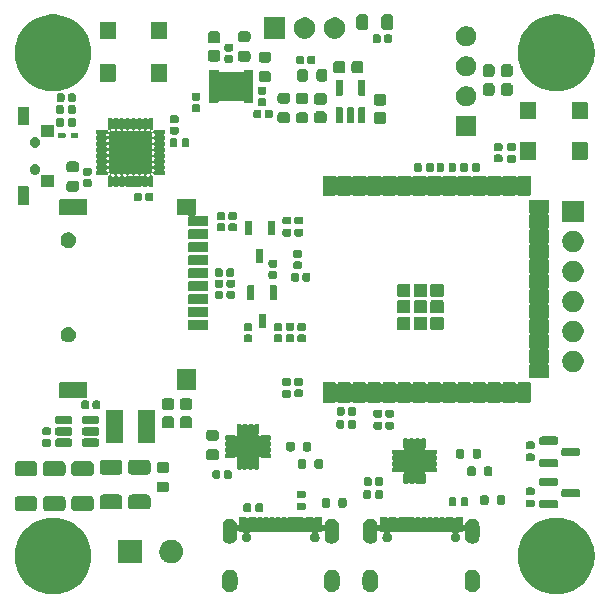
<source format=gbr>
%TF.GenerationSoftware,KiCad,Pcbnew,9.0.5*%
%TF.CreationDate,2025-10-14T15:47:48-07:00*%
%TF.ProjectId,lightspeed_r1,6c696768-7473-4706-9565-645f72312e6b,rev?*%
%TF.SameCoordinates,Original*%
%TF.FileFunction,Soldermask,Top*%
%TF.FilePolarity,Negative*%
%FSLAX46Y46*%
G04 Gerber Fmt 4.6, Leading zero omitted, Abs format (unit mm)*
G04 Created by KiCad (PCBNEW 9.0.5) date 2025-10-14 15:47:48*
%MOMM*%
%LPD*%
G01*
G04 APERTURE LIST*
G04 APERTURE END LIST*
G36*
X-19821659Y-17595285D02*
G01*
X-19507885Y-17657698D01*
X-19201739Y-17750566D01*
X-18906170Y-17872995D01*
X-18624025Y-18023805D01*
X-18358020Y-18201543D01*
X-18110718Y-18404499D01*
X-17884499Y-18630718D01*
X-17681543Y-18878020D01*
X-17503805Y-19144025D01*
X-17352995Y-19426170D01*
X-17230566Y-19721739D01*
X-17137698Y-20027885D01*
X-17075285Y-20341659D01*
X-17043927Y-20660039D01*
X-17043927Y-20979961D01*
X-17075285Y-21298341D01*
X-17137698Y-21612115D01*
X-17230566Y-21918261D01*
X-17352995Y-22213830D01*
X-17503805Y-22495975D01*
X-17681543Y-22761980D01*
X-17884499Y-23009282D01*
X-18110718Y-23235501D01*
X-18358020Y-23438457D01*
X-18624025Y-23616195D01*
X-18906170Y-23767005D01*
X-19201739Y-23889434D01*
X-19507885Y-23982302D01*
X-19821659Y-24044715D01*
X-20140039Y-24076073D01*
X-20459961Y-24076073D01*
X-20778341Y-24044715D01*
X-21092115Y-23982302D01*
X-21398261Y-23889434D01*
X-21693830Y-23767005D01*
X-21975975Y-23616195D01*
X-22241980Y-23438457D01*
X-22489282Y-23235501D01*
X-22715501Y-23009282D01*
X-22918457Y-22761980D01*
X-23096195Y-22495975D01*
X-23247005Y-22213830D01*
X-23369434Y-21918261D01*
X-23462302Y-21612115D01*
X-23524715Y-21298341D01*
X-23556073Y-20979961D01*
X-23556073Y-20660039D01*
X-23524715Y-20341659D01*
X-23462302Y-20027885D01*
X-23369434Y-19721739D01*
X-23247005Y-19426170D01*
X-23096195Y-19144025D01*
X-22918457Y-18878020D01*
X-22715501Y-18630718D01*
X-22489282Y-18404499D01*
X-22241980Y-18201543D01*
X-21975975Y-18023805D01*
X-21693830Y-17872995D01*
X-21398261Y-17750566D01*
X-21092115Y-17657698D01*
X-20778341Y-17595285D01*
X-20459961Y-17563927D01*
X-20140039Y-17563927D01*
X-19821659Y-17595285D01*
G37*
G36*
X22778341Y-17595285D02*
G01*
X23092115Y-17657698D01*
X23398261Y-17750566D01*
X23693830Y-17872995D01*
X23975975Y-18023805D01*
X24241980Y-18201543D01*
X24489282Y-18404499D01*
X24715501Y-18630718D01*
X24918457Y-18878020D01*
X25096195Y-19144025D01*
X25247005Y-19426170D01*
X25369434Y-19721739D01*
X25462302Y-20027885D01*
X25524715Y-20341659D01*
X25556073Y-20660039D01*
X25556073Y-20979961D01*
X25524715Y-21298341D01*
X25462302Y-21612115D01*
X25369434Y-21918261D01*
X25247005Y-22213830D01*
X25096195Y-22495975D01*
X24918457Y-22761980D01*
X24715501Y-23009282D01*
X24489282Y-23235501D01*
X24241980Y-23438457D01*
X23975975Y-23616195D01*
X23693830Y-23767005D01*
X23398261Y-23889434D01*
X23092115Y-23982302D01*
X22778341Y-24044715D01*
X22459961Y-24076073D01*
X22140039Y-24076073D01*
X21821659Y-24044715D01*
X21507885Y-23982302D01*
X21201739Y-23889434D01*
X20906170Y-23767005D01*
X20624025Y-23616195D01*
X20358020Y-23438457D01*
X20110718Y-23235501D01*
X19884499Y-23009282D01*
X19681543Y-22761980D01*
X19503805Y-22495975D01*
X19352995Y-22213830D01*
X19230566Y-21918261D01*
X19137698Y-21612115D01*
X19075285Y-21298341D01*
X19043927Y-20979961D01*
X19043927Y-20660039D01*
X19075285Y-20341659D01*
X19137698Y-20027885D01*
X19230566Y-19721739D01*
X19352995Y-19426170D01*
X19503805Y-19144025D01*
X19681543Y-18878020D01*
X19884499Y-18630718D01*
X20110718Y-18404499D01*
X20358020Y-18201543D01*
X20624025Y-18023805D01*
X20906170Y-17872995D01*
X21201739Y-17750566D01*
X21507885Y-17657698D01*
X21821659Y-17595285D01*
X22140039Y-17563927D01*
X22459961Y-17563927D01*
X22778341Y-17595285D01*
G37*
G36*
X-5148412Y-21988419D02*
G01*
X-5028878Y-22037932D01*
X-4921300Y-22109813D01*
X-4829813Y-22201300D01*
X-4757932Y-22308878D01*
X-4708419Y-22428412D01*
X-4683178Y-22555309D01*
X-4680000Y-22620000D01*
X-4680000Y-23220000D01*
X-4683178Y-23284691D01*
X-4708419Y-23411588D01*
X-4757932Y-23531122D01*
X-4829813Y-23638700D01*
X-4921300Y-23730187D01*
X-5028878Y-23802068D01*
X-5148412Y-23851581D01*
X-5275309Y-23876822D01*
X-5404691Y-23876822D01*
X-5531588Y-23851581D01*
X-5651122Y-23802068D01*
X-5758700Y-23730187D01*
X-5850187Y-23638700D01*
X-5922068Y-23531122D01*
X-5971581Y-23411588D01*
X-5996822Y-23284691D01*
X-6000000Y-23220000D01*
X-6000000Y-22620000D01*
X-5996822Y-22555309D01*
X-5971581Y-22428412D01*
X-5922068Y-22308878D01*
X-5850187Y-22201300D01*
X-5758700Y-22109813D01*
X-5651122Y-22037932D01*
X-5531588Y-21988419D01*
X-5404691Y-21963178D01*
X-5275309Y-21963178D01*
X-5148412Y-21988419D01*
G37*
G36*
X3491588Y-21988419D02*
G01*
X3611122Y-22037932D01*
X3718700Y-22109813D01*
X3810187Y-22201300D01*
X3882068Y-22308878D01*
X3931581Y-22428412D01*
X3956822Y-22555309D01*
X3960000Y-22620000D01*
X3960000Y-23220000D01*
X3956822Y-23284691D01*
X3931581Y-23411588D01*
X3882068Y-23531122D01*
X3810187Y-23638700D01*
X3718700Y-23730187D01*
X3611122Y-23802068D01*
X3491588Y-23851581D01*
X3364691Y-23876822D01*
X3235309Y-23876822D01*
X3108412Y-23851581D01*
X2988878Y-23802068D01*
X2881300Y-23730187D01*
X2789813Y-23638700D01*
X2717932Y-23531122D01*
X2668419Y-23411588D01*
X2643178Y-23284691D01*
X2640000Y-23220000D01*
X2640000Y-22620000D01*
X2643178Y-22555309D01*
X2668419Y-22428412D01*
X2717932Y-22308878D01*
X2789813Y-22201300D01*
X2881300Y-22109813D01*
X2988878Y-22037932D01*
X3108412Y-21988419D01*
X3235309Y-21963178D01*
X3364691Y-21963178D01*
X3491588Y-21988419D01*
G37*
G36*
X6751688Y-21988419D02*
G01*
X6871222Y-22037932D01*
X6978800Y-22109813D01*
X7070287Y-22201300D01*
X7142168Y-22308878D01*
X7191681Y-22428412D01*
X7216922Y-22555309D01*
X7220100Y-22620000D01*
X7220100Y-23220000D01*
X7216922Y-23284691D01*
X7191681Y-23411588D01*
X7142168Y-23531122D01*
X7070287Y-23638700D01*
X6978800Y-23730187D01*
X6871222Y-23802068D01*
X6751688Y-23851581D01*
X6624791Y-23876822D01*
X6495409Y-23876822D01*
X6368512Y-23851581D01*
X6248978Y-23802068D01*
X6141400Y-23730187D01*
X6049913Y-23638700D01*
X5978032Y-23531122D01*
X5928519Y-23411588D01*
X5903278Y-23284691D01*
X5900100Y-23220000D01*
X5900100Y-22620000D01*
X5903278Y-22555309D01*
X5928519Y-22428412D01*
X5978032Y-22308878D01*
X6049913Y-22201300D01*
X6141400Y-22109813D01*
X6248978Y-22037932D01*
X6368512Y-21988419D01*
X6495409Y-21963178D01*
X6624791Y-21963178D01*
X6751688Y-21988419D01*
G37*
G36*
X15391688Y-21988419D02*
G01*
X15511222Y-22037932D01*
X15618800Y-22109813D01*
X15710287Y-22201300D01*
X15782168Y-22308878D01*
X15831681Y-22428412D01*
X15856922Y-22555309D01*
X15860100Y-22620000D01*
X15860100Y-23220000D01*
X15856922Y-23284691D01*
X15831681Y-23411588D01*
X15782168Y-23531122D01*
X15710287Y-23638700D01*
X15618800Y-23730187D01*
X15511222Y-23802068D01*
X15391688Y-23851581D01*
X15264791Y-23876822D01*
X15135409Y-23876822D01*
X15008512Y-23851581D01*
X14888978Y-23802068D01*
X14781400Y-23730187D01*
X14689913Y-23638700D01*
X14618032Y-23531122D01*
X14568519Y-23411588D01*
X14543278Y-23284691D01*
X14540100Y-23220000D01*
X14540100Y-22620000D01*
X14543278Y-22555309D01*
X14568519Y-22428412D01*
X14618032Y-22308878D01*
X14689913Y-22201300D01*
X14781400Y-22109813D01*
X14888978Y-22037932D01*
X15008512Y-21988419D01*
X15135409Y-21963178D01*
X15264791Y-21963178D01*
X15391688Y-21988419D01*
G37*
G36*
X-12860966Y-19435764D02*
G01*
X-12827875Y-19457875D01*
X-12805764Y-19490966D01*
X-12798000Y-19530000D01*
X-12798000Y-21330000D01*
X-12805764Y-21369034D01*
X-12827875Y-21402125D01*
X-12860966Y-21424236D01*
X-12900000Y-21432000D01*
X-14700000Y-21432000D01*
X-14739034Y-21424236D01*
X-14772125Y-21402125D01*
X-14794236Y-21369034D01*
X-14802000Y-21330000D01*
X-14802000Y-19530000D01*
X-14794236Y-19490966D01*
X-14772125Y-19457875D01*
X-14739034Y-19435764D01*
X-14700000Y-19428000D01*
X-12900000Y-19428000D01*
X-12860966Y-19435764D01*
G37*
G36*
X-10212386Y-19432825D02*
G01*
X-10201787Y-19432825D01*
X-10160369Y-19441063D01*
X-10066158Y-19455985D01*
X-10035853Y-19465831D01*
X-10009135Y-19471146D01*
X-9971434Y-19486761D01*
X-9916666Y-19504557D01*
X-9865356Y-19530700D01*
X-9827660Y-19546315D01*
X-9805012Y-19561447D01*
X-9776617Y-19575916D01*
X-9699426Y-19631998D01*
X-9664338Y-19655444D01*
X-9656848Y-19662933D01*
X-9649451Y-19668308D01*
X-9538308Y-19779451D01*
X-9532933Y-19786848D01*
X-9525444Y-19794338D01*
X-9501998Y-19829426D01*
X-9445916Y-19906617D01*
X-9431447Y-19935012D01*
X-9416315Y-19957660D01*
X-9400700Y-19995356D01*
X-9374557Y-20046666D01*
X-9356761Y-20101434D01*
X-9341146Y-20139135D01*
X-9335831Y-20165853D01*
X-9325985Y-20196158D01*
X-9311062Y-20290372D01*
X-9302825Y-20331787D01*
X-9302825Y-20342384D01*
X-9301396Y-20351407D01*
X-9301396Y-20508592D01*
X-9302825Y-20517614D01*
X-9302825Y-20528213D01*
X-9311063Y-20569631D01*
X-9325985Y-20663841D01*
X-9335830Y-20694143D01*
X-9341146Y-20720865D01*
X-9356763Y-20758569D01*
X-9374557Y-20813333D01*
X-9400698Y-20864638D01*
X-9416315Y-20902340D01*
X-9431449Y-20924990D01*
X-9445916Y-20953382D01*
X-9501989Y-21030560D01*
X-9525444Y-21065662D01*
X-9532935Y-21073153D01*
X-9538308Y-21080548D01*
X-9649451Y-21191691D01*
X-9656845Y-21197063D01*
X-9664338Y-21204556D01*
X-9699444Y-21228013D01*
X-9776617Y-21284083D01*
X-9805006Y-21298548D01*
X-9827660Y-21313685D01*
X-9865366Y-21329303D01*
X-9916666Y-21355442D01*
X-9971423Y-21373233D01*
X-10009135Y-21388854D01*
X-10035861Y-21394170D01*
X-10066158Y-21404014D01*
X-10160359Y-21418934D01*
X-10201787Y-21427175D01*
X-10212386Y-21427175D01*
X-10221408Y-21428604D01*
X-10378592Y-21428604D01*
X-10387614Y-21427175D01*
X-10398213Y-21427175D01*
X-10439641Y-21418934D01*
X-10533841Y-21404014D01*
X-10564135Y-21394170D01*
X-10590865Y-21388854D01*
X-10628580Y-21373231D01*
X-10683333Y-21355442D01*
X-10734627Y-21329305D01*
X-10772340Y-21313685D01*
X-10794997Y-21298545D01*
X-10823382Y-21284083D01*
X-10900543Y-21228021D01*
X-10935662Y-21204556D01*
X-10943157Y-21197060D01*
X-10950548Y-21191691D01*
X-11061691Y-21080548D01*
X-11067060Y-21073157D01*
X-11074556Y-21065662D01*
X-11098021Y-21030543D01*
X-11154083Y-20953382D01*
X-11168545Y-20924997D01*
X-11183685Y-20902340D01*
X-11199305Y-20864627D01*
X-11225442Y-20813333D01*
X-11243231Y-20758580D01*
X-11258854Y-20720865D01*
X-11264170Y-20694135D01*
X-11274014Y-20663841D01*
X-11288934Y-20569641D01*
X-11297175Y-20528213D01*
X-11297175Y-20517613D01*
X-11298604Y-20508592D01*
X-11298604Y-20351407D01*
X-11297175Y-20342385D01*
X-11297175Y-20331787D01*
X-11288935Y-20290362D01*
X-11274014Y-20196158D01*
X-11264170Y-20165861D01*
X-11258854Y-20139135D01*
X-11243233Y-20101423D01*
X-11225442Y-20046666D01*
X-11199303Y-19995366D01*
X-11183685Y-19957660D01*
X-11168548Y-19935006D01*
X-11154083Y-19906617D01*
X-11098013Y-19829444D01*
X-11074556Y-19794338D01*
X-11067063Y-19786845D01*
X-11061691Y-19779451D01*
X-10950548Y-19668308D01*
X-10943153Y-19662935D01*
X-10935662Y-19655444D01*
X-10900560Y-19631989D01*
X-10823382Y-19575916D01*
X-10794990Y-19561449D01*
X-10772340Y-19546315D01*
X-10734638Y-19530698D01*
X-10683333Y-19504557D01*
X-10628569Y-19486763D01*
X-10590865Y-19471146D01*
X-10564143Y-19465830D01*
X-10533841Y-19455985D01*
X-10439631Y-19441063D01*
X-10398213Y-19432825D01*
X-10387614Y-19432825D01*
X-10378592Y-19431396D01*
X-10221408Y-19431396D01*
X-10212386Y-19432825D01*
G37*
G36*
X-3922039Y-17554567D02*
G01*
X-3902574Y-17567574D01*
X-3889567Y-17587039D01*
X-3888593Y-17591935D01*
X-3873182Y-17614999D01*
X-3766818Y-17614999D01*
X-3751407Y-17591936D01*
X-3750433Y-17587039D01*
X-3737426Y-17567574D01*
X-3717961Y-17554567D01*
X-3695000Y-17550000D01*
X-3145000Y-17550000D01*
X-3122039Y-17554567D01*
X-3102574Y-17567574D01*
X-3099801Y-17571723D01*
X-3062682Y-17596526D01*
X-3002318Y-17596526D01*
X-2965199Y-17571725D01*
X-2962426Y-17567574D01*
X-2942961Y-17554567D01*
X-2920000Y-17550000D01*
X-2620000Y-17550000D01*
X-2597039Y-17554567D01*
X-2577574Y-17567574D01*
X-2574800Y-17571724D01*
X-2550182Y-17588174D01*
X-2489818Y-17588174D01*
X-2465199Y-17571725D01*
X-2462426Y-17567574D01*
X-2442961Y-17554567D01*
X-2420000Y-17550000D01*
X-2120000Y-17550000D01*
X-2097039Y-17554567D01*
X-2077574Y-17567574D01*
X-2074800Y-17571724D01*
X-2050182Y-17588174D01*
X-1989818Y-17588174D01*
X-1965199Y-17571725D01*
X-1962426Y-17567574D01*
X-1942961Y-17554567D01*
X-1920000Y-17550000D01*
X-1620000Y-17550000D01*
X-1597039Y-17554567D01*
X-1577574Y-17567574D01*
X-1574800Y-17571724D01*
X-1550182Y-17588174D01*
X-1489818Y-17588174D01*
X-1465199Y-17571725D01*
X-1462426Y-17567574D01*
X-1442961Y-17554567D01*
X-1420000Y-17550000D01*
X-1120000Y-17550000D01*
X-1097039Y-17554567D01*
X-1077574Y-17567574D01*
X-1074800Y-17571724D01*
X-1050182Y-17588174D01*
X-989818Y-17588174D01*
X-965199Y-17571725D01*
X-962426Y-17567574D01*
X-942961Y-17554567D01*
X-920000Y-17550000D01*
X-620000Y-17550000D01*
X-597039Y-17554567D01*
X-577574Y-17567574D01*
X-574800Y-17571724D01*
X-550182Y-17588174D01*
X-489818Y-17588174D01*
X-465199Y-17571725D01*
X-462426Y-17567574D01*
X-442961Y-17554567D01*
X-420000Y-17550000D01*
X-120000Y-17550000D01*
X-97039Y-17554567D01*
X-77574Y-17567574D01*
X-74800Y-17571724D01*
X-50182Y-17588174D01*
X10182Y-17588174D01*
X34800Y-17571724D01*
X37574Y-17567574D01*
X57039Y-17554567D01*
X80000Y-17550000D01*
X380000Y-17550000D01*
X402961Y-17554567D01*
X422426Y-17567574D01*
X425199Y-17571724D01*
X449818Y-17588174D01*
X510182Y-17588174D01*
X534800Y-17571724D01*
X537574Y-17567574D01*
X557039Y-17554567D01*
X580000Y-17550000D01*
X880000Y-17550000D01*
X902961Y-17554567D01*
X922426Y-17567574D01*
X925199Y-17571724D01*
X962318Y-17596526D01*
X1022682Y-17596526D01*
X1059800Y-17571724D01*
X1062574Y-17567574D01*
X1082039Y-17554567D01*
X1105000Y-17550000D01*
X1655000Y-17550000D01*
X1677961Y-17554567D01*
X1697426Y-17567574D01*
X1710433Y-17587039D01*
X1711407Y-17591936D01*
X1726818Y-17614999D01*
X1833182Y-17614999D01*
X1848593Y-17591935D01*
X1849567Y-17587039D01*
X1862574Y-17567574D01*
X1882039Y-17554567D01*
X1905000Y-17550000D01*
X2455000Y-17550000D01*
X2477961Y-17554567D01*
X2497426Y-17567574D01*
X2510433Y-17587039D01*
X2515000Y-17610000D01*
X2515000Y-18177169D01*
X2694012Y-18194801D01*
X2716266Y-18082926D01*
X2762028Y-17972448D01*
X2828464Y-17873020D01*
X2913020Y-17788464D01*
X3012448Y-17722028D01*
X3122926Y-17676266D01*
X3240210Y-17652937D01*
X3359790Y-17652937D01*
X3477074Y-17676266D01*
X3587552Y-17722028D01*
X3686980Y-17788464D01*
X3771536Y-17873020D01*
X3837972Y-17972448D01*
X3883734Y-18082926D01*
X3907063Y-18200210D01*
X3910000Y-18260000D01*
X3910000Y-19160000D01*
X3907063Y-19219790D01*
X3883734Y-19337074D01*
X3837972Y-19447552D01*
X3771536Y-19546980D01*
X3686980Y-19631536D01*
X3587552Y-19697972D01*
X3477074Y-19743734D01*
X3359790Y-19767063D01*
X3240210Y-19767063D01*
X3122926Y-19743734D01*
X3012448Y-19697972D01*
X2913020Y-19631536D01*
X2828464Y-19546980D01*
X2762028Y-19447552D01*
X2716266Y-19337074D01*
X2692937Y-19219790D01*
X2690000Y-19160000D01*
X2690000Y-18714989D01*
X2548768Y-18672147D01*
X2511407Y-18728060D01*
X2510433Y-18732961D01*
X2497426Y-18752426D01*
X2477961Y-18765433D01*
X2455000Y-18770000D01*
X2147391Y-18770000D01*
X2096507Y-18892844D01*
X2116743Y-18913080D01*
X2119592Y-18914725D01*
X2195275Y-18990408D01*
X2248791Y-19083100D01*
X2276492Y-19186484D01*
X2276492Y-19293516D01*
X2248791Y-19396900D01*
X2195275Y-19489592D01*
X2119592Y-19565275D01*
X2026900Y-19618791D01*
X1923516Y-19646492D01*
X1816484Y-19646492D01*
X1713100Y-19618791D01*
X1620408Y-19565275D01*
X1544725Y-19489592D01*
X1491209Y-19396900D01*
X1463508Y-19293516D01*
X1463508Y-19186484D01*
X1491209Y-19083100D01*
X1544725Y-18990408D01*
X1620408Y-18914725D01*
X1623252Y-18913082D01*
X1643492Y-18892843D01*
X1592608Y-18770000D01*
X1105000Y-18770000D01*
X1082039Y-18765433D01*
X1062574Y-18752426D01*
X1059799Y-18748273D01*
X1022683Y-18723473D01*
X962317Y-18723473D01*
X925201Y-18748272D01*
X922426Y-18752426D01*
X902961Y-18765433D01*
X880000Y-18770000D01*
X580000Y-18770000D01*
X557039Y-18765433D01*
X537574Y-18752426D01*
X534799Y-18748273D01*
X510183Y-18731825D01*
X449817Y-18731825D01*
X425201Y-18748272D01*
X422426Y-18752426D01*
X402961Y-18765433D01*
X380000Y-18770000D01*
X80000Y-18770000D01*
X57039Y-18765433D01*
X37574Y-18752426D01*
X34799Y-18748273D01*
X10183Y-18731825D01*
X-50183Y-18731825D01*
X-74798Y-18748272D01*
X-77574Y-18752426D01*
X-97039Y-18765433D01*
X-120000Y-18770000D01*
X-420000Y-18770000D01*
X-442961Y-18765433D01*
X-462426Y-18752426D01*
X-465201Y-18748272D01*
X-489817Y-18731825D01*
X-550183Y-18731825D01*
X-574798Y-18748272D01*
X-577574Y-18752426D01*
X-597039Y-18765433D01*
X-620000Y-18770000D01*
X-920000Y-18770000D01*
X-942961Y-18765433D01*
X-962426Y-18752426D01*
X-965201Y-18748272D01*
X-989817Y-18731825D01*
X-1050183Y-18731825D01*
X-1074798Y-18748272D01*
X-1077574Y-18752426D01*
X-1097039Y-18765433D01*
X-1120000Y-18770000D01*
X-1420000Y-18770000D01*
X-1442961Y-18765433D01*
X-1462426Y-18752426D01*
X-1465201Y-18748272D01*
X-1489817Y-18731825D01*
X-1550183Y-18731825D01*
X-1574798Y-18748272D01*
X-1577574Y-18752426D01*
X-1597039Y-18765433D01*
X-1620000Y-18770000D01*
X-1920000Y-18770000D01*
X-1942961Y-18765433D01*
X-1962426Y-18752426D01*
X-1965201Y-18748272D01*
X-1989817Y-18731825D01*
X-2050183Y-18731825D01*
X-2074798Y-18748272D01*
X-2077574Y-18752426D01*
X-2097039Y-18765433D01*
X-2120000Y-18770000D01*
X-2420000Y-18770000D01*
X-2442961Y-18765433D01*
X-2462426Y-18752426D01*
X-2465201Y-18748272D01*
X-2489817Y-18731825D01*
X-2550183Y-18731825D01*
X-2574798Y-18748272D01*
X-2577574Y-18752426D01*
X-2597039Y-18765433D01*
X-2620000Y-18770000D01*
X-2920000Y-18770000D01*
X-2942961Y-18765433D01*
X-2962426Y-18752426D01*
X-2965201Y-18748273D01*
X-3002317Y-18723473D01*
X-3062683Y-18723473D01*
X-3099798Y-18748273D01*
X-3102574Y-18752426D01*
X-3122039Y-18765433D01*
X-3145000Y-18770000D01*
X-3632608Y-18770000D01*
X-3683492Y-18892843D01*
X-3663252Y-18913082D01*
X-3660408Y-18914725D01*
X-3584725Y-18990408D01*
X-3531209Y-19083100D01*
X-3503508Y-19186484D01*
X-3503508Y-19293516D01*
X-3531209Y-19396900D01*
X-3584725Y-19489592D01*
X-3660408Y-19565275D01*
X-3753100Y-19618791D01*
X-3856484Y-19646492D01*
X-3963516Y-19646492D01*
X-4066900Y-19618791D01*
X-4159592Y-19565275D01*
X-4235275Y-19489592D01*
X-4288791Y-19396900D01*
X-4316492Y-19293516D01*
X-4316492Y-19186484D01*
X-4288791Y-19083100D01*
X-4235275Y-18990408D01*
X-4159592Y-18914725D01*
X-4156743Y-18913080D01*
X-4136507Y-18892844D01*
X-4187391Y-18770000D01*
X-4495000Y-18770000D01*
X-4517961Y-18765433D01*
X-4537426Y-18752426D01*
X-4550433Y-18732961D01*
X-4551407Y-18728060D01*
X-4588768Y-18672147D01*
X-4730000Y-18714989D01*
X-4730000Y-19160000D01*
X-4732937Y-19219790D01*
X-4756266Y-19337074D01*
X-4802028Y-19447552D01*
X-4868464Y-19546980D01*
X-4953020Y-19631536D01*
X-5052448Y-19697972D01*
X-5162926Y-19743734D01*
X-5280210Y-19767063D01*
X-5399790Y-19767063D01*
X-5517074Y-19743734D01*
X-5627552Y-19697972D01*
X-5726980Y-19631536D01*
X-5811536Y-19546980D01*
X-5877972Y-19447552D01*
X-5923734Y-19337074D01*
X-5947063Y-19219790D01*
X-5950000Y-19160000D01*
X-5950000Y-18260000D01*
X-5947063Y-18200210D01*
X-5923734Y-18082926D01*
X-5877972Y-17972448D01*
X-5811536Y-17873020D01*
X-5726980Y-17788464D01*
X-5627552Y-17722028D01*
X-5517074Y-17676266D01*
X-5399790Y-17652937D01*
X-5280210Y-17652937D01*
X-5162926Y-17676266D01*
X-5052448Y-17722028D01*
X-4953020Y-17788464D01*
X-4868464Y-17873020D01*
X-4802028Y-17972448D01*
X-4756266Y-18082926D01*
X-4734012Y-18194801D01*
X-4555000Y-18177167D01*
X-4555000Y-17610000D01*
X-4550433Y-17587039D01*
X-4537426Y-17567574D01*
X-4517961Y-17554567D01*
X-4495000Y-17550000D01*
X-3945000Y-17550000D01*
X-3922039Y-17554567D01*
G37*
G36*
X7978061Y-17554567D02*
G01*
X7997526Y-17567574D01*
X8010533Y-17587039D01*
X8011507Y-17591936D01*
X8026918Y-17614999D01*
X8133282Y-17614999D01*
X8148693Y-17591935D01*
X8149667Y-17587039D01*
X8162674Y-17567574D01*
X8182139Y-17554567D01*
X8205100Y-17550000D01*
X8755100Y-17550000D01*
X8778061Y-17554567D01*
X8797526Y-17567574D01*
X8800299Y-17571724D01*
X8837418Y-17596526D01*
X8897782Y-17596526D01*
X8934900Y-17571724D01*
X8937674Y-17567574D01*
X8957139Y-17554567D01*
X8980100Y-17550000D01*
X9280100Y-17550000D01*
X9303061Y-17554567D01*
X9322526Y-17567574D01*
X9325299Y-17571724D01*
X9349918Y-17588174D01*
X9410282Y-17588174D01*
X9434900Y-17571724D01*
X9437674Y-17567574D01*
X9457139Y-17554567D01*
X9480100Y-17550000D01*
X9780100Y-17550000D01*
X9803061Y-17554567D01*
X9822526Y-17567574D01*
X9825299Y-17571724D01*
X9849918Y-17588174D01*
X9910282Y-17588174D01*
X9934900Y-17571724D01*
X9937674Y-17567574D01*
X9957139Y-17554567D01*
X9980100Y-17550000D01*
X10280100Y-17550000D01*
X10303061Y-17554567D01*
X10322526Y-17567574D01*
X10325299Y-17571724D01*
X10349918Y-17588174D01*
X10410282Y-17588174D01*
X10434900Y-17571724D01*
X10437674Y-17567574D01*
X10457139Y-17554567D01*
X10480100Y-17550000D01*
X10780100Y-17550000D01*
X10803061Y-17554567D01*
X10822526Y-17567574D01*
X10825299Y-17571724D01*
X10849918Y-17588174D01*
X10910282Y-17588174D01*
X10934900Y-17571724D01*
X10937674Y-17567574D01*
X10957139Y-17554567D01*
X10980100Y-17550000D01*
X11280100Y-17550000D01*
X11303061Y-17554567D01*
X11322526Y-17567574D01*
X11325299Y-17571724D01*
X11349918Y-17588174D01*
X11410282Y-17588174D01*
X11434900Y-17571724D01*
X11437674Y-17567574D01*
X11457139Y-17554567D01*
X11480100Y-17550000D01*
X11780100Y-17550000D01*
X11803061Y-17554567D01*
X11822526Y-17567574D01*
X11825299Y-17571724D01*
X11849918Y-17588174D01*
X11910282Y-17588174D01*
X11934900Y-17571724D01*
X11937674Y-17567574D01*
X11957139Y-17554567D01*
X11980100Y-17550000D01*
X12280100Y-17550000D01*
X12303061Y-17554567D01*
X12322526Y-17567574D01*
X12325299Y-17571724D01*
X12349918Y-17588174D01*
X12410282Y-17588174D01*
X12434900Y-17571724D01*
X12437674Y-17567574D01*
X12457139Y-17554567D01*
X12480100Y-17550000D01*
X12780100Y-17550000D01*
X12803061Y-17554567D01*
X12822526Y-17567574D01*
X12825299Y-17571724D01*
X12862418Y-17596526D01*
X12922782Y-17596526D01*
X12959900Y-17571724D01*
X12962674Y-17567574D01*
X12982139Y-17554567D01*
X13005100Y-17550000D01*
X13555100Y-17550000D01*
X13578061Y-17554567D01*
X13597526Y-17567574D01*
X13610533Y-17587039D01*
X13611507Y-17591936D01*
X13626918Y-17614999D01*
X13733282Y-17614999D01*
X13748693Y-17591935D01*
X13749667Y-17587039D01*
X13762674Y-17567574D01*
X13782139Y-17554567D01*
X13805100Y-17550000D01*
X14355100Y-17550000D01*
X14378061Y-17554567D01*
X14397526Y-17567574D01*
X14410533Y-17587039D01*
X14415100Y-17610000D01*
X14415100Y-18177169D01*
X14594112Y-18194801D01*
X14616366Y-18082926D01*
X14662128Y-17972448D01*
X14728564Y-17873020D01*
X14813120Y-17788464D01*
X14912548Y-17722028D01*
X15023026Y-17676266D01*
X15140310Y-17652937D01*
X15259890Y-17652937D01*
X15377174Y-17676266D01*
X15487652Y-17722028D01*
X15587080Y-17788464D01*
X15671636Y-17873020D01*
X15738072Y-17972448D01*
X15783834Y-18082926D01*
X15807163Y-18200210D01*
X15810100Y-18260000D01*
X15810100Y-19160000D01*
X15807163Y-19219790D01*
X15783834Y-19337074D01*
X15738072Y-19447552D01*
X15671636Y-19546980D01*
X15587080Y-19631536D01*
X15487652Y-19697972D01*
X15377174Y-19743734D01*
X15259890Y-19767063D01*
X15140310Y-19767063D01*
X15023026Y-19743734D01*
X14912548Y-19697972D01*
X14813120Y-19631536D01*
X14728564Y-19546980D01*
X14662128Y-19447552D01*
X14616366Y-19337074D01*
X14593037Y-19219790D01*
X14590100Y-19160000D01*
X14590100Y-18714989D01*
X14448868Y-18672147D01*
X14411507Y-18728060D01*
X14410533Y-18732961D01*
X14397526Y-18752426D01*
X14378061Y-18765433D01*
X14355100Y-18770000D01*
X14047491Y-18770000D01*
X13996607Y-18892844D01*
X14016843Y-18913080D01*
X14019692Y-18914725D01*
X14095375Y-18990408D01*
X14148891Y-19083100D01*
X14176592Y-19186484D01*
X14176592Y-19293516D01*
X14148891Y-19396900D01*
X14095375Y-19489592D01*
X14019692Y-19565275D01*
X13927000Y-19618791D01*
X13823616Y-19646492D01*
X13716584Y-19646492D01*
X13613200Y-19618791D01*
X13520508Y-19565275D01*
X13444825Y-19489592D01*
X13391309Y-19396900D01*
X13363608Y-19293516D01*
X13363608Y-19186484D01*
X13391309Y-19083100D01*
X13444825Y-18990408D01*
X13520508Y-18914725D01*
X13523352Y-18913082D01*
X13543592Y-18892843D01*
X13492708Y-18770000D01*
X13005100Y-18770000D01*
X12982139Y-18765433D01*
X12962674Y-18752426D01*
X12959899Y-18748273D01*
X12922783Y-18723473D01*
X12862417Y-18723473D01*
X12825301Y-18748272D01*
X12822526Y-18752426D01*
X12803061Y-18765433D01*
X12780100Y-18770000D01*
X12480100Y-18770000D01*
X12457139Y-18765433D01*
X12437674Y-18752426D01*
X12434899Y-18748273D01*
X12410283Y-18731825D01*
X12349917Y-18731825D01*
X12325301Y-18748272D01*
X12322526Y-18752426D01*
X12303061Y-18765433D01*
X12280100Y-18770000D01*
X11980100Y-18770000D01*
X11957139Y-18765433D01*
X11937674Y-18752426D01*
X11934899Y-18748273D01*
X11910283Y-18731825D01*
X11849917Y-18731825D01*
X11825301Y-18748272D01*
X11822526Y-18752426D01*
X11803061Y-18765433D01*
X11780100Y-18770000D01*
X11480100Y-18770000D01*
X11457139Y-18765433D01*
X11437674Y-18752426D01*
X11434899Y-18748273D01*
X11410283Y-18731825D01*
X11349917Y-18731825D01*
X11325301Y-18748272D01*
X11322526Y-18752426D01*
X11303061Y-18765433D01*
X11280100Y-18770000D01*
X10980100Y-18770000D01*
X10957139Y-18765433D01*
X10937674Y-18752426D01*
X10934899Y-18748273D01*
X10910283Y-18731825D01*
X10849917Y-18731825D01*
X10825301Y-18748272D01*
X10822526Y-18752426D01*
X10803061Y-18765433D01*
X10780100Y-18770000D01*
X10480100Y-18770000D01*
X10457139Y-18765433D01*
X10437674Y-18752426D01*
X10434899Y-18748273D01*
X10410283Y-18731825D01*
X10349917Y-18731825D01*
X10325301Y-18748272D01*
X10322526Y-18752426D01*
X10303061Y-18765433D01*
X10280100Y-18770000D01*
X9980100Y-18770000D01*
X9957139Y-18765433D01*
X9937674Y-18752426D01*
X9934899Y-18748273D01*
X9910283Y-18731825D01*
X9849917Y-18731825D01*
X9825301Y-18748272D01*
X9822526Y-18752426D01*
X9803061Y-18765433D01*
X9780100Y-18770000D01*
X9480100Y-18770000D01*
X9457139Y-18765433D01*
X9437674Y-18752426D01*
X9434899Y-18748273D01*
X9410283Y-18731825D01*
X9349917Y-18731825D01*
X9325301Y-18748272D01*
X9322526Y-18752426D01*
X9303061Y-18765433D01*
X9280100Y-18770000D01*
X8980100Y-18770000D01*
X8957139Y-18765433D01*
X8937674Y-18752426D01*
X8934899Y-18748273D01*
X8897783Y-18723473D01*
X8837417Y-18723473D01*
X8800301Y-18748272D01*
X8797526Y-18752426D01*
X8778061Y-18765433D01*
X8755100Y-18770000D01*
X8267491Y-18770000D01*
X8216607Y-18892844D01*
X8236843Y-18913080D01*
X8239692Y-18914725D01*
X8315375Y-18990408D01*
X8368891Y-19083100D01*
X8396592Y-19186484D01*
X8396592Y-19293516D01*
X8368891Y-19396900D01*
X8315375Y-19489592D01*
X8239692Y-19565275D01*
X8147000Y-19618791D01*
X8043616Y-19646492D01*
X7936584Y-19646492D01*
X7833200Y-19618791D01*
X7740508Y-19565275D01*
X7664825Y-19489592D01*
X7611309Y-19396900D01*
X7583608Y-19293516D01*
X7583608Y-19186484D01*
X7611309Y-19083100D01*
X7664825Y-18990408D01*
X7740508Y-18914725D01*
X7743352Y-18913082D01*
X7763592Y-18892843D01*
X7712708Y-18770000D01*
X7405100Y-18770000D01*
X7382139Y-18765433D01*
X7362674Y-18752426D01*
X7349667Y-18732961D01*
X7348692Y-18728062D01*
X7311332Y-18672147D01*
X7170100Y-18714989D01*
X7170100Y-19160000D01*
X7167163Y-19219790D01*
X7143834Y-19337074D01*
X7098072Y-19447552D01*
X7031636Y-19546980D01*
X6947080Y-19631536D01*
X6847652Y-19697972D01*
X6737174Y-19743734D01*
X6619890Y-19767063D01*
X6500310Y-19767063D01*
X6383026Y-19743734D01*
X6272548Y-19697972D01*
X6173120Y-19631536D01*
X6088564Y-19546980D01*
X6022128Y-19447552D01*
X5976366Y-19337074D01*
X5953037Y-19219790D01*
X5950100Y-19160000D01*
X5950100Y-18260000D01*
X5953037Y-18200210D01*
X5976366Y-18082926D01*
X6022128Y-17972448D01*
X6088564Y-17873020D01*
X6173120Y-17788464D01*
X6272548Y-17722028D01*
X6383026Y-17676266D01*
X6500310Y-17652937D01*
X6619890Y-17652937D01*
X6737174Y-17676266D01*
X6847652Y-17722028D01*
X6947080Y-17788464D01*
X7031636Y-17873020D01*
X7098072Y-17972448D01*
X7143834Y-18082926D01*
X7166086Y-18194799D01*
X7345100Y-18177169D01*
X7345100Y-17619798D01*
X7345100Y-17610000D01*
X7349667Y-17587039D01*
X7362674Y-17567574D01*
X7382139Y-17554567D01*
X7405100Y-17550000D01*
X7955100Y-17550000D01*
X7978061Y-17554567D01*
G37*
G36*
X-3716954Y-16351600D02*
G01*
X-3683993Y-16355424D01*
X-3672731Y-16360396D01*
X-3650377Y-16364843D01*
X-3626444Y-16380834D01*
X-3615771Y-16385547D01*
X-3608480Y-16392837D01*
X-3587114Y-16407114D01*
X-3572837Y-16428480D01*
X-3565547Y-16435771D01*
X-3560834Y-16446444D01*
X-3544843Y-16470377D01*
X-3540396Y-16492731D01*
X-3535424Y-16503993D01*
X-3531600Y-16536955D01*
X-3530000Y-16545000D01*
X-3530000Y-16915000D01*
X-3531600Y-16923047D01*
X-3535424Y-16956006D01*
X-3540396Y-16967267D01*
X-3544843Y-16989623D01*
X-3560835Y-17013557D01*
X-3565547Y-17024228D01*
X-3572835Y-17031516D01*
X-3587114Y-17052886D01*
X-3608483Y-17067164D01*
X-3615771Y-17074452D01*
X-3626440Y-17079162D01*
X-3650377Y-17095157D01*
X-3672735Y-17099604D01*
X-3683993Y-17104575D01*
X-3716943Y-17108397D01*
X-3725000Y-17110000D01*
X-3995000Y-17110000D01*
X-4003059Y-17108396D01*
X-4036006Y-17104575D01*
X-4047262Y-17099604D01*
X-4069623Y-17095157D01*
X-4093561Y-17079161D01*
X-4104228Y-17074452D01*
X-4111513Y-17067166D01*
X-4132886Y-17052886D01*
X-4147166Y-17031513D01*
X-4154452Y-17024228D01*
X-4159161Y-17013561D01*
X-4175157Y-16989623D01*
X-4179604Y-16967262D01*
X-4184575Y-16956006D01*
X-4188397Y-16923058D01*
X-4190000Y-16915000D01*
X-4190000Y-16545000D01*
X-4188397Y-16536942D01*
X-4184575Y-16503993D01*
X-4179604Y-16492735D01*
X-4175157Y-16470377D01*
X-4159162Y-16446440D01*
X-4154452Y-16435771D01*
X-4147164Y-16428483D01*
X-4132886Y-16407114D01*
X-4111516Y-16392835D01*
X-4104228Y-16385547D01*
X-4093557Y-16380835D01*
X-4069623Y-16364843D01*
X-4047267Y-16360396D01*
X-4036006Y-16355424D01*
X-4003046Y-16351600D01*
X-3995000Y-16350000D01*
X-3725000Y-16350000D01*
X-3716954Y-16351600D01*
G37*
G36*
X-2696954Y-16351600D02*
G01*
X-2663993Y-16355424D01*
X-2652731Y-16360396D01*
X-2630377Y-16364843D01*
X-2606444Y-16380834D01*
X-2595771Y-16385547D01*
X-2588480Y-16392837D01*
X-2567114Y-16407114D01*
X-2552837Y-16428480D01*
X-2545547Y-16435771D01*
X-2540834Y-16446444D01*
X-2524843Y-16470377D01*
X-2520396Y-16492731D01*
X-2515424Y-16503993D01*
X-2511600Y-16536955D01*
X-2510000Y-16545000D01*
X-2510000Y-16915000D01*
X-2511600Y-16923047D01*
X-2515424Y-16956006D01*
X-2520396Y-16967267D01*
X-2524843Y-16989623D01*
X-2540835Y-17013557D01*
X-2545547Y-17024228D01*
X-2552835Y-17031516D01*
X-2567114Y-17052886D01*
X-2588483Y-17067164D01*
X-2595771Y-17074452D01*
X-2606440Y-17079162D01*
X-2630377Y-17095157D01*
X-2652735Y-17099604D01*
X-2663993Y-17104575D01*
X-2696943Y-17108397D01*
X-2705000Y-17110000D01*
X-2975000Y-17110000D01*
X-2983059Y-17108396D01*
X-3016006Y-17104575D01*
X-3027262Y-17099604D01*
X-3049623Y-17095157D01*
X-3073561Y-17079161D01*
X-3084228Y-17074452D01*
X-3091513Y-17067166D01*
X-3112886Y-17052886D01*
X-3127166Y-17031513D01*
X-3134452Y-17024228D01*
X-3139161Y-17013561D01*
X-3155157Y-16989623D01*
X-3159604Y-16967262D01*
X-3164575Y-16956006D01*
X-3168397Y-16923058D01*
X-3170000Y-16915000D01*
X-3170000Y-16545000D01*
X-3168397Y-16536942D01*
X-3164575Y-16503993D01*
X-3159604Y-16492735D01*
X-3155157Y-16470377D01*
X-3139162Y-16446440D01*
X-3134452Y-16435771D01*
X-3127164Y-16428483D01*
X-3112886Y-16407114D01*
X-3091516Y-16392835D01*
X-3084228Y-16385547D01*
X-3073557Y-16380835D01*
X-3049623Y-16364843D01*
X-3027267Y-16360396D01*
X-3016006Y-16355424D01*
X-2983046Y-16351600D01*
X-2975000Y-16350000D01*
X-2705000Y-16350000D01*
X-2696954Y-16351600D01*
G37*
G36*
X-21879025Y-15743234D02*
G01*
X-21864028Y-15749855D01*
X-21854587Y-15751351D01*
X-21815259Y-15771389D01*
X-21774808Y-15789251D01*
X-21769201Y-15794857D01*
X-21768514Y-15795208D01*
X-21700208Y-15863514D01*
X-21699857Y-15864201D01*
X-21694251Y-15869808D01*
X-21676387Y-15910263D01*
X-21656351Y-15949588D01*
X-21654855Y-15959027D01*
X-21648234Y-15974025D01*
X-21640000Y-16045000D01*
X-21640000Y-16695000D01*
X-21648234Y-16765975D01*
X-21654855Y-16780972D01*
X-21656351Y-16790412D01*
X-21676386Y-16829733D01*
X-21694251Y-16870192D01*
X-21699858Y-16875799D01*
X-21700208Y-16876485D01*
X-21768514Y-16944791D01*
X-21769199Y-16945140D01*
X-21774808Y-16950749D01*
X-21815278Y-16968618D01*
X-21854588Y-16988648D01*
X-21864024Y-16990142D01*
X-21879025Y-16996766D01*
X-21950000Y-17005000D01*
X-23250000Y-17005000D01*
X-23320975Y-16996766D01*
X-23335975Y-16990142D01*
X-23345412Y-16988648D01*
X-23384718Y-16968620D01*
X-23425192Y-16950749D01*
X-23430801Y-16945139D01*
X-23431485Y-16944791D01*
X-23499791Y-16876485D01*
X-23500139Y-16875801D01*
X-23505749Y-16870192D01*
X-23523621Y-16829714D01*
X-23543648Y-16790411D01*
X-23545142Y-16780976D01*
X-23551766Y-16765975D01*
X-23560000Y-16695000D01*
X-23560000Y-16045000D01*
X-23551766Y-15974025D01*
X-23545142Y-15959024D01*
X-23543648Y-15949587D01*
X-23523616Y-15910274D01*
X-23505749Y-15869808D01*
X-23500140Y-15864199D01*
X-23499791Y-15863514D01*
X-23431485Y-15795208D01*
X-23430799Y-15794858D01*
X-23425192Y-15789251D01*
X-23384728Y-15771384D01*
X-23345411Y-15751351D01*
X-23335972Y-15749856D01*
X-23320975Y-15743234D01*
X-23250000Y-15735000D01*
X-21950000Y-15735000D01*
X-21879025Y-15743234D01*
G37*
G36*
X-19479025Y-15743234D02*
G01*
X-19464028Y-15749855D01*
X-19454587Y-15751351D01*
X-19415259Y-15771389D01*
X-19374808Y-15789251D01*
X-19369201Y-15794857D01*
X-19368514Y-15795208D01*
X-19300208Y-15863514D01*
X-19299857Y-15864201D01*
X-19294251Y-15869808D01*
X-19276387Y-15910263D01*
X-19256351Y-15949588D01*
X-19254855Y-15959027D01*
X-19248234Y-15974025D01*
X-19240000Y-16045000D01*
X-19240000Y-16695000D01*
X-19248234Y-16765975D01*
X-19254855Y-16780972D01*
X-19256351Y-16790412D01*
X-19276386Y-16829733D01*
X-19294251Y-16870192D01*
X-19299858Y-16875799D01*
X-19300208Y-16876485D01*
X-19368514Y-16944791D01*
X-19369199Y-16945140D01*
X-19374808Y-16950749D01*
X-19415278Y-16968618D01*
X-19454588Y-16988648D01*
X-19464024Y-16990142D01*
X-19479025Y-16996766D01*
X-19550000Y-17005000D01*
X-20850000Y-17005000D01*
X-20920975Y-16996766D01*
X-20935975Y-16990142D01*
X-20945412Y-16988648D01*
X-20984718Y-16968620D01*
X-21025192Y-16950749D01*
X-21030801Y-16945139D01*
X-21031485Y-16944791D01*
X-21099791Y-16876485D01*
X-21100139Y-16875801D01*
X-21105749Y-16870192D01*
X-21123621Y-16829714D01*
X-21143648Y-16790411D01*
X-21145142Y-16780976D01*
X-21151766Y-16765975D01*
X-21160000Y-16695000D01*
X-21160000Y-16045000D01*
X-21151766Y-15974025D01*
X-21145142Y-15959024D01*
X-21143648Y-15949587D01*
X-21123616Y-15910274D01*
X-21105749Y-15869808D01*
X-21100140Y-15864199D01*
X-21099791Y-15863514D01*
X-21031485Y-15795208D01*
X-21030799Y-15794858D01*
X-21025192Y-15789251D01*
X-20984728Y-15771384D01*
X-20945411Y-15751351D01*
X-20935972Y-15749856D01*
X-20920975Y-15743234D01*
X-20850000Y-15735000D01*
X-19550000Y-15735000D01*
X-19479025Y-15743234D01*
G37*
G36*
X-17079025Y-15743234D02*
G01*
X-17064028Y-15749855D01*
X-17054587Y-15751351D01*
X-17015259Y-15771389D01*
X-16974808Y-15789251D01*
X-16969201Y-15794857D01*
X-16968514Y-15795208D01*
X-16900208Y-15863514D01*
X-16899857Y-15864201D01*
X-16894251Y-15869808D01*
X-16876387Y-15910263D01*
X-16856351Y-15949588D01*
X-16854855Y-15959027D01*
X-16848234Y-15974025D01*
X-16840000Y-16045000D01*
X-16840000Y-16695000D01*
X-16848234Y-16765975D01*
X-16854855Y-16780972D01*
X-16856351Y-16790412D01*
X-16876386Y-16829733D01*
X-16894251Y-16870192D01*
X-16899858Y-16875799D01*
X-16900208Y-16876485D01*
X-16968514Y-16944791D01*
X-16969199Y-16945140D01*
X-16974808Y-16950749D01*
X-17015278Y-16968618D01*
X-17054588Y-16988648D01*
X-17064024Y-16990142D01*
X-17079025Y-16996766D01*
X-17150000Y-17005000D01*
X-18450000Y-17005000D01*
X-18520975Y-16996766D01*
X-18535975Y-16990142D01*
X-18545412Y-16988648D01*
X-18584718Y-16968620D01*
X-18625192Y-16950749D01*
X-18630801Y-16945139D01*
X-18631485Y-16944791D01*
X-18699791Y-16876485D01*
X-18700139Y-16875801D01*
X-18705749Y-16870192D01*
X-18723621Y-16829714D01*
X-18743648Y-16790411D01*
X-18745142Y-16780976D01*
X-18751766Y-16765975D01*
X-18760000Y-16695000D01*
X-18760000Y-16045000D01*
X-18751766Y-15974025D01*
X-18745142Y-15959024D01*
X-18743648Y-15949587D01*
X-18723616Y-15910274D01*
X-18705749Y-15869808D01*
X-18700140Y-15864199D01*
X-18699791Y-15863514D01*
X-18631485Y-15795208D01*
X-18630799Y-15794858D01*
X-18625192Y-15789251D01*
X-18584728Y-15771384D01*
X-18545411Y-15751351D01*
X-18535972Y-15749856D01*
X-18520975Y-15743234D01*
X-18450000Y-15735000D01*
X-17150000Y-15735000D01*
X-17079025Y-15743234D01*
G37*
G36*
X913047Y-16301600D02*
G01*
X946006Y-16305424D01*
X957267Y-16310396D01*
X979623Y-16314843D01*
X1003557Y-16330835D01*
X1014228Y-16335547D01*
X1021516Y-16342835D01*
X1042886Y-16357114D01*
X1057164Y-16378483D01*
X1064452Y-16385771D01*
X1069162Y-16396440D01*
X1085157Y-16420377D01*
X1089604Y-16442735D01*
X1094575Y-16453993D01*
X1098397Y-16486943D01*
X1100000Y-16495000D01*
X1100000Y-16765000D01*
X1098396Y-16773059D01*
X1094575Y-16806006D01*
X1089604Y-16817262D01*
X1085157Y-16839623D01*
X1069161Y-16863561D01*
X1064452Y-16874228D01*
X1057166Y-16881513D01*
X1042886Y-16902886D01*
X1021513Y-16917166D01*
X1014228Y-16924452D01*
X1003561Y-16929161D01*
X979623Y-16945157D01*
X957262Y-16949604D01*
X946006Y-16954575D01*
X913058Y-16958397D01*
X905000Y-16960000D01*
X535000Y-16960000D01*
X526942Y-16958397D01*
X493993Y-16954575D01*
X482735Y-16949604D01*
X460377Y-16945157D01*
X436440Y-16929162D01*
X425771Y-16924452D01*
X418483Y-16917164D01*
X397114Y-16902886D01*
X382835Y-16881516D01*
X375547Y-16874228D01*
X370835Y-16863557D01*
X354843Y-16839623D01*
X350396Y-16817267D01*
X345424Y-16806006D01*
X341600Y-16773046D01*
X340000Y-16765000D01*
X340000Y-16495000D01*
X341600Y-16486954D01*
X345424Y-16453993D01*
X350396Y-16442731D01*
X354843Y-16420377D01*
X370834Y-16396444D01*
X375547Y-16385771D01*
X382837Y-16378480D01*
X397114Y-16357114D01*
X418480Y-16342837D01*
X425771Y-16335547D01*
X436444Y-16330834D01*
X460377Y-16314843D01*
X482731Y-16310396D01*
X493993Y-16305424D01*
X526955Y-16301600D01*
X535000Y-16300000D01*
X905000Y-16300000D01*
X913047Y-16301600D01*
G37*
G36*
X-14679025Y-15618234D02*
G01*
X-14664028Y-15624855D01*
X-14654587Y-15626351D01*
X-14615259Y-15646389D01*
X-14574808Y-15664251D01*
X-14569201Y-15669857D01*
X-14568514Y-15670208D01*
X-14500208Y-15738514D01*
X-14499857Y-15739201D01*
X-14494251Y-15744808D01*
X-14476387Y-15785263D01*
X-14456351Y-15824588D01*
X-14454855Y-15834027D01*
X-14448234Y-15849025D01*
X-14440000Y-15920000D01*
X-14440000Y-16570000D01*
X-14448234Y-16640975D01*
X-14454855Y-16655972D01*
X-14456351Y-16665412D01*
X-14476386Y-16704733D01*
X-14494251Y-16745192D01*
X-14499858Y-16750799D01*
X-14500208Y-16751485D01*
X-14568514Y-16819791D01*
X-14569199Y-16820140D01*
X-14574808Y-16825749D01*
X-14615278Y-16843618D01*
X-14654588Y-16863648D01*
X-14664024Y-16865142D01*
X-14679025Y-16871766D01*
X-14750000Y-16880000D01*
X-16050000Y-16880000D01*
X-16120975Y-16871766D01*
X-16135975Y-16865142D01*
X-16145412Y-16863648D01*
X-16184718Y-16843620D01*
X-16225192Y-16825749D01*
X-16230801Y-16820139D01*
X-16231485Y-16819791D01*
X-16299791Y-16751485D01*
X-16300139Y-16750801D01*
X-16305749Y-16745192D01*
X-16323621Y-16704714D01*
X-16343648Y-16665411D01*
X-16345142Y-16655976D01*
X-16351766Y-16640975D01*
X-16360000Y-16570000D01*
X-16360000Y-15920000D01*
X-16351766Y-15849025D01*
X-16345142Y-15834024D01*
X-16343648Y-15824587D01*
X-16323616Y-15785274D01*
X-16305749Y-15744808D01*
X-16300140Y-15739199D01*
X-16299791Y-15738514D01*
X-16231485Y-15670208D01*
X-16230799Y-15669858D01*
X-16225192Y-15664251D01*
X-16184728Y-15646384D01*
X-16145411Y-15626351D01*
X-16135972Y-15624856D01*
X-16120975Y-15618234D01*
X-16050000Y-15610000D01*
X-14750000Y-15610000D01*
X-14679025Y-15618234D01*
G37*
G36*
X-12279025Y-15618234D02*
G01*
X-12264028Y-15624855D01*
X-12254587Y-15626351D01*
X-12215259Y-15646389D01*
X-12174808Y-15664251D01*
X-12169201Y-15669857D01*
X-12168514Y-15670208D01*
X-12100208Y-15738514D01*
X-12099857Y-15739201D01*
X-12094251Y-15744808D01*
X-12076387Y-15785263D01*
X-12056351Y-15824588D01*
X-12054855Y-15834027D01*
X-12048234Y-15849025D01*
X-12040000Y-15920000D01*
X-12040000Y-16570000D01*
X-12048234Y-16640975D01*
X-12054855Y-16655972D01*
X-12056351Y-16665412D01*
X-12076386Y-16704733D01*
X-12094251Y-16745192D01*
X-12099858Y-16750799D01*
X-12100208Y-16751485D01*
X-12168514Y-16819791D01*
X-12169199Y-16820140D01*
X-12174808Y-16825749D01*
X-12215278Y-16843618D01*
X-12254588Y-16863648D01*
X-12264024Y-16865142D01*
X-12279025Y-16871766D01*
X-12350000Y-16880000D01*
X-13650000Y-16880000D01*
X-13720975Y-16871766D01*
X-13735975Y-16865142D01*
X-13745412Y-16863648D01*
X-13784718Y-16843620D01*
X-13825192Y-16825749D01*
X-13830801Y-16820139D01*
X-13831485Y-16819791D01*
X-13899791Y-16751485D01*
X-13900139Y-16750801D01*
X-13905749Y-16745192D01*
X-13923621Y-16704714D01*
X-13943648Y-16665411D01*
X-13945142Y-16655976D01*
X-13951766Y-16640975D01*
X-13960000Y-16570000D01*
X-13960000Y-15920000D01*
X-13951766Y-15849025D01*
X-13945142Y-15834024D01*
X-13943648Y-15824587D01*
X-13923616Y-15785274D01*
X-13905749Y-15744808D01*
X-13900140Y-15739199D01*
X-13899791Y-15738514D01*
X-13831485Y-15670208D01*
X-13830799Y-15669858D01*
X-13825192Y-15664251D01*
X-13784728Y-15646384D01*
X-13745411Y-15626351D01*
X-13735972Y-15624856D01*
X-13720975Y-15618234D01*
X-13650000Y-15610000D01*
X-12350000Y-15610000D01*
X-12279025Y-15618234D01*
G37*
G36*
X22258051Y-16074101D02*
G01*
X22294440Y-16078323D01*
X22306872Y-16083812D01*
X22330364Y-16088485D01*
X22355511Y-16105288D01*
X22367706Y-16110673D01*
X22376035Y-16119002D01*
X22398492Y-16134008D01*
X22413497Y-16156464D01*
X22421826Y-16164793D01*
X22427209Y-16176985D01*
X22444015Y-16202136D01*
X22448688Y-16225630D01*
X22454176Y-16238059D01*
X22458396Y-16274440D01*
X22460000Y-16282500D01*
X22460000Y-16582500D01*
X22458396Y-16590563D01*
X22454176Y-16626940D01*
X22448688Y-16639367D01*
X22444015Y-16662864D01*
X22427208Y-16688016D01*
X22421826Y-16700206D01*
X22413499Y-16708532D01*
X22398492Y-16730992D01*
X22376032Y-16745999D01*
X22367706Y-16754326D01*
X22355516Y-16759708D01*
X22330364Y-16776515D01*
X22306867Y-16781188D01*
X22294440Y-16786676D01*
X22258061Y-16790896D01*
X22250000Y-16792500D01*
X21075000Y-16792500D01*
X21066937Y-16790896D01*
X21030559Y-16786676D01*
X21018130Y-16781188D01*
X20994636Y-16776515D01*
X20969485Y-16759709D01*
X20957293Y-16754326D01*
X20948964Y-16745997D01*
X20926508Y-16730992D01*
X20911502Y-16708535D01*
X20903173Y-16700206D01*
X20897788Y-16688011D01*
X20880985Y-16662864D01*
X20876312Y-16639372D01*
X20870823Y-16626940D01*
X20866601Y-16590549D01*
X20865000Y-16582500D01*
X20865000Y-16282500D01*
X20866601Y-16274450D01*
X20870823Y-16238059D01*
X20876312Y-16225626D01*
X20880985Y-16202136D01*
X20897787Y-16176989D01*
X20903173Y-16164793D01*
X20911504Y-16156461D01*
X20926508Y-16134008D01*
X20948961Y-16119004D01*
X20957293Y-16110673D01*
X20969489Y-16105287D01*
X20994636Y-16088485D01*
X21018126Y-16083812D01*
X21030559Y-16078323D01*
X21066952Y-16074100D01*
X21075000Y-16072500D01*
X22250000Y-16072500D01*
X22258051Y-16074101D01*
G37*
G36*
X2958051Y-15911601D02*
G01*
X2994440Y-15915823D01*
X3006872Y-15921312D01*
X3030364Y-15925985D01*
X3055511Y-15942788D01*
X3067706Y-15948173D01*
X3076035Y-15956502D01*
X3098492Y-15971508D01*
X3113497Y-15993964D01*
X3121826Y-16002293D01*
X3127209Y-16014485D01*
X3144015Y-16039636D01*
X3148688Y-16063130D01*
X3154176Y-16075559D01*
X3158396Y-16111940D01*
X3160000Y-16120000D01*
X3160000Y-16520000D01*
X3158396Y-16528063D01*
X3154176Y-16564440D01*
X3148688Y-16576867D01*
X3144015Y-16600364D01*
X3127208Y-16625516D01*
X3121826Y-16637706D01*
X3113499Y-16646032D01*
X3098492Y-16668492D01*
X3076032Y-16683499D01*
X3067706Y-16691826D01*
X3055516Y-16697208D01*
X3030364Y-16714015D01*
X3006867Y-16718688D01*
X2994440Y-16724176D01*
X2958061Y-16728396D01*
X2950000Y-16730000D01*
X2650000Y-16730000D01*
X2641937Y-16728396D01*
X2605559Y-16724176D01*
X2593130Y-16718688D01*
X2569636Y-16714015D01*
X2544485Y-16697209D01*
X2532293Y-16691826D01*
X2523964Y-16683497D01*
X2501508Y-16668492D01*
X2486502Y-16646035D01*
X2478173Y-16637706D01*
X2472788Y-16625511D01*
X2455985Y-16600364D01*
X2451312Y-16576872D01*
X2445823Y-16564440D01*
X2441601Y-16528049D01*
X2440000Y-16520000D01*
X2440000Y-16120000D01*
X2441601Y-16111950D01*
X2445823Y-16075559D01*
X2451312Y-16063126D01*
X2455985Y-16039636D01*
X2472787Y-16014489D01*
X2478173Y-16002293D01*
X2486504Y-15993961D01*
X2501508Y-15971508D01*
X2523961Y-15956504D01*
X2532293Y-15948173D01*
X2544489Y-15942787D01*
X2569636Y-15925985D01*
X2593126Y-15921312D01*
X2605559Y-15915823D01*
X2641952Y-15911600D01*
X2650000Y-15910000D01*
X2950000Y-15910000D01*
X2958051Y-15911601D01*
G37*
G36*
X4358051Y-15911601D02*
G01*
X4394440Y-15915823D01*
X4406872Y-15921312D01*
X4430364Y-15925985D01*
X4455511Y-15942788D01*
X4467706Y-15948173D01*
X4476035Y-15956502D01*
X4498492Y-15971508D01*
X4513497Y-15993964D01*
X4521826Y-16002293D01*
X4527209Y-16014485D01*
X4544015Y-16039636D01*
X4548688Y-16063130D01*
X4554176Y-16075559D01*
X4558396Y-16111940D01*
X4560000Y-16120000D01*
X4560000Y-16520000D01*
X4558396Y-16528063D01*
X4554176Y-16564440D01*
X4548688Y-16576867D01*
X4544015Y-16600364D01*
X4527208Y-16625516D01*
X4521826Y-16637706D01*
X4513499Y-16646032D01*
X4498492Y-16668492D01*
X4476032Y-16683499D01*
X4467706Y-16691826D01*
X4455516Y-16697208D01*
X4430364Y-16714015D01*
X4406867Y-16718688D01*
X4394440Y-16724176D01*
X4358061Y-16728396D01*
X4350000Y-16730000D01*
X4050000Y-16730000D01*
X4041937Y-16728396D01*
X4005559Y-16724176D01*
X3993130Y-16718688D01*
X3969636Y-16714015D01*
X3944485Y-16697209D01*
X3932293Y-16691826D01*
X3923964Y-16683497D01*
X3901508Y-16668492D01*
X3886502Y-16646035D01*
X3878173Y-16637706D01*
X3872788Y-16625511D01*
X3855985Y-16600364D01*
X3851312Y-16576872D01*
X3845823Y-16564440D01*
X3841601Y-16528049D01*
X3840000Y-16520000D01*
X3840000Y-16120000D01*
X3841601Y-16111950D01*
X3845823Y-16075559D01*
X3851312Y-16063126D01*
X3855985Y-16039636D01*
X3872787Y-16014489D01*
X3878173Y-16002293D01*
X3886504Y-15993961D01*
X3901508Y-15971508D01*
X3923961Y-15956504D01*
X3932293Y-15948173D01*
X3944489Y-15942787D01*
X3969636Y-15925985D01*
X3993126Y-15921312D01*
X4005559Y-15915823D01*
X4041952Y-15911600D01*
X4050000Y-15910000D01*
X4350000Y-15910000D01*
X4358051Y-15911601D01*
G37*
G36*
X20293047Y-16039100D02*
G01*
X20326006Y-16042924D01*
X20337267Y-16047896D01*
X20359623Y-16052343D01*
X20383557Y-16068335D01*
X20394228Y-16073047D01*
X20401516Y-16080335D01*
X20422886Y-16094614D01*
X20437164Y-16115983D01*
X20444452Y-16123271D01*
X20449162Y-16133940D01*
X20465157Y-16157877D01*
X20469604Y-16180235D01*
X20474575Y-16191493D01*
X20478397Y-16224443D01*
X20480000Y-16232500D01*
X20480000Y-16502500D01*
X20478396Y-16510559D01*
X20474575Y-16543506D01*
X20469604Y-16554762D01*
X20465157Y-16577123D01*
X20449161Y-16601061D01*
X20444452Y-16611728D01*
X20437166Y-16619013D01*
X20422886Y-16640386D01*
X20401513Y-16654666D01*
X20394228Y-16661952D01*
X20383561Y-16666661D01*
X20359623Y-16682657D01*
X20337262Y-16687104D01*
X20326006Y-16692075D01*
X20293058Y-16695897D01*
X20285000Y-16697500D01*
X19915000Y-16697500D01*
X19906942Y-16695897D01*
X19873993Y-16692075D01*
X19862735Y-16687104D01*
X19840377Y-16682657D01*
X19816440Y-16666662D01*
X19805771Y-16661952D01*
X19798483Y-16654664D01*
X19777114Y-16640386D01*
X19762835Y-16619016D01*
X19755547Y-16611728D01*
X19750835Y-16601057D01*
X19734843Y-16577123D01*
X19730396Y-16554767D01*
X19725424Y-16543506D01*
X19721600Y-16510546D01*
X19720000Y-16502500D01*
X19720000Y-16232500D01*
X19721600Y-16224454D01*
X19725424Y-16191493D01*
X19730396Y-16180231D01*
X19734843Y-16157877D01*
X19750834Y-16133944D01*
X19755547Y-16123271D01*
X19762837Y-16115980D01*
X19777114Y-16094614D01*
X19798480Y-16080337D01*
X19805771Y-16073047D01*
X19816444Y-16068334D01*
X19840377Y-16052343D01*
X19862731Y-16047896D01*
X19873993Y-16042924D01*
X19906955Y-16039100D01*
X19915000Y-16037500D01*
X20285000Y-16037500D01*
X20293047Y-16039100D01*
G37*
G36*
X13663047Y-15841600D02*
G01*
X13696006Y-15845424D01*
X13707267Y-15850396D01*
X13729623Y-15854843D01*
X13753557Y-15870835D01*
X13764228Y-15875547D01*
X13771516Y-15882835D01*
X13792886Y-15897114D01*
X13807164Y-15918483D01*
X13814452Y-15925771D01*
X13819162Y-15936440D01*
X13835157Y-15960377D01*
X13839604Y-15982735D01*
X13844575Y-15993993D01*
X13848397Y-16026943D01*
X13850000Y-16035000D01*
X13850000Y-16405000D01*
X13848396Y-16413059D01*
X13844575Y-16446006D01*
X13839604Y-16457262D01*
X13835157Y-16479623D01*
X13819161Y-16503561D01*
X13814452Y-16514228D01*
X13807166Y-16521513D01*
X13792886Y-16542886D01*
X13771513Y-16557166D01*
X13764228Y-16564452D01*
X13753561Y-16569161D01*
X13729623Y-16585157D01*
X13707262Y-16589604D01*
X13696006Y-16594575D01*
X13663058Y-16598397D01*
X13655000Y-16600000D01*
X13385000Y-16600000D01*
X13376942Y-16598397D01*
X13343993Y-16594575D01*
X13332735Y-16589604D01*
X13310377Y-16585157D01*
X13286440Y-16569162D01*
X13275771Y-16564452D01*
X13268483Y-16557164D01*
X13247114Y-16542886D01*
X13232835Y-16521516D01*
X13225547Y-16514228D01*
X13220835Y-16503557D01*
X13204843Y-16479623D01*
X13200396Y-16457267D01*
X13195424Y-16446006D01*
X13191600Y-16413046D01*
X13190000Y-16405000D01*
X13190000Y-16035000D01*
X13191600Y-16026954D01*
X13195424Y-15993993D01*
X13200396Y-15982731D01*
X13204843Y-15960377D01*
X13220834Y-15936444D01*
X13225547Y-15925771D01*
X13232837Y-15918480D01*
X13247114Y-15897114D01*
X13268480Y-15882837D01*
X13275771Y-15875547D01*
X13286444Y-15870834D01*
X13310377Y-15854843D01*
X13332731Y-15850396D01*
X13343993Y-15845424D01*
X13376955Y-15841600D01*
X13385000Y-15840000D01*
X13655000Y-15840000D01*
X13663047Y-15841600D01*
G37*
G36*
X14683047Y-15841600D02*
G01*
X14716006Y-15845424D01*
X14727267Y-15850396D01*
X14749623Y-15854843D01*
X14773557Y-15870835D01*
X14784228Y-15875547D01*
X14791516Y-15882835D01*
X14812886Y-15897114D01*
X14827164Y-15918483D01*
X14834452Y-15925771D01*
X14839162Y-15936440D01*
X14855157Y-15960377D01*
X14859604Y-15982735D01*
X14864575Y-15993993D01*
X14868397Y-16026943D01*
X14870000Y-16035000D01*
X14870000Y-16405000D01*
X14868396Y-16413059D01*
X14864575Y-16446006D01*
X14859604Y-16457262D01*
X14855157Y-16479623D01*
X14839161Y-16503561D01*
X14834452Y-16514228D01*
X14827166Y-16521513D01*
X14812886Y-16542886D01*
X14791513Y-16557166D01*
X14784228Y-16564452D01*
X14773561Y-16569161D01*
X14749623Y-16585157D01*
X14727262Y-16589604D01*
X14716006Y-16594575D01*
X14683058Y-16598397D01*
X14675000Y-16600000D01*
X14405000Y-16600000D01*
X14396942Y-16598397D01*
X14363993Y-16594575D01*
X14352735Y-16589604D01*
X14330377Y-16585157D01*
X14306440Y-16569162D01*
X14295771Y-16564452D01*
X14288483Y-16557164D01*
X14267114Y-16542886D01*
X14252835Y-16521516D01*
X14245547Y-16514228D01*
X14240835Y-16503557D01*
X14224843Y-16479623D01*
X14220396Y-16457267D01*
X14215424Y-16446006D01*
X14211600Y-16413046D01*
X14210000Y-16405000D01*
X14210000Y-16035000D01*
X14211600Y-16026954D01*
X14215424Y-15993993D01*
X14220396Y-15982731D01*
X14224843Y-15960377D01*
X14240834Y-15936444D01*
X14245547Y-15925771D01*
X14252837Y-15918480D01*
X14267114Y-15897114D01*
X14288480Y-15882837D01*
X14295771Y-15875547D01*
X14306444Y-15870834D01*
X14330377Y-15854843D01*
X14352731Y-15850396D01*
X14363993Y-15845424D01*
X14396955Y-15841600D01*
X14405000Y-15840000D01*
X14675000Y-15840000D01*
X14683047Y-15841600D01*
G37*
G36*
X16378051Y-15671601D02*
G01*
X16414440Y-15675823D01*
X16426872Y-15681312D01*
X16450364Y-15685985D01*
X16475511Y-15702788D01*
X16487706Y-15708173D01*
X16496035Y-15716502D01*
X16518492Y-15731508D01*
X16533497Y-15753964D01*
X16541826Y-15762293D01*
X16547209Y-15774485D01*
X16564015Y-15799636D01*
X16568688Y-15823130D01*
X16574176Y-15835559D01*
X16578396Y-15871940D01*
X16580000Y-15880000D01*
X16580000Y-16280000D01*
X16578396Y-16288063D01*
X16574176Y-16324440D01*
X16568688Y-16336867D01*
X16564015Y-16360364D01*
X16547208Y-16385516D01*
X16541826Y-16397706D01*
X16533499Y-16406032D01*
X16518492Y-16428492D01*
X16496032Y-16443499D01*
X16487706Y-16451826D01*
X16475516Y-16457208D01*
X16450364Y-16474015D01*
X16426867Y-16478688D01*
X16414440Y-16484176D01*
X16378061Y-16488396D01*
X16370000Y-16490000D01*
X16070000Y-16490000D01*
X16061937Y-16488396D01*
X16025559Y-16484176D01*
X16013130Y-16478688D01*
X15989636Y-16474015D01*
X15964485Y-16457209D01*
X15952293Y-16451826D01*
X15943964Y-16443497D01*
X15921508Y-16428492D01*
X15906502Y-16406035D01*
X15898173Y-16397706D01*
X15892788Y-16385511D01*
X15875985Y-16360364D01*
X15871312Y-16336872D01*
X15865823Y-16324440D01*
X15861601Y-16288049D01*
X15860000Y-16280000D01*
X15860000Y-15880000D01*
X15861601Y-15871950D01*
X15865823Y-15835559D01*
X15871312Y-15823126D01*
X15875985Y-15799636D01*
X15892787Y-15774489D01*
X15898173Y-15762293D01*
X15906504Y-15753961D01*
X15921508Y-15731508D01*
X15943961Y-15716504D01*
X15952293Y-15708173D01*
X15964489Y-15702787D01*
X15989636Y-15685985D01*
X16013126Y-15681312D01*
X16025559Y-15675823D01*
X16061952Y-15671600D01*
X16070000Y-15670000D01*
X16370000Y-15670000D01*
X16378051Y-15671601D01*
G37*
G36*
X17778051Y-15671601D02*
G01*
X17814440Y-15675823D01*
X17826872Y-15681312D01*
X17850364Y-15685985D01*
X17875511Y-15702788D01*
X17887706Y-15708173D01*
X17896035Y-15716502D01*
X17918492Y-15731508D01*
X17933497Y-15753964D01*
X17941826Y-15762293D01*
X17947209Y-15774485D01*
X17964015Y-15799636D01*
X17968688Y-15823130D01*
X17974176Y-15835559D01*
X17978396Y-15871940D01*
X17980000Y-15880000D01*
X17980000Y-16280000D01*
X17978396Y-16288063D01*
X17974176Y-16324440D01*
X17968688Y-16336867D01*
X17964015Y-16360364D01*
X17947208Y-16385516D01*
X17941826Y-16397706D01*
X17933499Y-16406032D01*
X17918492Y-16428492D01*
X17896032Y-16443499D01*
X17887706Y-16451826D01*
X17875516Y-16457208D01*
X17850364Y-16474015D01*
X17826867Y-16478688D01*
X17814440Y-16484176D01*
X17778061Y-16488396D01*
X17770000Y-16490000D01*
X17470000Y-16490000D01*
X17461937Y-16488396D01*
X17425559Y-16484176D01*
X17413130Y-16478688D01*
X17389636Y-16474015D01*
X17364485Y-16457209D01*
X17352293Y-16451826D01*
X17343964Y-16443497D01*
X17321508Y-16428492D01*
X17306502Y-16406035D01*
X17298173Y-16397706D01*
X17292788Y-16385511D01*
X17275985Y-16360364D01*
X17271312Y-16336872D01*
X17265823Y-16324440D01*
X17261601Y-16288049D01*
X17260000Y-16280000D01*
X17260000Y-15880000D01*
X17261601Y-15871950D01*
X17265823Y-15835559D01*
X17271312Y-15823126D01*
X17275985Y-15799636D01*
X17292787Y-15774489D01*
X17298173Y-15762293D01*
X17306504Y-15753961D01*
X17321508Y-15731508D01*
X17343961Y-15716504D01*
X17352293Y-15708173D01*
X17364489Y-15702787D01*
X17389636Y-15685985D01*
X17413126Y-15681312D01*
X17425559Y-15675823D01*
X17461952Y-15671600D01*
X17470000Y-15670000D01*
X17770000Y-15670000D01*
X17778051Y-15671601D01*
G37*
G36*
X6433147Y-15241600D02*
G01*
X6466106Y-15245424D01*
X6477367Y-15250396D01*
X6499723Y-15254843D01*
X6523657Y-15270835D01*
X6534328Y-15275547D01*
X6541616Y-15282835D01*
X6562986Y-15297114D01*
X6577264Y-15318483D01*
X6584552Y-15325771D01*
X6589262Y-15336440D01*
X6605257Y-15360377D01*
X6609704Y-15382735D01*
X6614675Y-15393993D01*
X6618497Y-15426943D01*
X6620100Y-15435000D01*
X6620100Y-15805000D01*
X6618496Y-15813059D01*
X6614675Y-15846006D01*
X6609704Y-15857262D01*
X6605257Y-15879623D01*
X6589261Y-15903561D01*
X6584552Y-15914228D01*
X6577266Y-15921513D01*
X6562986Y-15942886D01*
X6541613Y-15957166D01*
X6534328Y-15964452D01*
X6523661Y-15969161D01*
X6499723Y-15985157D01*
X6477362Y-15989604D01*
X6466106Y-15994575D01*
X6433158Y-15998397D01*
X6425100Y-16000000D01*
X6155100Y-16000000D01*
X6147042Y-15998397D01*
X6114093Y-15994575D01*
X6102835Y-15989604D01*
X6080477Y-15985157D01*
X6056540Y-15969162D01*
X6045871Y-15964452D01*
X6038583Y-15957164D01*
X6017214Y-15942886D01*
X6002935Y-15921516D01*
X5995647Y-15914228D01*
X5990935Y-15903557D01*
X5974943Y-15879623D01*
X5970496Y-15857267D01*
X5965524Y-15846006D01*
X5961700Y-15813046D01*
X5960100Y-15805000D01*
X5960100Y-15435000D01*
X5961700Y-15426954D01*
X5965524Y-15393993D01*
X5970496Y-15382731D01*
X5974943Y-15360377D01*
X5990934Y-15336444D01*
X5995647Y-15325771D01*
X6002937Y-15318480D01*
X6017214Y-15297114D01*
X6038580Y-15282837D01*
X6045871Y-15275547D01*
X6056544Y-15270834D01*
X6080477Y-15254843D01*
X6102831Y-15250396D01*
X6114093Y-15245424D01*
X6147055Y-15241600D01*
X6155100Y-15240000D01*
X6425100Y-15240000D01*
X6433147Y-15241600D01*
G37*
G36*
X7453147Y-15241600D02*
G01*
X7486106Y-15245424D01*
X7497367Y-15250396D01*
X7519723Y-15254843D01*
X7543657Y-15270835D01*
X7554328Y-15275547D01*
X7561616Y-15282835D01*
X7582986Y-15297114D01*
X7597264Y-15318483D01*
X7604552Y-15325771D01*
X7609262Y-15336440D01*
X7625257Y-15360377D01*
X7629704Y-15382735D01*
X7634675Y-15393993D01*
X7638497Y-15426943D01*
X7640100Y-15435000D01*
X7640100Y-15805000D01*
X7638496Y-15813059D01*
X7634675Y-15846006D01*
X7629704Y-15857262D01*
X7625257Y-15879623D01*
X7609261Y-15903561D01*
X7604552Y-15914228D01*
X7597266Y-15921513D01*
X7582986Y-15942886D01*
X7561613Y-15957166D01*
X7554328Y-15964452D01*
X7543661Y-15969161D01*
X7519723Y-15985157D01*
X7497362Y-15989604D01*
X7486106Y-15994575D01*
X7453158Y-15998397D01*
X7445100Y-16000000D01*
X7175100Y-16000000D01*
X7167042Y-15998397D01*
X7134093Y-15994575D01*
X7122835Y-15989604D01*
X7100477Y-15985157D01*
X7076540Y-15969162D01*
X7065871Y-15964452D01*
X7058583Y-15957164D01*
X7037214Y-15942886D01*
X7022935Y-15921516D01*
X7015647Y-15914228D01*
X7010935Y-15903557D01*
X6994943Y-15879623D01*
X6990496Y-15857267D01*
X6985524Y-15846006D01*
X6981700Y-15813046D01*
X6980100Y-15805000D01*
X6980100Y-15435000D01*
X6981700Y-15426954D01*
X6985524Y-15393993D01*
X6990496Y-15382731D01*
X6994943Y-15360377D01*
X7010934Y-15336444D01*
X7015647Y-15325771D01*
X7022937Y-15318480D01*
X7037214Y-15297114D01*
X7058580Y-15282837D01*
X7065871Y-15275547D01*
X7076544Y-15270834D01*
X7100477Y-15254843D01*
X7122831Y-15250396D01*
X7134093Y-15245424D01*
X7167055Y-15241600D01*
X7175100Y-15240000D01*
X7445100Y-15240000D01*
X7453147Y-15241600D01*
G37*
G36*
X913047Y-15281600D02*
G01*
X946006Y-15285424D01*
X957267Y-15290396D01*
X979623Y-15294843D01*
X1003557Y-15310835D01*
X1014228Y-15315547D01*
X1021516Y-15322835D01*
X1042886Y-15337114D01*
X1057164Y-15358483D01*
X1064452Y-15365771D01*
X1069162Y-15376440D01*
X1085157Y-15400377D01*
X1089604Y-15422735D01*
X1094575Y-15433993D01*
X1098397Y-15466943D01*
X1100000Y-15475000D01*
X1100000Y-15745000D01*
X1098396Y-15753059D01*
X1094575Y-15786006D01*
X1089604Y-15797262D01*
X1085157Y-15819623D01*
X1069161Y-15843561D01*
X1064452Y-15854228D01*
X1057166Y-15861513D01*
X1042886Y-15882886D01*
X1021513Y-15897166D01*
X1014228Y-15904452D01*
X1003561Y-15909161D01*
X979623Y-15925157D01*
X957262Y-15929604D01*
X946006Y-15934575D01*
X913058Y-15938397D01*
X905000Y-15940000D01*
X535000Y-15940000D01*
X526942Y-15938397D01*
X493993Y-15934575D01*
X482735Y-15929604D01*
X460377Y-15925157D01*
X436440Y-15909162D01*
X425771Y-15904452D01*
X418483Y-15897164D01*
X397114Y-15882886D01*
X382835Y-15861516D01*
X375547Y-15854228D01*
X370835Y-15843557D01*
X354843Y-15819623D01*
X350396Y-15797267D01*
X345424Y-15786006D01*
X341600Y-15753046D01*
X340000Y-15745000D01*
X340000Y-15475000D01*
X341600Y-15466954D01*
X345424Y-15433993D01*
X350396Y-15422731D01*
X354843Y-15400377D01*
X370834Y-15376444D01*
X375547Y-15365771D01*
X382837Y-15358480D01*
X397114Y-15337114D01*
X418480Y-15322837D01*
X425771Y-15315547D01*
X436444Y-15310834D01*
X460377Y-15294843D01*
X482731Y-15290396D01*
X493993Y-15285424D01*
X526955Y-15281600D01*
X535000Y-15280000D01*
X905000Y-15280000D01*
X913047Y-15281600D01*
G37*
G36*
X24133051Y-15124101D02*
G01*
X24169440Y-15128323D01*
X24181872Y-15133812D01*
X24205364Y-15138485D01*
X24230511Y-15155288D01*
X24242706Y-15160673D01*
X24251035Y-15169002D01*
X24273492Y-15184008D01*
X24288497Y-15206464D01*
X24296826Y-15214793D01*
X24302209Y-15226985D01*
X24319015Y-15252136D01*
X24323688Y-15275630D01*
X24329176Y-15288059D01*
X24333396Y-15324440D01*
X24335000Y-15332500D01*
X24335000Y-15632500D01*
X24333396Y-15640563D01*
X24329176Y-15676940D01*
X24323688Y-15689367D01*
X24319015Y-15712864D01*
X24302208Y-15738016D01*
X24296826Y-15750206D01*
X24288499Y-15758532D01*
X24273492Y-15780992D01*
X24251032Y-15795999D01*
X24242706Y-15804326D01*
X24230516Y-15809708D01*
X24205364Y-15826515D01*
X24181867Y-15831188D01*
X24169440Y-15836676D01*
X24133061Y-15840896D01*
X24125000Y-15842500D01*
X22950000Y-15842500D01*
X22941937Y-15840896D01*
X22905559Y-15836676D01*
X22893130Y-15831188D01*
X22869636Y-15826515D01*
X22844485Y-15809709D01*
X22832293Y-15804326D01*
X22823964Y-15795997D01*
X22801508Y-15780992D01*
X22786502Y-15758535D01*
X22778173Y-15750206D01*
X22772788Y-15738011D01*
X22755985Y-15712864D01*
X22751312Y-15689372D01*
X22745823Y-15676940D01*
X22741601Y-15640549D01*
X22740000Y-15632500D01*
X22740000Y-15332500D01*
X22741601Y-15324450D01*
X22745823Y-15288059D01*
X22751312Y-15275626D01*
X22755985Y-15252136D01*
X22772787Y-15226989D01*
X22778173Y-15214793D01*
X22786504Y-15206461D01*
X22801508Y-15184008D01*
X22823961Y-15169004D01*
X22832293Y-15160673D01*
X22844489Y-15155287D01*
X22869636Y-15138485D01*
X22893126Y-15133812D01*
X22905559Y-15128323D01*
X22941952Y-15124100D01*
X22950000Y-15122500D01*
X24125000Y-15122500D01*
X24133051Y-15124101D01*
G37*
G36*
X20293047Y-15019100D02*
G01*
X20326006Y-15022924D01*
X20337267Y-15027896D01*
X20359623Y-15032343D01*
X20383557Y-15048335D01*
X20394228Y-15053047D01*
X20401516Y-15060335D01*
X20422886Y-15074614D01*
X20437164Y-15095983D01*
X20444452Y-15103271D01*
X20449162Y-15113940D01*
X20465157Y-15137877D01*
X20469604Y-15160235D01*
X20474575Y-15171493D01*
X20478397Y-15204443D01*
X20480000Y-15212500D01*
X20480000Y-15482500D01*
X20478396Y-15490559D01*
X20474575Y-15523506D01*
X20469604Y-15534762D01*
X20465157Y-15557123D01*
X20449161Y-15581061D01*
X20444452Y-15591728D01*
X20437166Y-15599013D01*
X20422886Y-15620386D01*
X20401513Y-15634666D01*
X20394228Y-15641952D01*
X20383561Y-15646661D01*
X20359623Y-15662657D01*
X20337262Y-15667104D01*
X20326006Y-15672075D01*
X20293058Y-15675897D01*
X20285000Y-15677500D01*
X19915000Y-15677500D01*
X19906942Y-15675897D01*
X19873993Y-15672075D01*
X19862735Y-15667104D01*
X19840377Y-15662657D01*
X19816440Y-15646662D01*
X19805771Y-15641952D01*
X19798483Y-15634664D01*
X19777114Y-15620386D01*
X19762835Y-15599016D01*
X19755547Y-15591728D01*
X19750835Y-15581057D01*
X19734843Y-15557123D01*
X19730396Y-15534767D01*
X19725424Y-15523506D01*
X19721600Y-15490546D01*
X19720000Y-15482500D01*
X19720000Y-15212500D01*
X19721600Y-15204454D01*
X19725424Y-15171493D01*
X19730396Y-15160231D01*
X19734843Y-15137877D01*
X19750834Y-15113944D01*
X19755547Y-15103271D01*
X19762837Y-15095980D01*
X19777114Y-15074614D01*
X19798480Y-15060337D01*
X19805771Y-15053047D01*
X19816444Y-15048334D01*
X19840377Y-15032343D01*
X19862731Y-15027896D01*
X19873993Y-15022924D01*
X19906955Y-15019100D01*
X19915000Y-15017500D01*
X20285000Y-15017500D01*
X20293047Y-15019100D01*
G37*
G36*
X-10705256Y-14513927D02*
G01*
X-10652150Y-14521664D01*
X-10642402Y-14526429D01*
X-10625502Y-14529791D01*
X-10598171Y-14548052D01*
X-10574717Y-14559519D01*
X-10562042Y-14572193D01*
X-10541152Y-14586152D01*
X-10527193Y-14607042D01*
X-10514519Y-14619717D01*
X-10503052Y-14643171D01*
X-10484791Y-14670502D01*
X-10481429Y-14687402D01*
X-10476664Y-14697150D01*
X-10468927Y-14750256D01*
X-10465000Y-14770000D01*
X-10465000Y-15170000D01*
X-10468927Y-15189746D01*
X-10476664Y-15242849D01*
X-10481429Y-15252595D01*
X-10484791Y-15269498D01*
X-10503054Y-15296831D01*
X-10514519Y-15320282D01*
X-10527191Y-15332954D01*
X-10541152Y-15353848D01*
X-10562045Y-15367808D01*
X-10574717Y-15380480D01*
X-10598165Y-15391943D01*
X-10625502Y-15410209D01*
X-10642405Y-15413571D01*
X-10652150Y-15418335D01*
X-10705237Y-15426069D01*
X-10725000Y-15430000D01*
X-11275000Y-15430000D01*
X-11294765Y-15426068D01*
X-11347849Y-15418335D01*
X-11357592Y-15413571D01*
X-11374498Y-15410209D01*
X-11401836Y-15391941D01*
X-11425282Y-15380480D01*
X-11437951Y-15367810D01*
X-11458848Y-15353848D01*
X-11472810Y-15332951D01*
X-11485480Y-15320282D01*
X-11496941Y-15296836D01*
X-11515209Y-15269498D01*
X-11518571Y-15252592D01*
X-11523335Y-15242849D01*
X-11531068Y-15189765D01*
X-11535000Y-15170000D01*
X-11535000Y-14770000D01*
X-11531069Y-14750237D01*
X-11523335Y-14697150D01*
X-11518571Y-14687405D01*
X-11515209Y-14670502D01*
X-11496943Y-14643165D01*
X-11485480Y-14619717D01*
X-11472808Y-14607045D01*
X-11458848Y-14586152D01*
X-11437954Y-14572191D01*
X-11425282Y-14559519D01*
X-11401831Y-14548054D01*
X-11374498Y-14529791D01*
X-11357595Y-14526429D01*
X-11347849Y-14521664D01*
X-11294746Y-14513927D01*
X-11275000Y-14510000D01*
X-10725000Y-14510000D01*
X-10705256Y-14513927D01*
G37*
G36*
X22258051Y-14174101D02*
G01*
X22294440Y-14178323D01*
X22306872Y-14183812D01*
X22330364Y-14188485D01*
X22355511Y-14205288D01*
X22367706Y-14210673D01*
X22376035Y-14219002D01*
X22398492Y-14234008D01*
X22413497Y-14256464D01*
X22421826Y-14264793D01*
X22427209Y-14276985D01*
X22444015Y-14302136D01*
X22448688Y-14325630D01*
X22454176Y-14338059D01*
X22458396Y-14374440D01*
X22460000Y-14382500D01*
X22460000Y-14682500D01*
X22458396Y-14690563D01*
X22454176Y-14726940D01*
X22448688Y-14739367D01*
X22444015Y-14762864D01*
X22427208Y-14788016D01*
X22421826Y-14800206D01*
X22413499Y-14808532D01*
X22398492Y-14830992D01*
X22376032Y-14845999D01*
X22367706Y-14854326D01*
X22355516Y-14859708D01*
X22330364Y-14876515D01*
X22306867Y-14881188D01*
X22294440Y-14886676D01*
X22258061Y-14890896D01*
X22250000Y-14892500D01*
X21075000Y-14892500D01*
X21066937Y-14890896D01*
X21030559Y-14886676D01*
X21018130Y-14881188D01*
X20994636Y-14876515D01*
X20969485Y-14859709D01*
X20957293Y-14854326D01*
X20948964Y-14845997D01*
X20926508Y-14830992D01*
X20911502Y-14808535D01*
X20903173Y-14800206D01*
X20897788Y-14788011D01*
X20880985Y-14762864D01*
X20876312Y-14739372D01*
X20870823Y-14726940D01*
X20866601Y-14690549D01*
X20865000Y-14682500D01*
X20865000Y-14382500D01*
X20866601Y-14374450D01*
X20870823Y-14338059D01*
X20876312Y-14325626D01*
X20880985Y-14302136D01*
X20897787Y-14276989D01*
X20903173Y-14264793D01*
X20911504Y-14256461D01*
X20926508Y-14234008D01*
X20948961Y-14219004D01*
X20957293Y-14210673D01*
X20969489Y-14205287D01*
X20994636Y-14188485D01*
X21018126Y-14183812D01*
X21030559Y-14178323D01*
X21066952Y-14174100D01*
X21075000Y-14172500D01*
X22250000Y-14172500D01*
X22258051Y-14174101D01*
G37*
G36*
X6488147Y-14151600D02*
G01*
X6522250Y-14155557D01*
X6533901Y-14160701D01*
X6556637Y-14165224D01*
X6580975Y-14181486D01*
X6592155Y-14186423D01*
X6599791Y-14194059D01*
X6621521Y-14208579D01*
X6636040Y-14230308D01*
X6643676Y-14237944D01*
X6648611Y-14249122D01*
X6664876Y-14273463D01*
X6669398Y-14296200D01*
X6674542Y-14307849D01*
X6678497Y-14341941D01*
X6680100Y-14350000D01*
X6680100Y-14690000D01*
X6678496Y-14698059D01*
X6674542Y-14732150D01*
X6669399Y-14743797D01*
X6664876Y-14766537D01*
X6648610Y-14790879D01*
X6643676Y-14802055D01*
X6636042Y-14809688D01*
X6621521Y-14831421D01*
X6599788Y-14845942D01*
X6592155Y-14853576D01*
X6580979Y-14858510D01*
X6556637Y-14874776D01*
X6533897Y-14879299D01*
X6522250Y-14884442D01*
X6488159Y-14888396D01*
X6480100Y-14890000D01*
X6200100Y-14890000D01*
X6192041Y-14888397D01*
X6157949Y-14884442D01*
X6146300Y-14879298D01*
X6123563Y-14874776D01*
X6099222Y-14858511D01*
X6088044Y-14853576D01*
X6080408Y-14845940D01*
X6058679Y-14831421D01*
X6044159Y-14809691D01*
X6036523Y-14802055D01*
X6031586Y-14790875D01*
X6015324Y-14766537D01*
X6010801Y-14743801D01*
X6005657Y-14732150D01*
X6001700Y-14698047D01*
X6000100Y-14690000D01*
X6000100Y-14350000D01*
X6001700Y-14341953D01*
X6005657Y-14307849D01*
X6010802Y-14296196D01*
X6015324Y-14273463D01*
X6031585Y-14249126D01*
X6036523Y-14237944D01*
X6044161Y-14230305D01*
X6058679Y-14208579D01*
X6080405Y-14194061D01*
X6088044Y-14186423D01*
X6099226Y-14181485D01*
X6123563Y-14165224D01*
X6146296Y-14160702D01*
X6157949Y-14155557D01*
X6192053Y-14151600D01*
X6200100Y-14150000D01*
X6480100Y-14150000D01*
X6488147Y-14151600D01*
G37*
G36*
X7448147Y-14151600D02*
G01*
X7482250Y-14155557D01*
X7493901Y-14160701D01*
X7516637Y-14165224D01*
X7540975Y-14181486D01*
X7552155Y-14186423D01*
X7559791Y-14194059D01*
X7581521Y-14208579D01*
X7596040Y-14230308D01*
X7603676Y-14237944D01*
X7608611Y-14249122D01*
X7624876Y-14273463D01*
X7629398Y-14296200D01*
X7634542Y-14307849D01*
X7638497Y-14341941D01*
X7640100Y-14350000D01*
X7640100Y-14690000D01*
X7638496Y-14698059D01*
X7634542Y-14732150D01*
X7629399Y-14743797D01*
X7624876Y-14766537D01*
X7608610Y-14790879D01*
X7603676Y-14802055D01*
X7596042Y-14809688D01*
X7581521Y-14831421D01*
X7559788Y-14845942D01*
X7552155Y-14853576D01*
X7540979Y-14858510D01*
X7516637Y-14874776D01*
X7493897Y-14879299D01*
X7482250Y-14884442D01*
X7448159Y-14888396D01*
X7440100Y-14890000D01*
X7160100Y-14890000D01*
X7152041Y-14888397D01*
X7117949Y-14884442D01*
X7106300Y-14879298D01*
X7083563Y-14874776D01*
X7059222Y-14858511D01*
X7048044Y-14853576D01*
X7040408Y-14845940D01*
X7018679Y-14831421D01*
X7004159Y-14809691D01*
X6996523Y-14802055D01*
X6991586Y-14790875D01*
X6975324Y-14766537D01*
X6970801Y-14743801D01*
X6965657Y-14732150D01*
X6961700Y-14698047D01*
X6960100Y-14690000D01*
X6960100Y-14350000D01*
X6961700Y-14341953D01*
X6965657Y-14307849D01*
X6970802Y-14296196D01*
X6975324Y-14273463D01*
X6991585Y-14249126D01*
X6996523Y-14237944D01*
X7004161Y-14230305D01*
X7018679Y-14208579D01*
X7040405Y-14194061D01*
X7048044Y-14186423D01*
X7059226Y-14181485D01*
X7083563Y-14165224D01*
X7106296Y-14160702D01*
X7117949Y-14155557D01*
X7152053Y-14151600D01*
X7160100Y-14150000D01*
X7440100Y-14150000D01*
X7448147Y-14151600D01*
G37*
G36*
X9689262Y-10845276D02*
G01*
X9733059Y-10874541D01*
X9761715Y-10917427D01*
X9863485Y-10917427D01*
X9892141Y-10874541D01*
X9935938Y-10845276D01*
X9987600Y-10835000D01*
X10137600Y-10835000D01*
X10189262Y-10845276D01*
X10233059Y-10874541D01*
X10261715Y-10917427D01*
X10363485Y-10917427D01*
X10392141Y-10874541D01*
X10435938Y-10845276D01*
X10487600Y-10835000D01*
X10637600Y-10835000D01*
X10689262Y-10845276D01*
X10733059Y-10874541D01*
X10761715Y-10917427D01*
X10863485Y-10917427D01*
X10892141Y-10874541D01*
X10935938Y-10845276D01*
X10987600Y-10835000D01*
X11137600Y-10835000D01*
X11189262Y-10845276D01*
X11233059Y-10874541D01*
X11262324Y-10918338D01*
X11272600Y-10970000D01*
X11272600Y-11595000D01*
X11262324Y-11646662D01*
X11233059Y-11690459D01*
X11228903Y-11693235D01*
X11206230Y-11727169D01*
X11222311Y-11808013D01*
X11230661Y-11813592D01*
X11235561Y-11814567D01*
X11255026Y-11827574D01*
X11268033Y-11847039D01*
X11269008Y-11851941D01*
X11274584Y-11860287D01*
X11355429Y-11876369D01*
X11389367Y-11853691D01*
X11392141Y-11849541D01*
X11435938Y-11820276D01*
X11487600Y-11810000D01*
X12112600Y-11810000D01*
X12164262Y-11820276D01*
X12208059Y-11849541D01*
X12237324Y-11893338D01*
X12247600Y-11945000D01*
X12247600Y-12095000D01*
X12237324Y-12146662D01*
X12208059Y-12190459D01*
X12165172Y-12219115D01*
X12165172Y-12320884D01*
X12208059Y-12349541D01*
X12237324Y-12393338D01*
X12247600Y-12445000D01*
X12247600Y-12595000D01*
X12237324Y-12646662D01*
X12208059Y-12690459D01*
X12165172Y-12719115D01*
X12165172Y-12820884D01*
X12208059Y-12849541D01*
X12237324Y-12893338D01*
X12247600Y-12945000D01*
X12247600Y-13095000D01*
X12237324Y-13146662D01*
X12208059Y-13190459D01*
X12165172Y-13219115D01*
X12165172Y-13320884D01*
X12208059Y-13349541D01*
X12237324Y-13393338D01*
X12247600Y-13445000D01*
X12247600Y-13595000D01*
X12237324Y-13646662D01*
X12208059Y-13690459D01*
X12164262Y-13719724D01*
X12112600Y-13730000D01*
X11487600Y-13730000D01*
X11435938Y-13719724D01*
X11392141Y-13690459D01*
X11389366Y-13686306D01*
X11355429Y-13663630D01*
X11274582Y-13679713D01*
X11269008Y-13688054D01*
X11268033Y-13692961D01*
X11255026Y-13712426D01*
X11235561Y-13725433D01*
X11230654Y-13726408D01*
X11222313Y-13731982D01*
X11206230Y-13812829D01*
X11228906Y-13846766D01*
X11233059Y-13849541D01*
X11262324Y-13893338D01*
X11272600Y-13945000D01*
X11272600Y-14570000D01*
X11262324Y-14621662D01*
X11233059Y-14665459D01*
X11189262Y-14694724D01*
X11137600Y-14705000D01*
X10987600Y-14705000D01*
X10935938Y-14694724D01*
X10892141Y-14665459D01*
X10863484Y-14622572D01*
X10761716Y-14622572D01*
X10733059Y-14665459D01*
X10689262Y-14694724D01*
X10637600Y-14705000D01*
X10487600Y-14705000D01*
X10435938Y-14694724D01*
X10392141Y-14665459D01*
X10363484Y-14622572D01*
X10261716Y-14622572D01*
X10233059Y-14665459D01*
X10189262Y-14694724D01*
X10137600Y-14705000D01*
X9987600Y-14705000D01*
X9935938Y-14694724D01*
X9892141Y-14665459D01*
X9863484Y-14622572D01*
X9761716Y-14622572D01*
X9733059Y-14665459D01*
X9689262Y-14694724D01*
X9637600Y-14705000D01*
X9487600Y-14705000D01*
X9435938Y-14694724D01*
X9392141Y-14665459D01*
X9362876Y-14621662D01*
X9352600Y-14570000D01*
X9352600Y-13945000D01*
X9362876Y-13893338D01*
X9392141Y-13849541D01*
X9396292Y-13846767D01*
X9418969Y-13812829D01*
X9402887Y-13731984D01*
X9394541Y-13726408D01*
X9389639Y-13725433D01*
X9370174Y-13712426D01*
X9357167Y-13692961D01*
X9356192Y-13688061D01*
X9350613Y-13679711D01*
X9269769Y-13663630D01*
X9235835Y-13686303D01*
X9233059Y-13690459D01*
X9189262Y-13719724D01*
X9137600Y-13730000D01*
X8512600Y-13730000D01*
X8460938Y-13719724D01*
X8417141Y-13690459D01*
X8387876Y-13646662D01*
X8377600Y-13595000D01*
X8377600Y-13445000D01*
X8387876Y-13393338D01*
X8417141Y-13349541D01*
X8460027Y-13320884D01*
X8460027Y-13219115D01*
X8417141Y-13190459D01*
X8387876Y-13146662D01*
X8377600Y-13095000D01*
X8377600Y-12945000D01*
X8387876Y-12893338D01*
X8417141Y-12849541D01*
X8460027Y-12820884D01*
X8460027Y-12719115D01*
X8417141Y-12690459D01*
X8387876Y-12646662D01*
X8377600Y-12595000D01*
X8377600Y-12445000D01*
X8387876Y-12393338D01*
X8417141Y-12349541D01*
X8460027Y-12320884D01*
X8460027Y-12219115D01*
X8417141Y-12190459D01*
X8387876Y-12146662D01*
X8377600Y-12095000D01*
X8377600Y-11945000D01*
X8387876Y-11893338D01*
X8417141Y-11849541D01*
X8460938Y-11820276D01*
X8512600Y-11810000D01*
X9137600Y-11810000D01*
X9189262Y-11820276D01*
X9233059Y-11849541D01*
X9235833Y-11853692D01*
X9269769Y-11876368D01*
X9350611Y-11860289D01*
X9356193Y-11851934D01*
X9357167Y-11847039D01*
X9370174Y-11827574D01*
X9389639Y-11814567D01*
X9394534Y-11813593D01*
X9402889Y-11808011D01*
X9418968Y-11727169D01*
X9396292Y-11693233D01*
X9392141Y-11690459D01*
X9362876Y-11646662D01*
X9352600Y-11595000D01*
X9352600Y-10970000D01*
X9362876Y-10918338D01*
X9392141Y-10874541D01*
X9435938Y-10845276D01*
X9487600Y-10835000D01*
X9637600Y-10835000D01*
X9689262Y-10845276D01*
G37*
G36*
X-6311953Y-13551600D02*
G01*
X-6277849Y-13555557D01*
X-6266196Y-13560702D01*
X-6243463Y-13565224D01*
X-6219126Y-13581485D01*
X-6207944Y-13586423D01*
X-6200305Y-13594061D01*
X-6178579Y-13608579D01*
X-6164061Y-13630305D01*
X-6156423Y-13637944D01*
X-6151485Y-13649126D01*
X-6135224Y-13673463D01*
X-6130702Y-13696196D01*
X-6125557Y-13707849D01*
X-6121600Y-13741953D01*
X-6120000Y-13750000D01*
X-6120000Y-14090000D01*
X-6121600Y-14098047D01*
X-6125557Y-14132150D01*
X-6130701Y-14143801D01*
X-6135224Y-14166537D01*
X-6151486Y-14190875D01*
X-6156423Y-14202055D01*
X-6164059Y-14209691D01*
X-6178579Y-14231421D01*
X-6200308Y-14245940D01*
X-6207944Y-14253576D01*
X-6219122Y-14258511D01*
X-6243463Y-14274776D01*
X-6266200Y-14279298D01*
X-6277849Y-14284442D01*
X-6311941Y-14288397D01*
X-6320000Y-14290000D01*
X-6600000Y-14290000D01*
X-6608059Y-14288396D01*
X-6642150Y-14284442D01*
X-6653797Y-14279299D01*
X-6676537Y-14274776D01*
X-6700879Y-14258510D01*
X-6712055Y-14253576D01*
X-6719688Y-14245942D01*
X-6741421Y-14231421D01*
X-6755942Y-14209688D01*
X-6763576Y-14202055D01*
X-6768510Y-14190879D01*
X-6784776Y-14166537D01*
X-6789299Y-14143797D01*
X-6794442Y-14132150D01*
X-6798396Y-14098059D01*
X-6800000Y-14090000D01*
X-6800000Y-13750000D01*
X-6798397Y-13741941D01*
X-6794442Y-13707849D01*
X-6789298Y-13696200D01*
X-6784776Y-13673463D01*
X-6768511Y-13649122D01*
X-6763576Y-13637944D01*
X-6755940Y-13630308D01*
X-6741421Y-13608579D01*
X-6719691Y-13594059D01*
X-6712055Y-13586423D01*
X-6700875Y-13581486D01*
X-6676537Y-13565224D01*
X-6653801Y-13560701D01*
X-6642150Y-13555557D01*
X-6608047Y-13551600D01*
X-6600000Y-13550000D01*
X-6320000Y-13550000D01*
X-6311953Y-13551600D01*
G37*
G36*
X-5351953Y-13551600D02*
G01*
X-5317849Y-13555557D01*
X-5306196Y-13560702D01*
X-5283463Y-13565224D01*
X-5259126Y-13581485D01*
X-5247944Y-13586423D01*
X-5240305Y-13594061D01*
X-5218579Y-13608579D01*
X-5204061Y-13630305D01*
X-5196423Y-13637944D01*
X-5191485Y-13649126D01*
X-5175224Y-13673463D01*
X-5170702Y-13696196D01*
X-5165557Y-13707849D01*
X-5161600Y-13741953D01*
X-5160000Y-13750000D01*
X-5160000Y-14090000D01*
X-5161600Y-14098047D01*
X-5165557Y-14132150D01*
X-5170701Y-14143801D01*
X-5175224Y-14166537D01*
X-5191486Y-14190875D01*
X-5196423Y-14202055D01*
X-5204059Y-14209691D01*
X-5218579Y-14231421D01*
X-5240308Y-14245940D01*
X-5247944Y-14253576D01*
X-5259122Y-14258511D01*
X-5283463Y-14274776D01*
X-5306200Y-14279298D01*
X-5317849Y-14284442D01*
X-5351941Y-14288397D01*
X-5360000Y-14290000D01*
X-5640000Y-14290000D01*
X-5648059Y-14288396D01*
X-5682150Y-14284442D01*
X-5693797Y-14279299D01*
X-5716537Y-14274776D01*
X-5740879Y-14258510D01*
X-5752055Y-14253576D01*
X-5759688Y-14245942D01*
X-5781421Y-14231421D01*
X-5795942Y-14209688D01*
X-5803576Y-14202055D01*
X-5808510Y-14190879D01*
X-5824776Y-14166537D01*
X-5829299Y-14143797D01*
X-5834442Y-14132150D01*
X-5838396Y-14098059D01*
X-5840000Y-14090000D01*
X-5840000Y-13750000D01*
X-5838397Y-13741941D01*
X-5834442Y-13707849D01*
X-5829298Y-13696200D01*
X-5824776Y-13673463D01*
X-5808511Y-13649122D01*
X-5803576Y-13637944D01*
X-5795940Y-13630308D01*
X-5781421Y-13608579D01*
X-5759691Y-13594059D01*
X-5752055Y-13586423D01*
X-5740875Y-13581486D01*
X-5716537Y-13565224D01*
X-5693801Y-13560701D01*
X-5682150Y-13555557D01*
X-5648047Y-13551600D01*
X-5640000Y-13550000D01*
X-5360000Y-13550000D01*
X-5351953Y-13551600D01*
G37*
G36*
X-21879025Y-12793234D02*
G01*
X-21864028Y-12799855D01*
X-21854587Y-12801351D01*
X-21815259Y-12821389D01*
X-21774808Y-12839251D01*
X-21769201Y-12844857D01*
X-21768514Y-12845208D01*
X-21700208Y-12913514D01*
X-21699857Y-12914201D01*
X-21694251Y-12919808D01*
X-21676387Y-12960263D01*
X-21656351Y-12999588D01*
X-21654855Y-13009027D01*
X-21648234Y-13024025D01*
X-21640000Y-13095000D01*
X-21640000Y-13745000D01*
X-21648234Y-13815975D01*
X-21654855Y-13830972D01*
X-21656351Y-13840412D01*
X-21676386Y-13879733D01*
X-21694251Y-13920192D01*
X-21699858Y-13925799D01*
X-21700208Y-13926485D01*
X-21768514Y-13994791D01*
X-21769199Y-13995140D01*
X-21774808Y-14000749D01*
X-21815278Y-14018618D01*
X-21854588Y-14038648D01*
X-21864024Y-14040142D01*
X-21879025Y-14046766D01*
X-21950000Y-14055000D01*
X-23250000Y-14055000D01*
X-23320975Y-14046766D01*
X-23335975Y-14040142D01*
X-23345412Y-14038648D01*
X-23384718Y-14018620D01*
X-23425192Y-14000749D01*
X-23430801Y-13995139D01*
X-23431485Y-13994791D01*
X-23499791Y-13926485D01*
X-23500139Y-13925801D01*
X-23505749Y-13920192D01*
X-23523621Y-13879714D01*
X-23543648Y-13840411D01*
X-23545142Y-13830976D01*
X-23551766Y-13815975D01*
X-23560000Y-13745000D01*
X-23560000Y-13095000D01*
X-23551766Y-13024025D01*
X-23545142Y-13009024D01*
X-23543648Y-12999587D01*
X-23523616Y-12960274D01*
X-23505749Y-12919808D01*
X-23500140Y-12914199D01*
X-23499791Y-12913514D01*
X-23431485Y-12845208D01*
X-23430799Y-12844858D01*
X-23425192Y-12839251D01*
X-23384728Y-12821384D01*
X-23345411Y-12801351D01*
X-23335972Y-12799856D01*
X-23320975Y-12793234D01*
X-23250000Y-12785000D01*
X-21950000Y-12785000D01*
X-21879025Y-12793234D01*
G37*
G36*
X-19479025Y-12793234D02*
G01*
X-19464028Y-12799855D01*
X-19454587Y-12801351D01*
X-19415259Y-12821389D01*
X-19374808Y-12839251D01*
X-19369201Y-12844857D01*
X-19368514Y-12845208D01*
X-19300208Y-12913514D01*
X-19299857Y-12914201D01*
X-19294251Y-12919808D01*
X-19276387Y-12960263D01*
X-19256351Y-12999588D01*
X-19254855Y-13009027D01*
X-19248234Y-13024025D01*
X-19240000Y-13095000D01*
X-19240000Y-13745000D01*
X-19248234Y-13815975D01*
X-19254855Y-13830972D01*
X-19256351Y-13840412D01*
X-19276386Y-13879733D01*
X-19294251Y-13920192D01*
X-19299858Y-13925799D01*
X-19300208Y-13926485D01*
X-19368514Y-13994791D01*
X-19369199Y-13995140D01*
X-19374808Y-14000749D01*
X-19415278Y-14018618D01*
X-19454588Y-14038648D01*
X-19464024Y-14040142D01*
X-19479025Y-14046766D01*
X-19550000Y-14055000D01*
X-20850000Y-14055000D01*
X-20920975Y-14046766D01*
X-20935975Y-14040142D01*
X-20945412Y-14038648D01*
X-20984718Y-14018620D01*
X-21025192Y-14000749D01*
X-21030801Y-13995139D01*
X-21031485Y-13994791D01*
X-21099791Y-13926485D01*
X-21100139Y-13925801D01*
X-21105749Y-13920192D01*
X-21123621Y-13879714D01*
X-21143648Y-13840411D01*
X-21145142Y-13830976D01*
X-21151766Y-13815975D01*
X-21160000Y-13745000D01*
X-21160000Y-13095000D01*
X-21151766Y-13024025D01*
X-21145142Y-13009024D01*
X-21143648Y-12999587D01*
X-21123616Y-12960274D01*
X-21105749Y-12919808D01*
X-21100140Y-12914199D01*
X-21099791Y-12913514D01*
X-21031485Y-12845208D01*
X-21030799Y-12844858D01*
X-21025192Y-12839251D01*
X-20984728Y-12821384D01*
X-20945411Y-12801351D01*
X-20935972Y-12799856D01*
X-20920975Y-12793234D01*
X-20850000Y-12785000D01*
X-19550000Y-12785000D01*
X-19479025Y-12793234D01*
G37*
G36*
X-17079025Y-12793234D02*
G01*
X-17064028Y-12799855D01*
X-17054587Y-12801351D01*
X-17015259Y-12821389D01*
X-16974808Y-12839251D01*
X-16969201Y-12844857D01*
X-16968514Y-12845208D01*
X-16900208Y-12913514D01*
X-16899857Y-12914201D01*
X-16894251Y-12919808D01*
X-16876387Y-12960263D01*
X-16856351Y-12999588D01*
X-16854855Y-13009027D01*
X-16848234Y-13024025D01*
X-16840000Y-13095000D01*
X-16840000Y-13745000D01*
X-16848234Y-13815975D01*
X-16854855Y-13830972D01*
X-16856351Y-13840412D01*
X-16876386Y-13879733D01*
X-16894251Y-13920192D01*
X-16899858Y-13925799D01*
X-16900208Y-13926485D01*
X-16968514Y-13994791D01*
X-16969199Y-13995140D01*
X-16974808Y-14000749D01*
X-17015278Y-14018618D01*
X-17054588Y-14038648D01*
X-17064024Y-14040142D01*
X-17079025Y-14046766D01*
X-17150000Y-14055000D01*
X-18450000Y-14055000D01*
X-18520975Y-14046766D01*
X-18535975Y-14040142D01*
X-18545412Y-14038648D01*
X-18584718Y-14018620D01*
X-18625192Y-14000749D01*
X-18630801Y-13995139D01*
X-18631485Y-13994791D01*
X-18699791Y-13926485D01*
X-18700139Y-13925801D01*
X-18705749Y-13920192D01*
X-18723621Y-13879714D01*
X-18743648Y-13840411D01*
X-18745142Y-13830976D01*
X-18751766Y-13815975D01*
X-18760000Y-13745000D01*
X-18760000Y-13095000D01*
X-18751766Y-13024025D01*
X-18745142Y-13009024D01*
X-18743648Y-12999587D01*
X-18723616Y-12960274D01*
X-18705749Y-12919808D01*
X-18700140Y-12914199D01*
X-18699791Y-12913514D01*
X-18631485Y-12845208D01*
X-18630799Y-12844858D01*
X-18625192Y-12839251D01*
X-18584728Y-12821384D01*
X-18545411Y-12801351D01*
X-18535972Y-12799856D01*
X-18520975Y-12793234D01*
X-18450000Y-12785000D01*
X-17150000Y-12785000D01*
X-17079025Y-12793234D01*
G37*
G36*
X15298051Y-13231601D02*
G01*
X15334440Y-13235823D01*
X15346872Y-13241312D01*
X15370364Y-13245985D01*
X15395511Y-13262788D01*
X15407706Y-13268173D01*
X15416035Y-13276502D01*
X15438492Y-13291508D01*
X15453497Y-13313964D01*
X15461826Y-13322293D01*
X15467209Y-13334485D01*
X15484015Y-13359636D01*
X15488688Y-13383130D01*
X15494176Y-13395559D01*
X15498396Y-13431940D01*
X15500000Y-13440000D01*
X15500000Y-13840000D01*
X15498396Y-13848063D01*
X15494176Y-13884440D01*
X15488688Y-13896867D01*
X15484015Y-13920364D01*
X15467208Y-13945516D01*
X15461826Y-13957706D01*
X15453499Y-13966032D01*
X15438492Y-13988492D01*
X15416032Y-14003499D01*
X15407706Y-14011826D01*
X15395516Y-14017208D01*
X15370364Y-14034015D01*
X15346867Y-14038688D01*
X15334440Y-14044176D01*
X15298061Y-14048396D01*
X15290000Y-14050000D01*
X14990000Y-14050000D01*
X14981937Y-14048396D01*
X14945559Y-14044176D01*
X14933130Y-14038688D01*
X14909636Y-14034015D01*
X14884485Y-14017209D01*
X14872293Y-14011826D01*
X14863964Y-14003497D01*
X14841508Y-13988492D01*
X14826502Y-13966035D01*
X14818173Y-13957706D01*
X14812788Y-13945511D01*
X14795985Y-13920364D01*
X14791312Y-13896872D01*
X14785823Y-13884440D01*
X14781601Y-13848049D01*
X14780000Y-13840000D01*
X14780000Y-13440000D01*
X14781601Y-13431950D01*
X14785823Y-13395559D01*
X14791312Y-13383126D01*
X14795985Y-13359636D01*
X14812787Y-13334489D01*
X14818173Y-13322293D01*
X14826504Y-13313961D01*
X14841508Y-13291508D01*
X14863961Y-13276504D01*
X14872293Y-13268173D01*
X14884489Y-13262787D01*
X14909636Y-13245985D01*
X14933126Y-13241312D01*
X14945559Y-13235823D01*
X14981952Y-13231600D01*
X14990000Y-13230000D01*
X15290000Y-13230000D01*
X15298051Y-13231601D01*
G37*
G36*
X16698051Y-13231601D02*
G01*
X16734440Y-13235823D01*
X16746872Y-13241312D01*
X16770364Y-13245985D01*
X16795511Y-13262788D01*
X16807706Y-13268173D01*
X16816035Y-13276502D01*
X16838492Y-13291508D01*
X16853497Y-13313964D01*
X16861826Y-13322293D01*
X16867209Y-13334485D01*
X16884015Y-13359636D01*
X16888688Y-13383130D01*
X16894176Y-13395559D01*
X16898396Y-13431940D01*
X16900000Y-13440000D01*
X16900000Y-13840000D01*
X16898396Y-13848063D01*
X16894176Y-13884440D01*
X16888688Y-13896867D01*
X16884015Y-13920364D01*
X16867208Y-13945516D01*
X16861826Y-13957706D01*
X16853499Y-13966032D01*
X16838492Y-13988492D01*
X16816032Y-14003499D01*
X16807706Y-14011826D01*
X16795516Y-14017208D01*
X16770364Y-14034015D01*
X16746867Y-14038688D01*
X16734440Y-14044176D01*
X16698061Y-14048396D01*
X16690000Y-14050000D01*
X16390000Y-14050000D01*
X16381937Y-14048396D01*
X16345559Y-14044176D01*
X16333130Y-14038688D01*
X16309636Y-14034015D01*
X16284485Y-14017209D01*
X16272293Y-14011826D01*
X16263964Y-14003497D01*
X16241508Y-13988492D01*
X16226502Y-13966035D01*
X16218173Y-13957706D01*
X16212788Y-13945511D01*
X16195985Y-13920364D01*
X16191312Y-13896872D01*
X16185823Y-13884440D01*
X16181601Y-13848049D01*
X16180000Y-13840000D01*
X16180000Y-13440000D01*
X16181601Y-13431950D01*
X16185823Y-13395559D01*
X16191312Y-13383126D01*
X16195985Y-13359636D01*
X16212787Y-13334489D01*
X16218173Y-13322293D01*
X16226504Y-13313961D01*
X16241508Y-13291508D01*
X16263961Y-13276504D01*
X16272293Y-13268173D01*
X16284489Y-13262787D01*
X16309636Y-13245985D01*
X16333126Y-13241312D01*
X16345559Y-13235823D01*
X16381952Y-13231600D01*
X16390000Y-13230000D01*
X16690000Y-13230000D01*
X16698051Y-13231601D01*
G37*
G36*
X-14679025Y-12668234D02*
G01*
X-14664028Y-12674855D01*
X-14654587Y-12676351D01*
X-14615259Y-12696389D01*
X-14574808Y-12714251D01*
X-14569201Y-12719857D01*
X-14568514Y-12720208D01*
X-14500208Y-12788514D01*
X-14499857Y-12789201D01*
X-14494251Y-12794808D01*
X-14476387Y-12835263D01*
X-14456351Y-12874588D01*
X-14454855Y-12884027D01*
X-14448234Y-12899025D01*
X-14440000Y-12970000D01*
X-14440000Y-13620000D01*
X-14448234Y-13690975D01*
X-14454855Y-13705972D01*
X-14456351Y-13715412D01*
X-14476386Y-13754733D01*
X-14494251Y-13795192D01*
X-14499858Y-13800799D01*
X-14500208Y-13801485D01*
X-14568514Y-13869791D01*
X-14569199Y-13870140D01*
X-14574808Y-13875749D01*
X-14615278Y-13893618D01*
X-14654588Y-13913648D01*
X-14664024Y-13915142D01*
X-14679025Y-13921766D01*
X-14750000Y-13930000D01*
X-16050000Y-13930000D01*
X-16120975Y-13921766D01*
X-16135975Y-13915142D01*
X-16145412Y-13913648D01*
X-16184718Y-13893620D01*
X-16225192Y-13875749D01*
X-16230801Y-13870139D01*
X-16231485Y-13869791D01*
X-16299791Y-13801485D01*
X-16300139Y-13800801D01*
X-16305749Y-13795192D01*
X-16323621Y-13754714D01*
X-16343648Y-13715411D01*
X-16345142Y-13705976D01*
X-16351766Y-13690975D01*
X-16360000Y-13620000D01*
X-16360000Y-12970000D01*
X-16351766Y-12899025D01*
X-16345142Y-12884024D01*
X-16343648Y-12874587D01*
X-16323616Y-12835274D01*
X-16305749Y-12794808D01*
X-16300140Y-12789199D01*
X-16299791Y-12788514D01*
X-16231485Y-12720208D01*
X-16230799Y-12719858D01*
X-16225192Y-12714251D01*
X-16184728Y-12696384D01*
X-16145411Y-12676351D01*
X-16135972Y-12674856D01*
X-16120975Y-12668234D01*
X-16050000Y-12660000D01*
X-14750000Y-12660000D01*
X-14679025Y-12668234D01*
G37*
G36*
X-12279025Y-12668234D02*
G01*
X-12264028Y-12674855D01*
X-12254587Y-12676351D01*
X-12215259Y-12696389D01*
X-12174808Y-12714251D01*
X-12169201Y-12719857D01*
X-12168514Y-12720208D01*
X-12100208Y-12788514D01*
X-12099857Y-12789201D01*
X-12094251Y-12794808D01*
X-12076387Y-12835263D01*
X-12056351Y-12874588D01*
X-12054855Y-12884027D01*
X-12048234Y-12899025D01*
X-12040000Y-12970000D01*
X-12040000Y-13620000D01*
X-12048234Y-13690975D01*
X-12054855Y-13705972D01*
X-12056351Y-13715412D01*
X-12076386Y-13754733D01*
X-12094251Y-13795192D01*
X-12099858Y-13800799D01*
X-12100208Y-13801485D01*
X-12168514Y-13869791D01*
X-12169199Y-13870140D01*
X-12174808Y-13875749D01*
X-12215278Y-13893618D01*
X-12254588Y-13913648D01*
X-12264024Y-13915142D01*
X-12279025Y-13921766D01*
X-12350000Y-13930000D01*
X-13650000Y-13930000D01*
X-13720975Y-13921766D01*
X-13735975Y-13915142D01*
X-13745412Y-13913648D01*
X-13784718Y-13893620D01*
X-13825192Y-13875749D01*
X-13830801Y-13870139D01*
X-13831485Y-13869791D01*
X-13899791Y-13801485D01*
X-13900139Y-13800801D01*
X-13905749Y-13795192D01*
X-13923621Y-13754714D01*
X-13943648Y-13715411D01*
X-13945142Y-13705976D01*
X-13951766Y-13690975D01*
X-13960000Y-13620000D01*
X-13960000Y-12970000D01*
X-13951766Y-12899025D01*
X-13945142Y-12884024D01*
X-13943648Y-12874587D01*
X-13923616Y-12835274D01*
X-13905749Y-12794808D01*
X-13900140Y-12789199D01*
X-13899791Y-12788514D01*
X-13831485Y-12720208D01*
X-13830799Y-12719858D01*
X-13825192Y-12714251D01*
X-13784728Y-12696384D01*
X-13745411Y-12676351D01*
X-13735972Y-12674856D01*
X-13720975Y-12668234D01*
X-13650000Y-12660000D01*
X-12350000Y-12660000D01*
X-12279025Y-12668234D01*
G37*
G36*
X-10705256Y-12863927D02*
G01*
X-10652150Y-12871664D01*
X-10642402Y-12876429D01*
X-10625502Y-12879791D01*
X-10598171Y-12898052D01*
X-10574717Y-12909519D01*
X-10562042Y-12922193D01*
X-10541152Y-12936152D01*
X-10527193Y-12957042D01*
X-10514519Y-12969717D01*
X-10503052Y-12993171D01*
X-10484791Y-13020502D01*
X-10481429Y-13037402D01*
X-10476664Y-13047150D01*
X-10468927Y-13100256D01*
X-10465000Y-13120000D01*
X-10465000Y-13520000D01*
X-10468927Y-13539746D01*
X-10476664Y-13592849D01*
X-10481429Y-13602595D01*
X-10484791Y-13619498D01*
X-10503054Y-13646831D01*
X-10514519Y-13670282D01*
X-10527191Y-13682954D01*
X-10541152Y-13703848D01*
X-10562045Y-13717808D01*
X-10574717Y-13730480D01*
X-10598165Y-13741943D01*
X-10625502Y-13760209D01*
X-10642405Y-13763571D01*
X-10652150Y-13768335D01*
X-10705237Y-13776069D01*
X-10725000Y-13780000D01*
X-11275000Y-13780000D01*
X-11294765Y-13776068D01*
X-11347849Y-13768335D01*
X-11357592Y-13763571D01*
X-11374498Y-13760209D01*
X-11401836Y-13741941D01*
X-11425282Y-13730480D01*
X-11437951Y-13717810D01*
X-11458848Y-13703848D01*
X-11472810Y-13682951D01*
X-11485480Y-13670282D01*
X-11496941Y-13646836D01*
X-11515209Y-13619498D01*
X-11518571Y-13602592D01*
X-11523335Y-13592849D01*
X-11531068Y-13539765D01*
X-11535000Y-13520000D01*
X-11535000Y-13120000D01*
X-11531069Y-13100237D01*
X-11523335Y-13047150D01*
X-11518571Y-13037405D01*
X-11515209Y-13020502D01*
X-11496943Y-12993165D01*
X-11485480Y-12969717D01*
X-11472808Y-12957045D01*
X-11458848Y-12936152D01*
X-11437954Y-12922191D01*
X-11425282Y-12909519D01*
X-11401831Y-12898054D01*
X-11374498Y-12879791D01*
X-11357595Y-12876429D01*
X-11347849Y-12871664D01*
X-11294746Y-12863927D01*
X-11275000Y-12860000D01*
X-10725000Y-12860000D01*
X-10705256Y-12863927D01*
G37*
G36*
X-4423338Y-9635276D02*
G01*
X-4379541Y-9664541D01*
X-4350885Y-9707427D01*
X-4249115Y-9707427D01*
X-4220459Y-9664541D01*
X-4176662Y-9635276D01*
X-4125000Y-9625000D01*
X-3975000Y-9625000D01*
X-3923338Y-9635276D01*
X-3879541Y-9664541D01*
X-3850885Y-9707427D01*
X-3749115Y-9707427D01*
X-3720459Y-9664541D01*
X-3676662Y-9635276D01*
X-3625000Y-9625000D01*
X-3475000Y-9625000D01*
X-3423338Y-9635276D01*
X-3379541Y-9664541D01*
X-3350885Y-9707427D01*
X-3249115Y-9707427D01*
X-3220459Y-9664541D01*
X-3176662Y-9635276D01*
X-3125000Y-9625000D01*
X-2975000Y-9625000D01*
X-2923338Y-9635276D01*
X-2879541Y-9664541D01*
X-2850276Y-9708338D01*
X-2840000Y-9760000D01*
X-2840000Y-10385000D01*
X-2850276Y-10436662D01*
X-2879541Y-10480459D01*
X-2883692Y-10483233D01*
X-2906368Y-10517169D01*
X-2890289Y-10598011D01*
X-2881934Y-10603593D01*
X-2877039Y-10604567D01*
X-2857574Y-10617574D01*
X-2844567Y-10637039D01*
X-2843593Y-10641934D01*
X-2838011Y-10650289D01*
X-2757169Y-10666368D01*
X-2723233Y-10643692D01*
X-2720459Y-10639541D01*
X-2676662Y-10610276D01*
X-2625000Y-10600000D01*
X-2000000Y-10600000D01*
X-1948338Y-10610276D01*
X-1904541Y-10639541D01*
X-1875276Y-10683338D01*
X-1865000Y-10735000D01*
X-1865000Y-10885000D01*
X-1875276Y-10936662D01*
X-1904541Y-10980459D01*
X-1947427Y-11009115D01*
X-1947427Y-11110884D01*
X-1904541Y-11139541D01*
X-1875276Y-11183338D01*
X-1865000Y-11235000D01*
X-1865000Y-11385000D01*
X-1875276Y-11436662D01*
X-1904541Y-11480459D01*
X-1947427Y-11509115D01*
X-1947427Y-11610884D01*
X-1904541Y-11639541D01*
X-1875276Y-11683338D01*
X-1865000Y-11735000D01*
X-1865000Y-11885000D01*
X-1875276Y-11936662D01*
X-1904541Y-11980459D01*
X-1947427Y-12009115D01*
X-1947427Y-12110884D01*
X-1904541Y-12139541D01*
X-1875276Y-12183338D01*
X-1865000Y-12235000D01*
X-1865000Y-12385000D01*
X-1875276Y-12436662D01*
X-1904541Y-12480459D01*
X-1948338Y-12509724D01*
X-2000000Y-12520000D01*
X-2625000Y-12520000D01*
X-2676662Y-12509724D01*
X-2720459Y-12480459D01*
X-2723235Y-12476303D01*
X-2757169Y-12453630D01*
X-2838013Y-12469711D01*
X-2843592Y-12478061D01*
X-2844567Y-12482961D01*
X-2857574Y-12502426D01*
X-2877039Y-12515433D01*
X-2881941Y-12516408D01*
X-2890287Y-12521984D01*
X-2906369Y-12602829D01*
X-2883691Y-12636767D01*
X-2879541Y-12639541D01*
X-2850276Y-12683338D01*
X-2840000Y-12735000D01*
X-2840000Y-13360000D01*
X-2850276Y-13411662D01*
X-2879541Y-13455459D01*
X-2923338Y-13484724D01*
X-2975000Y-13495000D01*
X-3125000Y-13495000D01*
X-3176662Y-13484724D01*
X-3220459Y-13455459D01*
X-3249116Y-13412572D01*
X-3350884Y-13412572D01*
X-3379541Y-13455459D01*
X-3423338Y-13484724D01*
X-3475000Y-13495000D01*
X-3625000Y-13495000D01*
X-3676662Y-13484724D01*
X-3720459Y-13455459D01*
X-3749116Y-13412572D01*
X-3850884Y-13412572D01*
X-3879541Y-13455459D01*
X-3923338Y-13484724D01*
X-3975000Y-13495000D01*
X-4125000Y-13495000D01*
X-4176662Y-13484724D01*
X-4220459Y-13455459D01*
X-4249116Y-13412572D01*
X-4350884Y-13412572D01*
X-4379541Y-13455459D01*
X-4423338Y-13484724D01*
X-4475000Y-13495000D01*
X-4625000Y-13495000D01*
X-4676662Y-13484724D01*
X-4720459Y-13455459D01*
X-4749724Y-13411662D01*
X-4760000Y-13360000D01*
X-4760000Y-12735000D01*
X-4749724Y-12683338D01*
X-4720459Y-12639541D01*
X-4716306Y-12636766D01*
X-4693630Y-12602829D01*
X-4709713Y-12521982D01*
X-4718054Y-12516408D01*
X-4722961Y-12515433D01*
X-4742426Y-12502426D01*
X-4755433Y-12482961D01*
X-4756408Y-12478054D01*
X-4761982Y-12469713D01*
X-4842829Y-12453630D01*
X-4876766Y-12476306D01*
X-4879541Y-12480459D01*
X-4923338Y-12509724D01*
X-4975000Y-12520000D01*
X-5600000Y-12520000D01*
X-5651662Y-12509724D01*
X-5695459Y-12480459D01*
X-5724724Y-12436662D01*
X-5735000Y-12385000D01*
X-5735000Y-12235000D01*
X-5724724Y-12183338D01*
X-5695459Y-12139541D01*
X-5652572Y-12110884D01*
X-5652572Y-12009115D01*
X-5695459Y-11980459D01*
X-5724724Y-11936662D01*
X-5735000Y-11885000D01*
X-5735000Y-11735000D01*
X-5724724Y-11683338D01*
X-5695459Y-11639541D01*
X-5652572Y-11610884D01*
X-5652572Y-11509115D01*
X-5695459Y-11480459D01*
X-5724724Y-11436662D01*
X-5735000Y-11385000D01*
X-5735000Y-11235000D01*
X-5724724Y-11183338D01*
X-5695459Y-11139541D01*
X-5652572Y-11110884D01*
X-5652572Y-11009115D01*
X-5695459Y-10980459D01*
X-5724724Y-10936662D01*
X-5735000Y-10885000D01*
X-5735000Y-10735000D01*
X-5724724Y-10683338D01*
X-5695459Y-10639541D01*
X-5651662Y-10610276D01*
X-5600000Y-10600000D01*
X-4975000Y-10600000D01*
X-4923338Y-10610276D01*
X-4879541Y-10639541D01*
X-4876767Y-10643692D01*
X-4842829Y-10666369D01*
X-4761984Y-10650287D01*
X-4756408Y-10641941D01*
X-4755433Y-10637039D01*
X-4742426Y-10617574D01*
X-4722961Y-10604567D01*
X-4718061Y-10603592D01*
X-4709711Y-10598013D01*
X-4693630Y-10517169D01*
X-4716303Y-10483235D01*
X-4720459Y-10480459D01*
X-4749724Y-10436662D01*
X-4760000Y-10385000D01*
X-4760000Y-9760000D01*
X-4749724Y-9708338D01*
X-4720459Y-9664541D01*
X-4676662Y-9635276D01*
X-4625000Y-9625000D01*
X-4475000Y-9625000D01*
X-4423338Y-9635276D01*
G37*
G36*
X948051Y-12611601D02*
G01*
X984440Y-12615823D01*
X996872Y-12621312D01*
X1020364Y-12625985D01*
X1045511Y-12642788D01*
X1057706Y-12648173D01*
X1066035Y-12656502D01*
X1088492Y-12671508D01*
X1103497Y-12693964D01*
X1111826Y-12702293D01*
X1117209Y-12714485D01*
X1134015Y-12739636D01*
X1138688Y-12763130D01*
X1144176Y-12775559D01*
X1148396Y-12811940D01*
X1150000Y-12820000D01*
X1150000Y-13220000D01*
X1148396Y-13228063D01*
X1144176Y-13264440D01*
X1138688Y-13276867D01*
X1134015Y-13300364D01*
X1117208Y-13325516D01*
X1111826Y-13337706D01*
X1103499Y-13346032D01*
X1088492Y-13368492D01*
X1066032Y-13383499D01*
X1057706Y-13391826D01*
X1045516Y-13397208D01*
X1020364Y-13414015D01*
X996867Y-13418688D01*
X984440Y-13424176D01*
X948061Y-13428396D01*
X940000Y-13430000D01*
X640000Y-13430000D01*
X631937Y-13428396D01*
X595559Y-13424176D01*
X583130Y-13418688D01*
X559636Y-13414015D01*
X534485Y-13397209D01*
X522293Y-13391826D01*
X513964Y-13383497D01*
X491508Y-13368492D01*
X476502Y-13346035D01*
X468173Y-13337706D01*
X462788Y-13325511D01*
X445985Y-13300364D01*
X441312Y-13276872D01*
X435823Y-13264440D01*
X431601Y-13228049D01*
X430000Y-13220000D01*
X430000Y-12820000D01*
X431601Y-12811950D01*
X435823Y-12775559D01*
X441312Y-12763126D01*
X445985Y-12739636D01*
X462787Y-12714489D01*
X468173Y-12702293D01*
X476504Y-12693961D01*
X491508Y-12671508D01*
X513961Y-12656504D01*
X522293Y-12648173D01*
X534489Y-12642787D01*
X559636Y-12625985D01*
X583126Y-12621312D01*
X595559Y-12615823D01*
X631952Y-12611600D01*
X640000Y-12610000D01*
X940000Y-12610000D01*
X948051Y-12611601D01*
G37*
G36*
X2348051Y-12611601D02*
G01*
X2384440Y-12615823D01*
X2396872Y-12621312D01*
X2420364Y-12625985D01*
X2445511Y-12642788D01*
X2457706Y-12648173D01*
X2466035Y-12656502D01*
X2488492Y-12671508D01*
X2503497Y-12693964D01*
X2511826Y-12702293D01*
X2517209Y-12714485D01*
X2534015Y-12739636D01*
X2538688Y-12763130D01*
X2544176Y-12775559D01*
X2548396Y-12811940D01*
X2550000Y-12820000D01*
X2550000Y-13220000D01*
X2548396Y-13228063D01*
X2544176Y-13264440D01*
X2538688Y-13276867D01*
X2534015Y-13300364D01*
X2517208Y-13325516D01*
X2511826Y-13337706D01*
X2503499Y-13346032D01*
X2488492Y-13368492D01*
X2466032Y-13383499D01*
X2457706Y-13391826D01*
X2445516Y-13397208D01*
X2420364Y-13414015D01*
X2396867Y-13418688D01*
X2384440Y-13424176D01*
X2348061Y-13428396D01*
X2340000Y-13430000D01*
X2040000Y-13430000D01*
X2031937Y-13428396D01*
X1995559Y-13424176D01*
X1983130Y-13418688D01*
X1959636Y-13414015D01*
X1934485Y-13397209D01*
X1922293Y-13391826D01*
X1913964Y-13383497D01*
X1891508Y-13368492D01*
X1876502Y-13346035D01*
X1868173Y-13337706D01*
X1862788Y-13325511D01*
X1845985Y-13300364D01*
X1841312Y-13276872D01*
X1835823Y-13264440D01*
X1831601Y-13228049D01*
X1830000Y-13220000D01*
X1830000Y-12820000D01*
X1831601Y-12811950D01*
X1835823Y-12775559D01*
X1841312Y-12763126D01*
X1845985Y-12739636D01*
X1862787Y-12714489D01*
X1868173Y-12702293D01*
X1876504Y-12693961D01*
X1891508Y-12671508D01*
X1913961Y-12656504D01*
X1922293Y-12648173D01*
X1934489Y-12642787D01*
X1959636Y-12625985D01*
X1983126Y-12621312D01*
X1995559Y-12615823D01*
X2031952Y-12611600D01*
X2040000Y-12610000D01*
X2340000Y-12610000D01*
X2348051Y-12611601D01*
G37*
G36*
X22258051Y-12599101D02*
G01*
X22294440Y-12603323D01*
X22306872Y-12608812D01*
X22330364Y-12613485D01*
X22355511Y-12630288D01*
X22367706Y-12635673D01*
X22376035Y-12644002D01*
X22398492Y-12659008D01*
X22413497Y-12681464D01*
X22421826Y-12689793D01*
X22427209Y-12701985D01*
X22444015Y-12727136D01*
X22448688Y-12750630D01*
X22454176Y-12763059D01*
X22458396Y-12799440D01*
X22460000Y-12807500D01*
X22460000Y-13107500D01*
X22458396Y-13115563D01*
X22454176Y-13151940D01*
X22448688Y-13164367D01*
X22444015Y-13187864D01*
X22427208Y-13213016D01*
X22421826Y-13225206D01*
X22413499Y-13233532D01*
X22398492Y-13255992D01*
X22376032Y-13270999D01*
X22367706Y-13279326D01*
X22355516Y-13284708D01*
X22330364Y-13301515D01*
X22306867Y-13306188D01*
X22294440Y-13311676D01*
X22258061Y-13315896D01*
X22250000Y-13317500D01*
X21075000Y-13317500D01*
X21066937Y-13315896D01*
X21030559Y-13311676D01*
X21018130Y-13306188D01*
X20994636Y-13301515D01*
X20969485Y-13284709D01*
X20957293Y-13279326D01*
X20948964Y-13270997D01*
X20926508Y-13255992D01*
X20911502Y-13233535D01*
X20903173Y-13225206D01*
X20897788Y-13213011D01*
X20880985Y-13187864D01*
X20876312Y-13164372D01*
X20870823Y-13151940D01*
X20866601Y-13115549D01*
X20865000Y-13107500D01*
X20865000Y-12807500D01*
X20866601Y-12799450D01*
X20870823Y-12763059D01*
X20876312Y-12750626D01*
X20880985Y-12727136D01*
X20897787Y-12701989D01*
X20903173Y-12689793D01*
X20911504Y-12681461D01*
X20926508Y-12659008D01*
X20948961Y-12644004D01*
X20957293Y-12635673D01*
X20969489Y-12630287D01*
X20994636Y-12613485D01*
X21018126Y-12608812D01*
X21030559Y-12603323D01*
X21066952Y-12599100D01*
X21075000Y-12597500D01*
X22250000Y-12597500D01*
X22258051Y-12599101D01*
G37*
G36*
X20293047Y-12139100D02*
G01*
X20326006Y-12142924D01*
X20337267Y-12147896D01*
X20359623Y-12152343D01*
X20383557Y-12168335D01*
X20394228Y-12173047D01*
X20401516Y-12180335D01*
X20422886Y-12194614D01*
X20437164Y-12215983D01*
X20444452Y-12223271D01*
X20449162Y-12233940D01*
X20465157Y-12257877D01*
X20469604Y-12280235D01*
X20474575Y-12291493D01*
X20478397Y-12324443D01*
X20480000Y-12332500D01*
X20480000Y-12602500D01*
X20478396Y-12610559D01*
X20474575Y-12643506D01*
X20469604Y-12654762D01*
X20465157Y-12677123D01*
X20449161Y-12701061D01*
X20444452Y-12711728D01*
X20437166Y-12719013D01*
X20422886Y-12740386D01*
X20401513Y-12754666D01*
X20394228Y-12761952D01*
X20383561Y-12766661D01*
X20359623Y-12782657D01*
X20337262Y-12787104D01*
X20326006Y-12792075D01*
X20293058Y-12795897D01*
X20285000Y-12797500D01*
X19915000Y-12797500D01*
X19906942Y-12795897D01*
X19873993Y-12792075D01*
X19862735Y-12787104D01*
X19840377Y-12782657D01*
X19816440Y-12766662D01*
X19805771Y-12761952D01*
X19798483Y-12754664D01*
X19777114Y-12740386D01*
X19762835Y-12719016D01*
X19755547Y-12711728D01*
X19750835Y-12701057D01*
X19734843Y-12677123D01*
X19730396Y-12654767D01*
X19725424Y-12643506D01*
X19721600Y-12610546D01*
X19720000Y-12602500D01*
X19720000Y-12332500D01*
X19721600Y-12324454D01*
X19725424Y-12291493D01*
X19730396Y-12280231D01*
X19734843Y-12257877D01*
X19750834Y-12233944D01*
X19755547Y-12223271D01*
X19762837Y-12215980D01*
X19777114Y-12194614D01*
X19798480Y-12180337D01*
X19805771Y-12173047D01*
X19816444Y-12168334D01*
X19840377Y-12152343D01*
X19862731Y-12147896D01*
X19873993Y-12142924D01*
X19906955Y-12139100D01*
X19915000Y-12137500D01*
X20285000Y-12137500D01*
X20293047Y-12139100D01*
G37*
G36*
X-6505256Y-11788927D02*
G01*
X-6452150Y-11796664D01*
X-6442402Y-11801429D01*
X-6425502Y-11804791D01*
X-6398171Y-11823052D01*
X-6374717Y-11834519D01*
X-6362042Y-11847193D01*
X-6341152Y-11861152D01*
X-6327193Y-11882042D01*
X-6314519Y-11894717D01*
X-6303052Y-11918171D01*
X-6284791Y-11945502D01*
X-6281429Y-11962402D01*
X-6276664Y-11972150D01*
X-6268927Y-12025256D01*
X-6265000Y-12045000D01*
X-6265000Y-12445000D01*
X-6268927Y-12464746D01*
X-6276664Y-12517849D01*
X-6281429Y-12527595D01*
X-6284791Y-12544498D01*
X-6303054Y-12571831D01*
X-6314519Y-12595282D01*
X-6327191Y-12607954D01*
X-6341152Y-12628848D01*
X-6362045Y-12642808D01*
X-6374717Y-12655480D01*
X-6398165Y-12666943D01*
X-6425502Y-12685209D01*
X-6442405Y-12688571D01*
X-6452150Y-12693335D01*
X-6505237Y-12701069D01*
X-6525000Y-12705000D01*
X-7075000Y-12705000D01*
X-7094765Y-12701068D01*
X-7147849Y-12693335D01*
X-7157592Y-12688571D01*
X-7174498Y-12685209D01*
X-7201836Y-12666941D01*
X-7225282Y-12655480D01*
X-7237951Y-12642810D01*
X-7258848Y-12628848D01*
X-7272810Y-12607951D01*
X-7285480Y-12595282D01*
X-7296941Y-12571836D01*
X-7315209Y-12544498D01*
X-7318571Y-12527592D01*
X-7323335Y-12517849D01*
X-7331068Y-12464765D01*
X-7335000Y-12445000D01*
X-7335000Y-12045000D01*
X-7331069Y-12025237D01*
X-7323335Y-11972150D01*
X-7318571Y-11962405D01*
X-7315209Y-11945502D01*
X-7296943Y-11918165D01*
X-7285480Y-11894717D01*
X-7272808Y-11882045D01*
X-7258848Y-11861152D01*
X-7237954Y-11847191D01*
X-7225282Y-11834519D01*
X-7201831Y-11823054D01*
X-7174498Y-11804791D01*
X-7157595Y-11801429D01*
X-7147849Y-11796664D01*
X-7094746Y-11788927D01*
X-7075000Y-11785000D01*
X-6525000Y-11785000D01*
X-6505256Y-11788927D01*
G37*
G36*
X14334982Y-11752189D02*
G01*
X14371371Y-11756411D01*
X14383803Y-11761900D01*
X14407295Y-11766573D01*
X14432442Y-11783376D01*
X14444637Y-11788761D01*
X14452966Y-11797090D01*
X14475423Y-11812096D01*
X14490428Y-11834552D01*
X14498757Y-11842881D01*
X14504140Y-11855073D01*
X14520946Y-11880224D01*
X14525619Y-11903718D01*
X14531107Y-11916147D01*
X14535327Y-11952528D01*
X14536931Y-11960588D01*
X14536931Y-12360588D01*
X14535327Y-12368651D01*
X14531107Y-12405028D01*
X14525619Y-12417455D01*
X14520946Y-12440952D01*
X14504139Y-12466104D01*
X14498757Y-12478294D01*
X14490430Y-12486620D01*
X14475423Y-12509080D01*
X14452963Y-12524087D01*
X14444637Y-12532414D01*
X14432447Y-12537796D01*
X14407295Y-12554603D01*
X14383798Y-12559276D01*
X14371371Y-12564764D01*
X14334992Y-12568984D01*
X14326931Y-12570588D01*
X14026931Y-12570588D01*
X14018868Y-12568984D01*
X13982490Y-12564764D01*
X13970061Y-12559276D01*
X13946567Y-12554603D01*
X13921416Y-12537797D01*
X13909224Y-12532414D01*
X13900895Y-12524085D01*
X13878439Y-12509080D01*
X13863433Y-12486623D01*
X13855104Y-12478294D01*
X13849719Y-12466099D01*
X13832916Y-12440952D01*
X13828243Y-12417460D01*
X13822754Y-12405028D01*
X13818532Y-12368637D01*
X13816931Y-12360588D01*
X13816931Y-11960588D01*
X13818532Y-11952538D01*
X13822754Y-11916147D01*
X13828243Y-11903714D01*
X13832916Y-11880224D01*
X13849718Y-11855077D01*
X13855104Y-11842881D01*
X13863435Y-11834549D01*
X13878439Y-11812096D01*
X13900892Y-11797092D01*
X13909224Y-11788761D01*
X13921420Y-11783375D01*
X13946567Y-11766573D01*
X13970057Y-11761900D01*
X13982490Y-11756411D01*
X14018883Y-11752188D01*
X14026931Y-11750588D01*
X14326931Y-11750588D01*
X14334982Y-11752189D01*
G37*
G36*
X15734982Y-11752189D02*
G01*
X15771371Y-11756411D01*
X15783803Y-11761900D01*
X15807295Y-11766573D01*
X15832442Y-11783376D01*
X15844637Y-11788761D01*
X15852966Y-11797090D01*
X15875423Y-11812096D01*
X15890428Y-11834552D01*
X15898757Y-11842881D01*
X15904140Y-11855073D01*
X15920946Y-11880224D01*
X15925619Y-11903718D01*
X15931107Y-11916147D01*
X15935327Y-11952528D01*
X15936931Y-11960588D01*
X15936931Y-12360588D01*
X15935327Y-12368651D01*
X15931107Y-12405028D01*
X15925619Y-12417455D01*
X15920946Y-12440952D01*
X15904139Y-12466104D01*
X15898757Y-12478294D01*
X15890430Y-12486620D01*
X15875423Y-12509080D01*
X15852963Y-12524087D01*
X15844637Y-12532414D01*
X15832447Y-12537796D01*
X15807295Y-12554603D01*
X15783798Y-12559276D01*
X15771371Y-12564764D01*
X15734992Y-12568984D01*
X15726931Y-12570588D01*
X15426931Y-12570588D01*
X15418868Y-12568984D01*
X15382490Y-12564764D01*
X15370061Y-12559276D01*
X15346567Y-12554603D01*
X15321416Y-12537797D01*
X15309224Y-12532414D01*
X15300895Y-12524085D01*
X15278439Y-12509080D01*
X15263433Y-12486623D01*
X15255104Y-12478294D01*
X15249719Y-12466099D01*
X15232916Y-12440952D01*
X15228243Y-12417460D01*
X15222754Y-12405028D01*
X15218532Y-12368637D01*
X15216931Y-12360588D01*
X15216931Y-11960588D01*
X15218532Y-11952538D01*
X15222754Y-11916147D01*
X15228243Y-11903714D01*
X15232916Y-11880224D01*
X15249718Y-11855077D01*
X15255104Y-11842881D01*
X15263435Y-11834549D01*
X15278439Y-11812096D01*
X15300892Y-11797092D01*
X15309224Y-11788761D01*
X15321420Y-11783375D01*
X15346567Y-11766573D01*
X15370057Y-11761900D01*
X15382490Y-11756411D01*
X15418883Y-11752188D01*
X15426931Y-11750588D01*
X15726931Y-11750588D01*
X15734982Y-11752189D01*
G37*
G36*
X24133051Y-11649101D02*
G01*
X24169440Y-11653323D01*
X24181872Y-11658812D01*
X24205364Y-11663485D01*
X24230511Y-11680288D01*
X24242706Y-11685673D01*
X24251035Y-11694002D01*
X24273492Y-11709008D01*
X24288497Y-11731464D01*
X24296826Y-11739793D01*
X24302209Y-11751985D01*
X24319015Y-11777136D01*
X24323688Y-11800630D01*
X24329176Y-11813059D01*
X24333396Y-11849440D01*
X24335000Y-11857500D01*
X24335000Y-12157500D01*
X24333396Y-12165563D01*
X24329176Y-12201940D01*
X24323688Y-12214367D01*
X24319015Y-12237864D01*
X24302208Y-12263016D01*
X24296826Y-12275206D01*
X24288499Y-12283532D01*
X24273492Y-12305992D01*
X24251032Y-12320999D01*
X24242706Y-12329326D01*
X24230516Y-12334708D01*
X24205364Y-12351515D01*
X24181867Y-12356188D01*
X24169440Y-12361676D01*
X24133061Y-12365896D01*
X24125000Y-12367500D01*
X22950000Y-12367500D01*
X22941937Y-12365896D01*
X22905559Y-12361676D01*
X22893130Y-12356188D01*
X22869636Y-12351515D01*
X22844485Y-12334709D01*
X22832293Y-12329326D01*
X22823964Y-12320997D01*
X22801508Y-12305992D01*
X22786502Y-12283535D01*
X22778173Y-12275206D01*
X22772788Y-12263011D01*
X22755985Y-12237864D01*
X22751312Y-12214372D01*
X22745823Y-12201940D01*
X22741601Y-12165549D01*
X22740000Y-12157500D01*
X22740000Y-11857500D01*
X22741601Y-11849450D01*
X22745823Y-11813059D01*
X22751312Y-11800626D01*
X22755985Y-11777136D01*
X22772787Y-11751989D01*
X22778173Y-11739793D01*
X22786504Y-11731461D01*
X22801508Y-11709008D01*
X22823961Y-11694004D01*
X22832293Y-11685673D01*
X22844489Y-11680287D01*
X22869636Y-11663485D01*
X22893126Y-11658812D01*
X22905559Y-11653323D01*
X22941952Y-11649100D01*
X22950000Y-11647500D01*
X24125000Y-11647500D01*
X24133051Y-11649101D01*
G37*
G36*
X-31949Y-11151601D02*
G01*
X4440Y-11155823D01*
X16872Y-11161312D01*
X40364Y-11165985D01*
X65511Y-11182788D01*
X77706Y-11188173D01*
X86035Y-11196502D01*
X108492Y-11211508D01*
X123497Y-11233964D01*
X131826Y-11242293D01*
X137209Y-11254485D01*
X154015Y-11279636D01*
X158688Y-11303130D01*
X164176Y-11315559D01*
X168396Y-11351940D01*
X170000Y-11360000D01*
X170000Y-11760000D01*
X168396Y-11768063D01*
X164176Y-11804440D01*
X158688Y-11816867D01*
X154015Y-11840364D01*
X137208Y-11865516D01*
X131826Y-11877706D01*
X123499Y-11886032D01*
X108492Y-11908492D01*
X86032Y-11923499D01*
X77706Y-11931826D01*
X65516Y-11937208D01*
X40364Y-11954015D01*
X16867Y-11958688D01*
X4440Y-11964176D01*
X-31939Y-11968396D01*
X-40000Y-11970000D01*
X-340000Y-11970000D01*
X-348063Y-11968396D01*
X-384440Y-11964176D01*
X-396867Y-11958688D01*
X-420364Y-11954015D01*
X-445516Y-11937208D01*
X-457706Y-11931826D01*
X-466032Y-11923499D01*
X-488492Y-11908492D01*
X-503499Y-11886032D01*
X-511826Y-11877706D01*
X-517208Y-11865516D01*
X-534015Y-11840364D01*
X-538688Y-11816867D01*
X-544176Y-11804440D01*
X-548396Y-11768061D01*
X-550000Y-11760000D01*
X-550000Y-11360000D01*
X-548396Y-11351937D01*
X-544176Y-11315559D01*
X-538688Y-11303130D01*
X-534015Y-11279636D01*
X-517209Y-11254485D01*
X-511826Y-11242293D01*
X-503497Y-11233964D01*
X-488492Y-11211508D01*
X-466035Y-11196502D01*
X-457706Y-11188173D01*
X-445511Y-11182788D01*
X-420364Y-11165985D01*
X-396872Y-11161312D01*
X-384440Y-11155823D01*
X-348049Y-11151601D01*
X-340000Y-11150000D01*
X-40000Y-11150000D01*
X-31949Y-11151601D01*
G37*
G36*
X1368051Y-11151601D02*
G01*
X1404440Y-11155823D01*
X1416872Y-11161312D01*
X1440364Y-11165985D01*
X1465511Y-11182788D01*
X1477706Y-11188173D01*
X1486035Y-11196502D01*
X1508492Y-11211508D01*
X1523497Y-11233964D01*
X1531826Y-11242293D01*
X1537209Y-11254485D01*
X1554015Y-11279636D01*
X1558688Y-11303130D01*
X1564176Y-11315559D01*
X1568396Y-11351940D01*
X1570000Y-11360000D01*
X1570000Y-11760000D01*
X1568396Y-11768063D01*
X1564176Y-11804440D01*
X1558688Y-11816867D01*
X1554015Y-11840364D01*
X1537208Y-11865516D01*
X1531826Y-11877706D01*
X1523499Y-11886032D01*
X1508492Y-11908492D01*
X1486032Y-11923499D01*
X1477706Y-11931826D01*
X1465516Y-11937208D01*
X1440364Y-11954015D01*
X1416867Y-11958688D01*
X1404440Y-11964176D01*
X1368061Y-11968396D01*
X1360000Y-11970000D01*
X1060000Y-11970000D01*
X1051937Y-11968396D01*
X1015559Y-11964176D01*
X1003130Y-11958688D01*
X979636Y-11954015D01*
X954485Y-11937209D01*
X942293Y-11931826D01*
X933964Y-11923497D01*
X911508Y-11908492D01*
X896502Y-11886035D01*
X888173Y-11877706D01*
X882788Y-11865511D01*
X865985Y-11840364D01*
X861312Y-11816872D01*
X855823Y-11804440D01*
X851601Y-11768049D01*
X850000Y-11760000D01*
X850000Y-11360000D01*
X851601Y-11351950D01*
X855823Y-11315559D01*
X861312Y-11303126D01*
X865985Y-11279636D01*
X882787Y-11254489D01*
X888173Y-11242293D01*
X896504Y-11233961D01*
X911508Y-11211508D01*
X933961Y-11196504D01*
X942293Y-11188173D01*
X954489Y-11182787D01*
X979636Y-11165985D01*
X1003126Y-11161312D01*
X1015559Y-11155823D01*
X1051952Y-11151600D01*
X1060000Y-11150000D01*
X1360000Y-11150000D01*
X1368051Y-11151601D01*
G37*
G36*
X20293047Y-11119100D02*
G01*
X20326006Y-11122924D01*
X20337267Y-11127896D01*
X20359623Y-11132343D01*
X20383557Y-11148335D01*
X20394228Y-11153047D01*
X20401516Y-11160335D01*
X20422886Y-11174614D01*
X20437164Y-11195983D01*
X20444452Y-11203271D01*
X20449162Y-11213940D01*
X20465157Y-11237877D01*
X20469604Y-11260235D01*
X20474575Y-11271493D01*
X20478397Y-11304443D01*
X20480000Y-11312500D01*
X20480000Y-11582500D01*
X20478396Y-11590559D01*
X20474575Y-11623506D01*
X20469604Y-11634762D01*
X20465157Y-11657123D01*
X20449161Y-11681061D01*
X20444452Y-11691728D01*
X20437166Y-11699013D01*
X20422886Y-11720386D01*
X20401513Y-11734666D01*
X20394228Y-11741952D01*
X20383561Y-11746661D01*
X20359623Y-11762657D01*
X20337262Y-11767104D01*
X20326006Y-11772075D01*
X20293058Y-11775897D01*
X20285000Y-11777500D01*
X19915000Y-11777500D01*
X19906942Y-11775897D01*
X19873993Y-11772075D01*
X19862735Y-11767104D01*
X19840377Y-11762657D01*
X19816440Y-11746662D01*
X19805771Y-11741952D01*
X19798483Y-11734664D01*
X19777114Y-11720386D01*
X19762835Y-11699016D01*
X19755547Y-11691728D01*
X19750835Y-11681057D01*
X19734843Y-11657123D01*
X19730396Y-11634767D01*
X19725424Y-11623506D01*
X19721600Y-11590546D01*
X19720000Y-11582500D01*
X19720000Y-11312500D01*
X19721600Y-11304454D01*
X19725424Y-11271493D01*
X19730396Y-11260231D01*
X19734843Y-11237877D01*
X19750834Y-11213944D01*
X19755547Y-11203271D01*
X19762837Y-11195980D01*
X19777114Y-11174614D01*
X19798480Y-11160337D01*
X19805771Y-11153047D01*
X19816444Y-11148334D01*
X19840377Y-11132343D01*
X19862731Y-11127896D01*
X19873993Y-11122924D01*
X19906955Y-11119100D01*
X19915000Y-11117500D01*
X20285000Y-11117500D01*
X20293047Y-11119100D01*
G37*
G36*
X-18879450Y-10861601D02*
G01*
X-18843059Y-10865823D01*
X-18830626Y-10871312D01*
X-18807136Y-10875985D01*
X-18781989Y-10892787D01*
X-18769793Y-10898173D01*
X-18761461Y-10906504D01*
X-18739008Y-10921508D01*
X-18724004Y-10943961D01*
X-18715673Y-10952293D01*
X-18710287Y-10964489D01*
X-18693485Y-10989636D01*
X-18688812Y-11013126D01*
X-18683323Y-11025559D01*
X-18679100Y-11061952D01*
X-18677500Y-11070000D01*
X-18677500Y-11370000D01*
X-18679101Y-11378051D01*
X-18683323Y-11414440D01*
X-18688812Y-11426872D01*
X-18693485Y-11450364D01*
X-18710288Y-11475511D01*
X-18715673Y-11487706D01*
X-18724002Y-11496035D01*
X-18739008Y-11518492D01*
X-18761464Y-11533497D01*
X-18769793Y-11541826D01*
X-18781985Y-11547209D01*
X-18807136Y-11564015D01*
X-18830630Y-11568688D01*
X-18843059Y-11574176D01*
X-18879440Y-11578396D01*
X-18887500Y-11580000D01*
X-19912500Y-11580000D01*
X-19920563Y-11578396D01*
X-19956940Y-11574176D01*
X-19969367Y-11568688D01*
X-19992864Y-11564015D01*
X-20018016Y-11547208D01*
X-20030206Y-11541826D01*
X-20038532Y-11533499D01*
X-20060992Y-11518492D01*
X-20075999Y-11496032D01*
X-20084326Y-11487706D01*
X-20089708Y-11475516D01*
X-20106515Y-11450364D01*
X-20111188Y-11426867D01*
X-20116676Y-11414440D01*
X-20120896Y-11378061D01*
X-20122500Y-11370000D01*
X-20122500Y-11070000D01*
X-20120896Y-11061937D01*
X-20116676Y-11025559D01*
X-20111188Y-11013130D01*
X-20106515Y-10989636D01*
X-20089709Y-10964485D01*
X-20084326Y-10952293D01*
X-20075997Y-10943964D01*
X-20060992Y-10921508D01*
X-20038535Y-10906502D01*
X-20030206Y-10898173D01*
X-20018011Y-10892788D01*
X-19992864Y-10875985D01*
X-19969372Y-10871312D01*
X-19956940Y-10865823D01*
X-19920549Y-10861601D01*
X-19912500Y-10860000D01*
X-18887500Y-10860000D01*
X-18879450Y-10861601D01*
G37*
G36*
X-16604450Y-10861601D02*
G01*
X-16568059Y-10865823D01*
X-16555626Y-10871312D01*
X-16532136Y-10875985D01*
X-16506989Y-10892787D01*
X-16494793Y-10898173D01*
X-16486461Y-10906504D01*
X-16464008Y-10921508D01*
X-16449004Y-10943961D01*
X-16440673Y-10952293D01*
X-16435287Y-10964489D01*
X-16418485Y-10989636D01*
X-16413812Y-11013126D01*
X-16408323Y-11025559D01*
X-16404100Y-11061952D01*
X-16402500Y-11070000D01*
X-16402500Y-11370000D01*
X-16404101Y-11378051D01*
X-16408323Y-11414440D01*
X-16413812Y-11426872D01*
X-16418485Y-11450364D01*
X-16435288Y-11475511D01*
X-16440673Y-11487706D01*
X-16449002Y-11496035D01*
X-16464008Y-11518492D01*
X-16486464Y-11533497D01*
X-16494793Y-11541826D01*
X-16506985Y-11547209D01*
X-16532136Y-11564015D01*
X-16555630Y-11568688D01*
X-16568059Y-11574176D01*
X-16604440Y-11578396D01*
X-16612500Y-11580000D01*
X-17637500Y-11580000D01*
X-17645563Y-11578396D01*
X-17681940Y-11574176D01*
X-17694367Y-11568688D01*
X-17717864Y-11564015D01*
X-17743016Y-11547208D01*
X-17755206Y-11541826D01*
X-17763532Y-11533499D01*
X-17785992Y-11518492D01*
X-17800999Y-11496032D01*
X-17809326Y-11487706D01*
X-17814708Y-11475516D01*
X-17831515Y-11450364D01*
X-17836188Y-11426867D01*
X-17841676Y-11414440D01*
X-17845896Y-11378061D01*
X-17847500Y-11370000D01*
X-17847500Y-11070000D01*
X-17845896Y-11061937D01*
X-17841676Y-11025559D01*
X-17836188Y-11013130D01*
X-17831515Y-10989636D01*
X-17814709Y-10964485D01*
X-17809326Y-10952293D01*
X-17800997Y-10943964D01*
X-17785992Y-10921508D01*
X-17763535Y-10906502D01*
X-17755206Y-10898173D01*
X-17743011Y-10892788D01*
X-17717864Y-10875985D01*
X-17694372Y-10871312D01*
X-17681940Y-10865823D01*
X-17645549Y-10861601D01*
X-17637500Y-10860000D01*
X-16612500Y-10860000D01*
X-16604450Y-10861601D01*
G37*
G36*
X-20661953Y-10891600D02*
G01*
X-20627849Y-10895557D01*
X-20616196Y-10900702D01*
X-20593463Y-10905224D01*
X-20569126Y-10921485D01*
X-20557944Y-10926423D01*
X-20550305Y-10934061D01*
X-20528579Y-10948579D01*
X-20514061Y-10970305D01*
X-20506423Y-10977944D01*
X-20501485Y-10989126D01*
X-20485224Y-11013463D01*
X-20480702Y-11036196D01*
X-20475557Y-11047849D01*
X-20471600Y-11081953D01*
X-20470000Y-11090000D01*
X-20470000Y-11370000D01*
X-20471600Y-11378047D01*
X-20475557Y-11412150D01*
X-20480701Y-11423801D01*
X-20485224Y-11446537D01*
X-20501486Y-11470875D01*
X-20506423Y-11482055D01*
X-20514059Y-11489691D01*
X-20528579Y-11511421D01*
X-20550308Y-11525940D01*
X-20557944Y-11533576D01*
X-20569122Y-11538511D01*
X-20593463Y-11554776D01*
X-20616200Y-11559298D01*
X-20627849Y-11564442D01*
X-20661941Y-11568397D01*
X-20670000Y-11570000D01*
X-21010000Y-11570000D01*
X-21018059Y-11568396D01*
X-21052150Y-11564442D01*
X-21063797Y-11559299D01*
X-21086537Y-11554776D01*
X-21110879Y-11538510D01*
X-21122055Y-11533576D01*
X-21129688Y-11525942D01*
X-21151421Y-11511421D01*
X-21165942Y-11489688D01*
X-21173576Y-11482055D01*
X-21178510Y-11470879D01*
X-21194776Y-11446537D01*
X-21199299Y-11423797D01*
X-21204442Y-11412150D01*
X-21208396Y-11378059D01*
X-21210000Y-11370000D01*
X-21210000Y-11090000D01*
X-21208397Y-11081941D01*
X-21204442Y-11047849D01*
X-21199298Y-11036200D01*
X-21194776Y-11013463D01*
X-21178511Y-10989122D01*
X-21173576Y-10977944D01*
X-21165940Y-10970308D01*
X-21151421Y-10948579D01*
X-21129691Y-10934059D01*
X-21122055Y-10926423D01*
X-21110875Y-10921486D01*
X-21086537Y-10905224D01*
X-21063801Y-10900701D01*
X-21052150Y-10895557D01*
X-21018047Y-10891600D01*
X-21010000Y-10890000D01*
X-20670000Y-10890000D01*
X-20661953Y-10891600D01*
G37*
G36*
X22258051Y-10699101D02*
G01*
X22294440Y-10703323D01*
X22306872Y-10708812D01*
X22330364Y-10713485D01*
X22355511Y-10730288D01*
X22367706Y-10735673D01*
X22376035Y-10744002D01*
X22398492Y-10759008D01*
X22413497Y-10781464D01*
X22421826Y-10789793D01*
X22427209Y-10801985D01*
X22444015Y-10827136D01*
X22448688Y-10850630D01*
X22454176Y-10863059D01*
X22458396Y-10899440D01*
X22460000Y-10907500D01*
X22460000Y-11207500D01*
X22458396Y-11215563D01*
X22454176Y-11251940D01*
X22448688Y-11264367D01*
X22444015Y-11287864D01*
X22427208Y-11313016D01*
X22421826Y-11325206D01*
X22413499Y-11333532D01*
X22398492Y-11355992D01*
X22376032Y-11370999D01*
X22367706Y-11379326D01*
X22355516Y-11384708D01*
X22330364Y-11401515D01*
X22306867Y-11406188D01*
X22294440Y-11411676D01*
X22258061Y-11415896D01*
X22250000Y-11417500D01*
X21075000Y-11417500D01*
X21066937Y-11415896D01*
X21030559Y-11411676D01*
X21018130Y-11406188D01*
X20994636Y-11401515D01*
X20969485Y-11384709D01*
X20957293Y-11379326D01*
X20948964Y-11370997D01*
X20926508Y-11355992D01*
X20911502Y-11333535D01*
X20903173Y-11325206D01*
X20897788Y-11313011D01*
X20880985Y-11287864D01*
X20876312Y-11264372D01*
X20870823Y-11251940D01*
X20866601Y-11215549D01*
X20865000Y-11207500D01*
X20865000Y-10907500D01*
X20866601Y-10899450D01*
X20870823Y-10863059D01*
X20876312Y-10850626D01*
X20880985Y-10827136D01*
X20897787Y-10801989D01*
X20903173Y-10789793D01*
X20911504Y-10781461D01*
X20926508Y-10759008D01*
X20948961Y-10744004D01*
X20957293Y-10735673D01*
X20969489Y-10730287D01*
X20994636Y-10713485D01*
X21018126Y-10708812D01*
X21030559Y-10703323D01*
X21066952Y-10699100D01*
X21075000Y-10697500D01*
X22250000Y-10697500D01*
X22258051Y-10699101D01*
G37*
G36*
X-14437039Y-8434567D02*
G01*
X-14417574Y-8447574D01*
X-14404567Y-8467039D01*
X-14400000Y-8490000D01*
X-14400000Y-11210000D01*
X-14404567Y-11232961D01*
X-14417574Y-11252426D01*
X-14437039Y-11265433D01*
X-14460000Y-11270000D01*
X-15760000Y-11270000D01*
X-15782961Y-11265433D01*
X-15802426Y-11252426D01*
X-15815433Y-11232961D01*
X-15820000Y-11210000D01*
X-15820000Y-8490000D01*
X-15815433Y-8467039D01*
X-15802426Y-8447574D01*
X-15782961Y-8434567D01*
X-15760000Y-8430000D01*
X-14460000Y-8430000D01*
X-14437039Y-8434567D01*
G37*
G36*
X-11737039Y-8434567D02*
G01*
X-11717574Y-8447574D01*
X-11704567Y-8467039D01*
X-11700000Y-8490000D01*
X-11700000Y-11210000D01*
X-11704567Y-11232961D01*
X-11717574Y-11252426D01*
X-11737039Y-11265433D01*
X-11760000Y-11270000D01*
X-13060000Y-11270000D01*
X-13082961Y-11265433D01*
X-13102426Y-11252426D01*
X-13115433Y-11232961D01*
X-13120000Y-11210000D01*
X-13120000Y-8490000D01*
X-13115433Y-8467039D01*
X-13102426Y-8447574D01*
X-13082961Y-8434567D01*
X-13060000Y-8430000D01*
X-11760000Y-8430000D01*
X-11737039Y-8434567D01*
G37*
G36*
X-6505256Y-10138927D02*
G01*
X-6452150Y-10146664D01*
X-6442402Y-10151429D01*
X-6425502Y-10154791D01*
X-6398171Y-10173052D01*
X-6374717Y-10184519D01*
X-6362042Y-10197193D01*
X-6341152Y-10211152D01*
X-6327193Y-10232042D01*
X-6314519Y-10244717D01*
X-6303052Y-10268171D01*
X-6284791Y-10295502D01*
X-6281429Y-10312402D01*
X-6276664Y-10322150D01*
X-6268927Y-10375256D01*
X-6265000Y-10395000D01*
X-6265000Y-10795000D01*
X-6268927Y-10814746D01*
X-6276664Y-10867849D01*
X-6281429Y-10877595D01*
X-6284791Y-10894498D01*
X-6303054Y-10921831D01*
X-6314519Y-10945282D01*
X-6327191Y-10957954D01*
X-6341152Y-10978848D01*
X-6362045Y-10992808D01*
X-6374717Y-11005480D01*
X-6398165Y-11016943D01*
X-6425502Y-11035209D01*
X-6442405Y-11038571D01*
X-6452150Y-11043335D01*
X-6505237Y-11051069D01*
X-6525000Y-11055000D01*
X-7075000Y-11055000D01*
X-7094765Y-11051068D01*
X-7147849Y-11043335D01*
X-7157592Y-11038571D01*
X-7174498Y-11035209D01*
X-7201836Y-11016941D01*
X-7225282Y-11005480D01*
X-7237951Y-10992810D01*
X-7258848Y-10978848D01*
X-7272810Y-10957951D01*
X-7285480Y-10945282D01*
X-7296941Y-10921836D01*
X-7315209Y-10894498D01*
X-7318571Y-10877592D01*
X-7323335Y-10867849D01*
X-7331068Y-10814765D01*
X-7335000Y-10795000D01*
X-7335000Y-10395000D01*
X-7331069Y-10375237D01*
X-7323335Y-10322150D01*
X-7318571Y-10312405D01*
X-7315209Y-10295502D01*
X-7296943Y-10268165D01*
X-7285480Y-10244717D01*
X-7272808Y-10232045D01*
X-7258848Y-10211152D01*
X-7237954Y-10197191D01*
X-7225282Y-10184519D01*
X-7201831Y-10173054D01*
X-7174498Y-10154791D01*
X-7157595Y-10151429D01*
X-7147849Y-10146664D01*
X-7094746Y-10138927D01*
X-7075000Y-10135000D01*
X-6525000Y-10135000D01*
X-6505256Y-10138927D01*
G37*
G36*
X-18879450Y-9911601D02*
G01*
X-18843059Y-9915823D01*
X-18830626Y-9921312D01*
X-18807136Y-9925985D01*
X-18781989Y-9942787D01*
X-18769793Y-9948173D01*
X-18761461Y-9956504D01*
X-18739008Y-9971508D01*
X-18724004Y-9993961D01*
X-18715673Y-10002293D01*
X-18710287Y-10014489D01*
X-18693485Y-10039636D01*
X-18688812Y-10063126D01*
X-18683323Y-10075559D01*
X-18679100Y-10111952D01*
X-18677500Y-10120000D01*
X-18677500Y-10420000D01*
X-18679101Y-10428051D01*
X-18683323Y-10464440D01*
X-18688812Y-10476872D01*
X-18693485Y-10500364D01*
X-18710288Y-10525511D01*
X-18715673Y-10537706D01*
X-18724002Y-10546035D01*
X-18739008Y-10568492D01*
X-18761464Y-10583497D01*
X-18769793Y-10591826D01*
X-18781985Y-10597209D01*
X-18807136Y-10614015D01*
X-18830630Y-10618688D01*
X-18843059Y-10624176D01*
X-18879440Y-10628396D01*
X-18887500Y-10630000D01*
X-19912500Y-10630000D01*
X-19920563Y-10628396D01*
X-19956940Y-10624176D01*
X-19969367Y-10618688D01*
X-19992864Y-10614015D01*
X-20018016Y-10597208D01*
X-20030206Y-10591826D01*
X-20038532Y-10583499D01*
X-20060992Y-10568492D01*
X-20075999Y-10546032D01*
X-20084326Y-10537706D01*
X-20089708Y-10525516D01*
X-20106515Y-10500364D01*
X-20111188Y-10476867D01*
X-20116676Y-10464440D01*
X-20120896Y-10428061D01*
X-20122500Y-10420000D01*
X-20122500Y-10120000D01*
X-20120896Y-10111937D01*
X-20116676Y-10075559D01*
X-20111188Y-10063130D01*
X-20106515Y-10039636D01*
X-20089709Y-10014485D01*
X-20084326Y-10002293D01*
X-20075997Y-9993964D01*
X-20060992Y-9971508D01*
X-20038535Y-9956502D01*
X-20030206Y-9948173D01*
X-20018011Y-9942788D01*
X-19992864Y-9925985D01*
X-19969372Y-9921312D01*
X-19956940Y-9915823D01*
X-19920549Y-9911601D01*
X-19912500Y-9910000D01*
X-18887500Y-9910000D01*
X-18879450Y-9911601D01*
G37*
G36*
X-16604450Y-9911601D02*
G01*
X-16568059Y-9915823D01*
X-16555626Y-9921312D01*
X-16532136Y-9925985D01*
X-16506989Y-9942787D01*
X-16494793Y-9948173D01*
X-16486461Y-9956504D01*
X-16464008Y-9971508D01*
X-16449004Y-9993961D01*
X-16440673Y-10002293D01*
X-16435287Y-10014489D01*
X-16418485Y-10039636D01*
X-16413812Y-10063126D01*
X-16408323Y-10075559D01*
X-16404100Y-10111952D01*
X-16402500Y-10120000D01*
X-16402500Y-10420000D01*
X-16404101Y-10428051D01*
X-16408323Y-10464440D01*
X-16413812Y-10476872D01*
X-16418485Y-10500364D01*
X-16435288Y-10525511D01*
X-16440673Y-10537706D01*
X-16449002Y-10546035D01*
X-16464008Y-10568492D01*
X-16486464Y-10583497D01*
X-16494793Y-10591826D01*
X-16506985Y-10597209D01*
X-16532136Y-10614015D01*
X-16555630Y-10618688D01*
X-16568059Y-10624176D01*
X-16604440Y-10628396D01*
X-16612500Y-10630000D01*
X-17637500Y-10630000D01*
X-17645563Y-10628396D01*
X-17681940Y-10624176D01*
X-17694367Y-10618688D01*
X-17717864Y-10614015D01*
X-17743016Y-10597208D01*
X-17755206Y-10591826D01*
X-17763532Y-10583499D01*
X-17785992Y-10568492D01*
X-17800999Y-10546032D01*
X-17809326Y-10537706D01*
X-17814708Y-10525516D01*
X-17831515Y-10500364D01*
X-17836188Y-10476867D01*
X-17841676Y-10464440D01*
X-17845896Y-10428061D01*
X-17847500Y-10420000D01*
X-17847500Y-10120000D01*
X-17845896Y-10111937D01*
X-17841676Y-10075559D01*
X-17836188Y-10063130D01*
X-17831515Y-10039636D01*
X-17814709Y-10014485D01*
X-17809326Y-10002293D01*
X-17800997Y-9993964D01*
X-17785992Y-9971508D01*
X-17763535Y-9956502D01*
X-17755206Y-9948173D01*
X-17743011Y-9942788D01*
X-17717864Y-9925985D01*
X-17694372Y-9921312D01*
X-17681940Y-9915823D01*
X-17645549Y-9911601D01*
X-17637500Y-9910000D01*
X-16612500Y-9910000D01*
X-16604450Y-9911601D01*
G37*
G36*
X-20661953Y-9931600D02*
G01*
X-20627849Y-9935557D01*
X-20616196Y-9940702D01*
X-20593463Y-9945224D01*
X-20569126Y-9961485D01*
X-20557944Y-9966423D01*
X-20550305Y-9974061D01*
X-20528579Y-9988579D01*
X-20514061Y-10010305D01*
X-20506423Y-10017944D01*
X-20501485Y-10029126D01*
X-20485224Y-10053463D01*
X-20480702Y-10076196D01*
X-20475557Y-10087849D01*
X-20471600Y-10121953D01*
X-20470000Y-10130000D01*
X-20470000Y-10410000D01*
X-20471600Y-10418047D01*
X-20475557Y-10452150D01*
X-20480701Y-10463801D01*
X-20485224Y-10486537D01*
X-20501486Y-10510875D01*
X-20506423Y-10522055D01*
X-20514059Y-10529691D01*
X-20528579Y-10551421D01*
X-20550308Y-10565940D01*
X-20557944Y-10573576D01*
X-20569122Y-10578511D01*
X-20593463Y-10594776D01*
X-20616200Y-10599298D01*
X-20627849Y-10604442D01*
X-20661941Y-10608397D01*
X-20670000Y-10610000D01*
X-21010000Y-10610000D01*
X-21018059Y-10608396D01*
X-21052150Y-10604442D01*
X-21063797Y-10599299D01*
X-21086537Y-10594776D01*
X-21110879Y-10578510D01*
X-21122055Y-10573576D01*
X-21129688Y-10565942D01*
X-21151421Y-10551421D01*
X-21165942Y-10529688D01*
X-21173576Y-10522055D01*
X-21178510Y-10510879D01*
X-21194776Y-10486537D01*
X-21199299Y-10463797D01*
X-21204442Y-10452150D01*
X-21208396Y-10418059D01*
X-21210000Y-10410000D01*
X-21210000Y-10130000D01*
X-21208397Y-10121941D01*
X-21204442Y-10087849D01*
X-21199298Y-10076200D01*
X-21194776Y-10053463D01*
X-21178511Y-10029122D01*
X-21173576Y-10017944D01*
X-21165940Y-10010308D01*
X-21151421Y-9988579D01*
X-21129691Y-9974059D01*
X-21122055Y-9966423D01*
X-21110875Y-9961486D01*
X-21086537Y-9945224D01*
X-21063801Y-9940701D01*
X-21052150Y-9935557D01*
X-21018047Y-9931600D01*
X-21010000Y-9930000D01*
X-20670000Y-9930000D01*
X-20661953Y-9931600D01*
G37*
G36*
X7393047Y-9458680D02*
G01*
X7426006Y-9462504D01*
X7437267Y-9467476D01*
X7459623Y-9471923D01*
X7483557Y-9487915D01*
X7494228Y-9492627D01*
X7501516Y-9499915D01*
X7522886Y-9514194D01*
X7537164Y-9535563D01*
X7544452Y-9542851D01*
X7549162Y-9553520D01*
X7565157Y-9577457D01*
X7569604Y-9599815D01*
X7574575Y-9611073D01*
X7578397Y-9644023D01*
X7580000Y-9652080D01*
X7580000Y-9922080D01*
X7578396Y-9930139D01*
X7574575Y-9963086D01*
X7569604Y-9974342D01*
X7565157Y-9996703D01*
X7549161Y-10020641D01*
X7544452Y-10031308D01*
X7537166Y-10038593D01*
X7522886Y-10059966D01*
X7501513Y-10074246D01*
X7494228Y-10081532D01*
X7483561Y-10086241D01*
X7459623Y-10102237D01*
X7437262Y-10106684D01*
X7426006Y-10111655D01*
X7393058Y-10115477D01*
X7385000Y-10117080D01*
X7015000Y-10117080D01*
X7006942Y-10115477D01*
X6973993Y-10111655D01*
X6962735Y-10106684D01*
X6940377Y-10102237D01*
X6916440Y-10086242D01*
X6905771Y-10081532D01*
X6898483Y-10074244D01*
X6877114Y-10059966D01*
X6862835Y-10038596D01*
X6855547Y-10031308D01*
X6850835Y-10020637D01*
X6834843Y-9996703D01*
X6830396Y-9974347D01*
X6825424Y-9963086D01*
X6821600Y-9930126D01*
X6820000Y-9922080D01*
X6820000Y-9652080D01*
X6821600Y-9644034D01*
X6825424Y-9611073D01*
X6830396Y-9599811D01*
X6834843Y-9577457D01*
X6850834Y-9553524D01*
X6855547Y-9542851D01*
X6862837Y-9535560D01*
X6877114Y-9514194D01*
X6898480Y-9499917D01*
X6905771Y-9492627D01*
X6916444Y-9487914D01*
X6940377Y-9471923D01*
X6962731Y-9467476D01*
X6973993Y-9462504D01*
X7006955Y-9458680D01*
X7015000Y-9457080D01*
X7385000Y-9457080D01*
X7393047Y-9458680D01*
G37*
G36*
X8393047Y-9458680D02*
G01*
X8426006Y-9462504D01*
X8437267Y-9467476D01*
X8459623Y-9471923D01*
X8483557Y-9487915D01*
X8494228Y-9492627D01*
X8501516Y-9499915D01*
X8522886Y-9514194D01*
X8537164Y-9535563D01*
X8544452Y-9542851D01*
X8549162Y-9553520D01*
X8565157Y-9577457D01*
X8569604Y-9599815D01*
X8574575Y-9611073D01*
X8578397Y-9644023D01*
X8580000Y-9652080D01*
X8580000Y-9922080D01*
X8578396Y-9930139D01*
X8574575Y-9963086D01*
X8569604Y-9974342D01*
X8565157Y-9996703D01*
X8549161Y-10020641D01*
X8544452Y-10031308D01*
X8537166Y-10038593D01*
X8522886Y-10059966D01*
X8501513Y-10074246D01*
X8494228Y-10081532D01*
X8483561Y-10086241D01*
X8459623Y-10102237D01*
X8437262Y-10106684D01*
X8426006Y-10111655D01*
X8393058Y-10115477D01*
X8385000Y-10117080D01*
X8015000Y-10117080D01*
X8006942Y-10115477D01*
X7973993Y-10111655D01*
X7962735Y-10106684D01*
X7940377Y-10102237D01*
X7916440Y-10086242D01*
X7905771Y-10081532D01*
X7898483Y-10074244D01*
X7877114Y-10059966D01*
X7862835Y-10038596D01*
X7855547Y-10031308D01*
X7850835Y-10020637D01*
X7834843Y-9996703D01*
X7830396Y-9974347D01*
X7825424Y-9963086D01*
X7821600Y-9930126D01*
X7820000Y-9922080D01*
X7820000Y-9652080D01*
X7821600Y-9644034D01*
X7825424Y-9611073D01*
X7830396Y-9599811D01*
X7834843Y-9577457D01*
X7850834Y-9553524D01*
X7855547Y-9542851D01*
X7862837Y-9535560D01*
X7877114Y-9514194D01*
X7898480Y-9499917D01*
X7905771Y-9492627D01*
X7916444Y-9487914D01*
X7940377Y-9471923D01*
X7962731Y-9467476D01*
X7973993Y-9462504D01*
X8006955Y-9458680D01*
X8015000Y-9457080D01*
X8385000Y-9457080D01*
X8393047Y-9458680D01*
G37*
G36*
X4178047Y-9301600D02*
G01*
X4212150Y-9305557D01*
X4223801Y-9310701D01*
X4246537Y-9315224D01*
X4270875Y-9331486D01*
X4282055Y-9336423D01*
X4289691Y-9344059D01*
X4311421Y-9358579D01*
X4325940Y-9380308D01*
X4333576Y-9387944D01*
X4338511Y-9399122D01*
X4354776Y-9423463D01*
X4359298Y-9446200D01*
X4364442Y-9457849D01*
X4368397Y-9491941D01*
X4370000Y-9500000D01*
X4370000Y-9840000D01*
X4368396Y-9848059D01*
X4364442Y-9882150D01*
X4359299Y-9893797D01*
X4354776Y-9916537D01*
X4338510Y-9940879D01*
X4333576Y-9952055D01*
X4325942Y-9959688D01*
X4311421Y-9981421D01*
X4289688Y-9995942D01*
X4282055Y-10003576D01*
X4270879Y-10008510D01*
X4246537Y-10024776D01*
X4223797Y-10029299D01*
X4212150Y-10034442D01*
X4178059Y-10038396D01*
X4170000Y-10040000D01*
X3890000Y-10040000D01*
X3881941Y-10038397D01*
X3847849Y-10034442D01*
X3836200Y-10029298D01*
X3813463Y-10024776D01*
X3789122Y-10008511D01*
X3777944Y-10003576D01*
X3770308Y-9995940D01*
X3748579Y-9981421D01*
X3734059Y-9959691D01*
X3726423Y-9952055D01*
X3721486Y-9940875D01*
X3705224Y-9916537D01*
X3700701Y-9893801D01*
X3695557Y-9882150D01*
X3691600Y-9848047D01*
X3690000Y-9840000D01*
X3690000Y-9500000D01*
X3691600Y-9491953D01*
X3695557Y-9457849D01*
X3700702Y-9446196D01*
X3705224Y-9423463D01*
X3721485Y-9399126D01*
X3726423Y-9387944D01*
X3734061Y-9380305D01*
X3748579Y-9358579D01*
X3770305Y-9344061D01*
X3777944Y-9336423D01*
X3789126Y-9331485D01*
X3813463Y-9315224D01*
X3836196Y-9310702D01*
X3847849Y-9305557D01*
X3881953Y-9301600D01*
X3890000Y-9300000D01*
X4170000Y-9300000D01*
X4178047Y-9301600D01*
G37*
G36*
X5138047Y-9301600D02*
G01*
X5172150Y-9305557D01*
X5183801Y-9310701D01*
X5206537Y-9315224D01*
X5230875Y-9331486D01*
X5242055Y-9336423D01*
X5249691Y-9344059D01*
X5271421Y-9358579D01*
X5285940Y-9380308D01*
X5293576Y-9387944D01*
X5298511Y-9399122D01*
X5314776Y-9423463D01*
X5319298Y-9446200D01*
X5324442Y-9457849D01*
X5328397Y-9491941D01*
X5330000Y-9500000D01*
X5330000Y-9840000D01*
X5328396Y-9848059D01*
X5324442Y-9882150D01*
X5319299Y-9893797D01*
X5314776Y-9916537D01*
X5298510Y-9940879D01*
X5293576Y-9952055D01*
X5285942Y-9959688D01*
X5271421Y-9981421D01*
X5249688Y-9995942D01*
X5242055Y-10003576D01*
X5230879Y-10008510D01*
X5206537Y-10024776D01*
X5183797Y-10029299D01*
X5172150Y-10034442D01*
X5138059Y-10038396D01*
X5130000Y-10040000D01*
X4850000Y-10040000D01*
X4841941Y-10038397D01*
X4807849Y-10034442D01*
X4796200Y-10029298D01*
X4773463Y-10024776D01*
X4749122Y-10008511D01*
X4737944Y-10003576D01*
X4730308Y-9995940D01*
X4708579Y-9981421D01*
X4694059Y-9959691D01*
X4686423Y-9952055D01*
X4681486Y-9940875D01*
X4665224Y-9916537D01*
X4660701Y-9893801D01*
X4655557Y-9882150D01*
X4651600Y-9848047D01*
X4650000Y-9840000D01*
X4650000Y-9500000D01*
X4651600Y-9491953D01*
X4655557Y-9457849D01*
X4660702Y-9446196D01*
X4665224Y-9423463D01*
X4681485Y-9399126D01*
X4686423Y-9387944D01*
X4694061Y-9380305D01*
X4708579Y-9358579D01*
X4730305Y-9344061D01*
X4737944Y-9336423D01*
X4749126Y-9331485D01*
X4773463Y-9315224D01*
X4796196Y-9310702D01*
X4807849Y-9305557D01*
X4841953Y-9301600D01*
X4850000Y-9300000D01*
X5130000Y-9300000D01*
X5138047Y-9301600D01*
G37*
G36*
X-10234592Y-8992570D02*
G01*
X-10224495Y-8997028D01*
X-10219863Y-8997703D01*
X-10190898Y-9011862D01*
X-10138779Y-9034876D01*
X-10064719Y-9108936D01*
X-10041708Y-9161048D01*
X-10027547Y-9190017D01*
X-10026871Y-9194650D01*
X-10022413Y-9204749D01*
X-10014843Y-9270000D01*
X-10014843Y-9720000D01*
X-10022413Y-9785251D01*
X-10026871Y-9795347D01*
X-10027546Y-9799979D01*
X-10041701Y-9828934D01*
X-10064719Y-9881064D01*
X-10138779Y-9955124D01*
X-10190913Y-9978143D01*
X-10219860Y-9992295D01*
X-10224490Y-9992969D01*
X-10234592Y-9997430D01*
X-10299843Y-10005000D01*
X-10799843Y-10005000D01*
X-10865094Y-9997430D01*
X-10875194Y-9992970D01*
X-10879822Y-9992296D01*
X-10908756Y-9978151D01*
X-10960907Y-9955124D01*
X-11034967Y-9881064D01*
X-11057991Y-9828919D01*
X-11072138Y-9799982D01*
X-11072812Y-9795353D01*
X-11077273Y-9785251D01*
X-11084843Y-9720000D01*
X-11084843Y-9270000D01*
X-11077273Y-9204749D01*
X-11072813Y-9194649D01*
X-11072139Y-9190020D01*
X-11057989Y-9161076D01*
X-11034967Y-9108936D01*
X-10960907Y-9034876D01*
X-10908783Y-9011861D01*
X-10879825Y-8997704D01*
X-10875192Y-8997029D01*
X-10865094Y-8992570D01*
X-10799843Y-8985000D01*
X-10299843Y-8985000D01*
X-10234592Y-8992570D01*
G37*
G36*
X-8714749Y-8992570D02*
G01*
X-8704652Y-8997028D01*
X-8700020Y-8997703D01*
X-8671055Y-9011862D01*
X-8618936Y-9034876D01*
X-8544876Y-9108936D01*
X-8521865Y-9161048D01*
X-8507704Y-9190017D01*
X-8507028Y-9194650D01*
X-8502570Y-9204749D01*
X-8495000Y-9270000D01*
X-8495000Y-9720000D01*
X-8502570Y-9785251D01*
X-8507028Y-9795347D01*
X-8507703Y-9799979D01*
X-8521858Y-9828934D01*
X-8544876Y-9881064D01*
X-8618936Y-9955124D01*
X-8671070Y-9978143D01*
X-8700017Y-9992295D01*
X-8704647Y-9992969D01*
X-8714749Y-9997430D01*
X-8780000Y-10005000D01*
X-9280000Y-10005000D01*
X-9345251Y-9997430D01*
X-9355351Y-9992970D01*
X-9359979Y-9992296D01*
X-9388913Y-9978151D01*
X-9441064Y-9955124D01*
X-9515124Y-9881064D01*
X-9538148Y-9828919D01*
X-9552295Y-9799982D01*
X-9552969Y-9795353D01*
X-9557430Y-9785251D01*
X-9565000Y-9720000D01*
X-9565000Y-9270000D01*
X-9557430Y-9204749D01*
X-9552970Y-9194649D01*
X-9552296Y-9190020D01*
X-9538146Y-9161076D01*
X-9515124Y-9108936D01*
X-9441064Y-9034876D01*
X-9388940Y-9011861D01*
X-9359982Y-8997704D01*
X-9355349Y-8997029D01*
X-9345251Y-8992570D01*
X-9280000Y-8985000D01*
X-8780000Y-8985000D01*
X-8714749Y-8992570D01*
G37*
G36*
X-18879450Y-8961601D02*
G01*
X-18843059Y-8965823D01*
X-18830626Y-8971312D01*
X-18807136Y-8975985D01*
X-18781989Y-8992787D01*
X-18769793Y-8998173D01*
X-18761461Y-9006504D01*
X-18739008Y-9021508D01*
X-18724004Y-9043961D01*
X-18715673Y-9052293D01*
X-18710287Y-9064489D01*
X-18693485Y-9089636D01*
X-18688812Y-9113126D01*
X-18683323Y-9125559D01*
X-18679100Y-9161952D01*
X-18677500Y-9170000D01*
X-18677500Y-9470000D01*
X-18679101Y-9478051D01*
X-18683323Y-9514440D01*
X-18688812Y-9526872D01*
X-18693485Y-9550364D01*
X-18710288Y-9575511D01*
X-18715673Y-9587706D01*
X-18724002Y-9596035D01*
X-18739008Y-9618492D01*
X-18761464Y-9633497D01*
X-18769793Y-9641826D01*
X-18781985Y-9647209D01*
X-18807136Y-9664015D01*
X-18830630Y-9668688D01*
X-18843059Y-9674176D01*
X-18879440Y-9678396D01*
X-18887500Y-9680000D01*
X-19912500Y-9680000D01*
X-19920563Y-9678396D01*
X-19956940Y-9674176D01*
X-19969367Y-9668688D01*
X-19992864Y-9664015D01*
X-20018016Y-9647208D01*
X-20030206Y-9641826D01*
X-20038532Y-9633499D01*
X-20060992Y-9618492D01*
X-20075999Y-9596032D01*
X-20084326Y-9587706D01*
X-20089708Y-9575516D01*
X-20106515Y-9550364D01*
X-20111188Y-9526867D01*
X-20116676Y-9514440D01*
X-20120896Y-9478061D01*
X-20122500Y-9470000D01*
X-20122500Y-9170000D01*
X-20120896Y-9161937D01*
X-20116676Y-9125559D01*
X-20111188Y-9113130D01*
X-20106515Y-9089636D01*
X-20089709Y-9064485D01*
X-20084326Y-9052293D01*
X-20075997Y-9043964D01*
X-20060992Y-9021508D01*
X-20038535Y-9006502D01*
X-20030206Y-8998173D01*
X-20018011Y-8992788D01*
X-19992864Y-8975985D01*
X-19969372Y-8971312D01*
X-19956940Y-8965823D01*
X-19920549Y-8961601D01*
X-19912500Y-8960000D01*
X-18887500Y-8960000D01*
X-18879450Y-8961601D01*
G37*
G36*
X-16604450Y-8961601D02*
G01*
X-16568059Y-8965823D01*
X-16555626Y-8971312D01*
X-16532136Y-8975985D01*
X-16506989Y-8992787D01*
X-16494793Y-8998173D01*
X-16486461Y-9006504D01*
X-16464008Y-9021508D01*
X-16449004Y-9043961D01*
X-16440673Y-9052293D01*
X-16435287Y-9064489D01*
X-16418485Y-9089636D01*
X-16413812Y-9113126D01*
X-16408323Y-9125559D01*
X-16404100Y-9161952D01*
X-16402500Y-9170000D01*
X-16402500Y-9470000D01*
X-16404101Y-9478051D01*
X-16408323Y-9514440D01*
X-16413812Y-9526872D01*
X-16418485Y-9550364D01*
X-16435288Y-9575511D01*
X-16440673Y-9587706D01*
X-16449002Y-9596035D01*
X-16464008Y-9618492D01*
X-16486464Y-9633497D01*
X-16494793Y-9641826D01*
X-16506985Y-9647209D01*
X-16532136Y-9664015D01*
X-16555630Y-9668688D01*
X-16568059Y-9674176D01*
X-16604440Y-9678396D01*
X-16612500Y-9680000D01*
X-17637500Y-9680000D01*
X-17645563Y-9678396D01*
X-17681940Y-9674176D01*
X-17694367Y-9668688D01*
X-17717864Y-9664015D01*
X-17743016Y-9647208D01*
X-17755206Y-9641826D01*
X-17763532Y-9633499D01*
X-17785992Y-9618492D01*
X-17800999Y-9596032D01*
X-17809326Y-9587706D01*
X-17814708Y-9575516D01*
X-17831515Y-9550364D01*
X-17836188Y-9526867D01*
X-17841676Y-9514440D01*
X-17845896Y-9478061D01*
X-17847500Y-9470000D01*
X-17847500Y-9170000D01*
X-17845896Y-9161937D01*
X-17841676Y-9125559D01*
X-17836188Y-9113130D01*
X-17831515Y-9089636D01*
X-17814709Y-9064485D01*
X-17809326Y-9052293D01*
X-17800997Y-9043964D01*
X-17785992Y-9021508D01*
X-17763535Y-9006502D01*
X-17755206Y-8998173D01*
X-17743011Y-8992788D01*
X-17717864Y-8975985D01*
X-17694372Y-8971312D01*
X-17681940Y-8965823D01*
X-17645549Y-8961601D01*
X-17637500Y-8960000D01*
X-16612500Y-8960000D01*
X-16604450Y-8961601D01*
G37*
G36*
X7393047Y-8438680D02*
G01*
X7426006Y-8442504D01*
X7437267Y-8447476D01*
X7459623Y-8451923D01*
X7483557Y-8467915D01*
X7494228Y-8472627D01*
X7501516Y-8479915D01*
X7522886Y-8494194D01*
X7537164Y-8515563D01*
X7544452Y-8522851D01*
X7549162Y-8533520D01*
X7565157Y-8557457D01*
X7569604Y-8579815D01*
X7574575Y-8591073D01*
X7578397Y-8624023D01*
X7580000Y-8632080D01*
X7580000Y-8902080D01*
X7578396Y-8910139D01*
X7574575Y-8943086D01*
X7569604Y-8954342D01*
X7565157Y-8976703D01*
X7549161Y-9000641D01*
X7544452Y-9011308D01*
X7537166Y-9018593D01*
X7522886Y-9039966D01*
X7501513Y-9054246D01*
X7494228Y-9061532D01*
X7483561Y-9066241D01*
X7459623Y-9082237D01*
X7437262Y-9086684D01*
X7426006Y-9091655D01*
X7393058Y-9095477D01*
X7385000Y-9097080D01*
X7015000Y-9097080D01*
X7006942Y-9095477D01*
X6973993Y-9091655D01*
X6962735Y-9086684D01*
X6940377Y-9082237D01*
X6916440Y-9066242D01*
X6905771Y-9061532D01*
X6898483Y-9054244D01*
X6877114Y-9039966D01*
X6862835Y-9018596D01*
X6855547Y-9011308D01*
X6850835Y-9000637D01*
X6834843Y-8976703D01*
X6830396Y-8954347D01*
X6825424Y-8943086D01*
X6821600Y-8910126D01*
X6820000Y-8902080D01*
X6820000Y-8632080D01*
X6821600Y-8624034D01*
X6825424Y-8591073D01*
X6830396Y-8579811D01*
X6834843Y-8557457D01*
X6850834Y-8533524D01*
X6855547Y-8522851D01*
X6862837Y-8515560D01*
X6877114Y-8494194D01*
X6898480Y-8479917D01*
X6905771Y-8472627D01*
X6916444Y-8467914D01*
X6940377Y-8451923D01*
X6962731Y-8447476D01*
X6973993Y-8442504D01*
X7006955Y-8438680D01*
X7015000Y-8437080D01*
X7385000Y-8437080D01*
X7393047Y-8438680D01*
G37*
G36*
X8393047Y-8438680D02*
G01*
X8426006Y-8442504D01*
X8437267Y-8447476D01*
X8459623Y-8451923D01*
X8483557Y-8467915D01*
X8494228Y-8472627D01*
X8501516Y-8479915D01*
X8522886Y-8494194D01*
X8537164Y-8515563D01*
X8544452Y-8522851D01*
X8549162Y-8533520D01*
X8565157Y-8557457D01*
X8569604Y-8579815D01*
X8574575Y-8591073D01*
X8578397Y-8624023D01*
X8580000Y-8632080D01*
X8580000Y-8902080D01*
X8578396Y-8910139D01*
X8574575Y-8943086D01*
X8569604Y-8954342D01*
X8565157Y-8976703D01*
X8549161Y-9000641D01*
X8544452Y-9011308D01*
X8537166Y-9018593D01*
X8522886Y-9039966D01*
X8501513Y-9054246D01*
X8494228Y-9061532D01*
X8483561Y-9066241D01*
X8459623Y-9082237D01*
X8437262Y-9086684D01*
X8426006Y-9091655D01*
X8393058Y-9095477D01*
X8385000Y-9097080D01*
X8015000Y-9097080D01*
X8006942Y-9095477D01*
X7973993Y-9091655D01*
X7962735Y-9086684D01*
X7940377Y-9082237D01*
X7916440Y-9066242D01*
X7905771Y-9061532D01*
X7898483Y-9054244D01*
X7877114Y-9039966D01*
X7862835Y-9018596D01*
X7855547Y-9011308D01*
X7850835Y-9000637D01*
X7834843Y-8976703D01*
X7830396Y-8954347D01*
X7825424Y-8943086D01*
X7821600Y-8910126D01*
X7820000Y-8902080D01*
X7820000Y-8632080D01*
X7821600Y-8624034D01*
X7825424Y-8591073D01*
X7830396Y-8579811D01*
X7834843Y-8557457D01*
X7850834Y-8533524D01*
X7855547Y-8522851D01*
X7862837Y-8515560D01*
X7877114Y-8494194D01*
X7898480Y-8479917D01*
X7905771Y-8472627D01*
X7916444Y-8467914D01*
X7940377Y-8451923D01*
X7962731Y-8447476D01*
X7973993Y-8442504D01*
X8006955Y-8438680D01*
X8015000Y-8437080D01*
X8385000Y-8437080D01*
X8393047Y-8438680D01*
G37*
G36*
X4198047Y-8201600D02*
G01*
X4232150Y-8205557D01*
X4243801Y-8210701D01*
X4266537Y-8215224D01*
X4290875Y-8231486D01*
X4302055Y-8236423D01*
X4309691Y-8244059D01*
X4331421Y-8258579D01*
X4345940Y-8280308D01*
X4353576Y-8287944D01*
X4358511Y-8299122D01*
X4374776Y-8323463D01*
X4379298Y-8346200D01*
X4384442Y-8357849D01*
X4388397Y-8391941D01*
X4390000Y-8400000D01*
X4390000Y-8740000D01*
X4388396Y-8748059D01*
X4384442Y-8782150D01*
X4379299Y-8793797D01*
X4374776Y-8816537D01*
X4358510Y-8840879D01*
X4353576Y-8852055D01*
X4345942Y-8859688D01*
X4331421Y-8881421D01*
X4309688Y-8895942D01*
X4302055Y-8903576D01*
X4290879Y-8908510D01*
X4266537Y-8924776D01*
X4243797Y-8929299D01*
X4232150Y-8934442D01*
X4198059Y-8938396D01*
X4190000Y-8940000D01*
X3910000Y-8940000D01*
X3901941Y-8938397D01*
X3867849Y-8934442D01*
X3856200Y-8929298D01*
X3833463Y-8924776D01*
X3809122Y-8908511D01*
X3797944Y-8903576D01*
X3790308Y-8895940D01*
X3768579Y-8881421D01*
X3754059Y-8859691D01*
X3746423Y-8852055D01*
X3741486Y-8840875D01*
X3725224Y-8816537D01*
X3720701Y-8793801D01*
X3715557Y-8782150D01*
X3711600Y-8748047D01*
X3710000Y-8740000D01*
X3710000Y-8400000D01*
X3711600Y-8391953D01*
X3715557Y-8357849D01*
X3720702Y-8346196D01*
X3725224Y-8323463D01*
X3741485Y-8299126D01*
X3746423Y-8287944D01*
X3754061Y-8280305D01*
X3768579Y-8258579D01*
X3790305Y-8244061D01*
X3797944Y-8236423D01*
X3809126Y-8231485D01*
X3833463Y-8215224D01*
X3856196Y-8210702D01*
X3867849Y-8205557D01*
X3901953Y-8201600D01*
X3910000Y-8200000D01*
X4190000Y-8200000D01*
X4198047Y-8201600D01*
G37*
G36*
X5158047Y-8201600D02*
G01*
X5192150Y-8205557D01*
X5203801Y-8210701D01*
X5226537Y-8215224D01*
X5250875Y-8231486D01*
X5262055Y-8236423D01*
X5269691Y-8244059D01*
X5291421Y-8258579D01*
X5305940Y-8280308D01*
X5313576Y-8287944D01*
X5318511Y-8299122D01*
X5334776Y-8323463D01*
X5339298Y-8346200D01*
X5344442Y-8357849D01*
X5348397Y-8391941D01*
X5350000Y-8400000D01*
X5350000Y-8740000D01*
X5348396Y-8748059D01*
X5344442Y-8782150D01*
X5339299Y-8793797D01*
X5334776Y-8816537D01*
X5318510Y-8840879D01*
X5313576Y-8852055D01*
X5305942Y-8859688D01*
X5291421Y-8881421D01*
X5269688Y-8895942D01*
X5262055Y-8903576D01*
X5250879Y-8908510D01*
X5226537Y-8924776D01*
X5203797Y-8929299D01*
X5192150Y-8934442D01*
X5158059Y-8938396D01*
X5150000Y-8940000D01*
X4870000Y-8940000D01*
X4861941Y-8938397D01*
X4827849Y-8934442D01*
X4816200Y-8929298D01*
X4793463Y-8924776D01*
X4769122Y-8908511D01*
X4757944Y-8903576D01*
X4750308Y-8895940D01*
X4728579Y-8881421D01*
X4714059Y-8859691D01*
X4706423Y-8852055D01*
X4701486Y-8840875D01*
X4685224Y-8816537D01*
X4680701Y-8793801D01*
X4675557Y-8782150D01*
X4671600Y-8748047D01*
X4670000Y-8740000D01*
X4670000Y-8400000D01*
X4671600Y-8391953D01*
X4675557Y-8357849D01*
X4680702Y-8346196D01*
X4685224Y-8323463D01*
X4701485Y-8299126D01*
X4706423Y-8287944D01*
X4714061Y-8280305D01*
X4728579Y-8258579D01*
X4750305Y-8244061D01*
X4757944Y-8236423D01*
X4769126Y-8231485D01*
X4793463Y-8215224D01*
X4816196Y-8210702D01*
X4827849Y-8205557D01*
X4861953Y-8201600D01*
X4870000Y-8200000D01*
X5150000Y-8200000D01*
X5158047Y-8201600D01*
G37*
G36*
X-10234592Y-7442570D02*
G01*
X-10224495Y-7447028D01*
X-10219863Y-7447703D01*
X-10190898Y-7461862D01*
X-10138779Y-7484876D01*
X-10064719Y-7558936D01*
X-10041708Y-7611048D01*
X-10027547Y-7640017D01*
X-10026871Y-7644650D01*
X-10022413Y-7654749D01*
X-10014843Y-7720000D01*
X-10014843Y-8170000D01*
X-10022413Y-8235251D01*
X-10026871Y-8245347D01*
X-10027546Y-8249979D01*
X-10041701Y-8278934D01*
X-10064719Y-8331064D01*
X-10138779Y-8405124D01*
X-10190913Y-8428143D01*
X-10219860Y-8442295D01*
X-10224490Y-8442969D01*
X-10234592Y-8447430D01*
X-10299843Y-8455000D01*
X-10799843Y-8455000D01*
X-10865094Y-8447430D01*
X-10875194Y-8442970D01*
X-10879822Y-8442296D01*
X-10908756Y-8428151D01*
X-10960907Y-8405124D01*
X-11034967Y-8331064D01*
X-11057991Y-8278919D01*
X-11072138Y-8249982D01*
X-11072812Y-8245353D01*
X-11077273Y-8235251D01*
X-11084843Y-8170000D01*
X-11084843Y-7720000D01*
X-11077273Y-7654749D01*
X-11072813Y-7644649D01*
X-11072139Y-7640020D01*
X-11057989Y-7611076D01*
X-11034967Y-7558936D01*
X-10960907Y-7484876D01*
X-10908783Y-7461861D01*
X-10879825Y-7447704D01*
X-10875192Y-7447029D01*
X-10865094Y-7442570D01*
X-10799843Y-7435000D01*
X-10299843Y-7435000D01*
X-10234592Y-7442570D01*
G37*
G36*
X-8714749Y-7442570D02*
G01*
X-8704652Y-7447028D01*
X-8700020Y-7447703D01*
X-8671055Y-7461862D01*
X-8618936Y-7484876D01*
X-8544876Y-7558936D01*
X-8521865Y-7611048D01*
X-8507704Y-7640017D01*
X-8507028Y-7644650D01*
X-8502570Y-7654749D01*
X-8495000Y-7720000D01*
X-8495000Y-8170000D01*
X-8502570Y-8235251D01*
X-8507028Y-8245347D01*
X-8507703Y-8249979D01*
X-8521858Y-8278934D01*
X-8544876Y-8331064D01*
X-8618936Y-8405124D01*
X-8671070Y-8428143D01*
X-8700017Y-8442295D01*
X-8704647Y-8442969D01*
X-8714749Y-8447430D01*
X-8780000Y-8455000D01*
X-9280000Y-8455000D01*
X-9345251Y-8447430D01*
X-9355351Y-8442970D01*
X-9359979Y-8442296D01*
X-9388913Y-8428151D01*
X-9441064Y-8405124D01*
X-9515124Y-8331064D01*
X-9538148Y-8278919D01*
X-9552295Y-8249982D01*
X-9552969Y-8245353D01*
X-9557430Y-8235251D01*
X-9565000Y-8170000D01*
X-9565000Y-7720000D01*
X-9557430Y-7654749D01*
X-9552970Y-7644649D01*
X-9552296Y-7640020D01*
X-9538146Y-7611076D01*
X-9515124Y-7558936D01*
X-9441064Y-7484876D01*
X-9388940Y-7461861D01*
X-9359982Y-7447704D01*
X-9355349Y-7447029D01*
X-9345251Y-7442570D01*
X-9280000Y-7435000D01*
X-8780000Y-7435000D01*
X-8714749Y-7442570D01*
G37*
G36*
X-17431953Y-7651600D02*
G01*
X-17397849Y-7655557D01*
X-17386196Y-7660702D01*
X-17363463Y-7665224D01*
X-17339126Y-7681485D01*
X-17327944Y-7686423D01*
X-17320305Y-7694061D01*
X-17298579Y-7708579D01*
X-17284061Y-7730305D01*
X-17276423Y-7737944D01*
X-17271485Y-7749126D01*
X-17255224Y-7773463D01*
X-17250702Y-7796196D01*
X-17245557Y-7807849D01*
X-17241600Y-7841953D01*
X-17240000Y-7850000D01*
X-17240000Y-8190000D01*
X-17241600Y-8198047D01*
X-17245557Y-8232150D01*
X-17250701Y-8243801D01*
X-17255224Y-8266537D01*
X-17271486Y-8290875D01*
X-17276423Y-8302055D01*
X-17284059Y-8309691D01*
X-17298579Y-8331421D01*
X-17320308Y-8345940D01*
X-17327944Y-8353576D01*
X-17339122Y-8358511D01*
X-17363463Y-8374776D01*
X-17386200Y-8379298D01*
X-17397849Y-8384442D01*
X-17431941Y-8388397D01*
X-17440000Y-8390000D01*
X-17720000Y-8390000D01*
X-17728059Y-8388396D01*
X-17762150Y-8384442D01*
X-17773797Y-8379299D01*
X-17796537Y-8374776D01*
X-17820879Y-8358510D01*
X-17832055Y-8353576D01*
X-17839688Y-8345942D01*
X-17861421Y-8331421D01*
X-17875942Y-8309688D01*
X-17883576Y-8302055D01*
X-17888510Y-8290879D01*
X-17904776Y-8266537D01*
X-17909299Y-8243797D01*
X-17914442Y-8232150D01*
X-17918396Y-8198059D01*
X-17920000Y-8190000D01*
X-17920000Y-7850000D01*
X-17918397Y-7841941D01*
X-17914442Y-7807849D01*
X-17909298Y-7796200D01*
X-17904776Y-7773463D01*
X-17888511Y-7749122D01*
X-17883576Y-7737944D01*
X-17875940Y-7730308D01*
X-17861421Y-7708579D01*
X-17839691Y-7694059D01*
X-17832055Y-7686423D01*
X-17820875Y-7681486D01*
X-17796537Y-7665224D01*
X-17773801Y-7660701D01*
X-17762150Y-7655557D01*
X-17728047Y-7651600D01*
X-17720000Y-7650000D01*
X-17440000Y-7650000D01*
X-17431953Y-7651600D01*
G37*
G36*
X-16471953Y-7651600D02*
G01*
X-16437849Y-7655557D01*
X-16426196Y-7660702D01*
X-16403463Y-7665224D01*
X-16379126Y-7681485D01*
X-16367944Y-7686423D01*
X-16360305Y-7694061D01*
X-16338579Y-7708579D01*
X-16324061Y-7730305D01*
X-16316423Y-7737944D01*
X-16311485Y-7749126D01*
X-16295224Y-7773463D01*
X-16290702Y-7796196D01*
X-16285557Y-7807849D01*
X-16281600Y-7841953D01*
X-16280000Y-7850000D01*
X-16280000Y-8190000D01*
X-16281600Y-8198047D01*
X-16285557Y-8232150D01*
X-16290701Y-8243801D01*
X-16295224Y-8266537D01*
X-16311486Y-8290875D01*
X-16316423Y-8302055D01*
X-16324059Y-8309691D01*
X-16338579Y-8331421D01*
X-16360308Y-8345940D01*
X-16367944Y-8353576D01*
X-16379122Y-8358511D01*
X-16403463Y-8374776D01*
X-16426200Y-8379298D01*
X-16437849Y-8384442D01*
X-16471941Y-8388397D01*
X-16480000Y-8390000D01*
X-16760000Y-8390000D01*
X-16768059Y-8388396D01*
X-16802150Y-8384442D01*
X-16813797Y-8379299D01*
X-16836537Y-8374776D01*
X-16860879Y-8358510D01*
X-16872055Y-8353576D01*
X-16879688Y-8345942D01*
X-16901421Y-8331421D01*
X-16915942Y-8309688D01*
X-16923576Y-8302055D01*
X-16928510Y-8290879D01*
X-16944776Y-8266537D01*
X-16949299Y-8243797D01*
X-16954442Y-8232150D01*
X-16958396Y-8198059D01*
X-16960000Y-8190000D01*
X-16960000Y-7850000D01*
X-16958397Y-7841941D01*
X-16954442Y-7807849D01*
X-16949298Y-7796200D01*
X-16944776Y-7773463D01*
X-16928511Y-7749122D01*
X-16923576Y-7737944D01*
X-16915940Y-7730308D01*
X-16901421Y-7708579D01*
X-16879691Y-7694059D01*
X-16872055Y-7686423D01*
X-16860875Y-7681486D01*
X-16836537Y-7665224D01*
X-16813801Y-7660701D01*
X-16802150Y-7655557D01*
X-16768047Y-7651600D01*
X-16760000Y-7650000D01*
X-16480000Y-7650000D01*
X-16471953Y-7651600D01*
G37*
G36*
X3579034Y-6125764D02*
G01*
X3612125Y-6147875D01*
X3634236Y-6180966D01*
X3635210Y-6185866D01*
X3671817Y-6240651D01*
X3778183Y-6240651D01*
X3814789Y-6185865D01*
X3815764Y-6180966D01*
X3837875Y-6147875D01*
X3870966Y-6125764D01*
X3910000Y-6118000D01*
X4810000Y-6118000D01*
X4849034Y-6125764D01*
X4882125Y-6147875D01*
X4904236Y-6180966D01*
X4905210Y-6185866D01*
X4941817Y-6240651D01*
X5048183Y-6240651D01*
X5084789Y-6185865D01*
X5085764Y-6180966D01*
X5107875Y-6147875D01*
X5140966Y-6125764D01*
X5180000Y-6118000D01*
X6080000Y-6118000D01*
X6119034Y-6125764D01*
X6152125Y-6147875D01*
X6174236Y-6180966D01*
X6175210Y-6185866D01*
X6211817Y-6240651D01*
X6318183Y-6240651D01*
X6354789Y-6185865D01*
X6355764Y-6180966D01*
X6377875Y-6147875D01*
X6410966Y-6125764D01*
X6450000Y-6118000D01*
X7350000Y-6118000D01*
X7389034Y-6125764D01*
X7422125Y-6147875D01*
X7444236Y-6180966D01*
X7445210Y-6185866D01*
X7481817Y-6240651D01*
X7588183Y-6240651D01*
X7624789Y-6185865D01*
X7625764Y-6180966D01*
X7647875Y-6147875D01*
X7680966Y-6125764D01*
X7720000Y-6118000D01*
X8620000Y-6118000D01*
X8659034Y-6125764D01*
X8692125Y-6147875D01*
X8714236Y-6180966D01*
X8715210Y-6185866D01*
X8751817Y-6240651D01*
X8858183Y-6240651D01*
X8894789Y-6185865D01*
X8895764Y-6180966D01*
X8917875Y-6147875D01*
X8950966Y-6125764D01*
X8990000Y-6118000D01*
X9890000Y-6118000D01*
X9929034Y-6125764D01*
X9962125Y-6147875D01*
X9984236Y-6180966D01*
X9985210Y-6185866D01*
X10021817Y-6240651D01*
X10128183Y-6240651D01*
X10164789Y-6185865D01*
X10165764Y-6180966D01*
X10187875Y-6147875D01*
X10220966Y-6125764D01*
X10260000Y-6118000D01*
X11160000Y-6118000D01*
X11199034Y-6125764D01*
X11232125Y-6147875D01*
X11254236Y-6180966D01*
X11255210Y-6185866D01*
X11291817Y-6240651D01*
X11398183Y-6240651D01*
X11434789Y-6185865D01*
X11435764Y-6180966D01*
X11457875Y-6147875D01*
X11490966Y-6125764D01*
X11530000Y-6118000D01*
X12430000Y-6118000D01*
X12469034Y-6125764D01*
X12502125Y-6147875D01*
X12524236Y-6180966D01*
X12525210Y-6185866D01*
X12561817Y-6240651D01*
X12668183Y-6240651D01*
X12704789Y-6185865D01*
X12705764Y-6180966D01*
X12727875Y-6147875D01*
X12760966Y-6125764D01*
X12800000Y-6118000D01*
X13700000Y-6118000D01*
X13739034Y-6125764D01*
X13772125Y-6147875D01*
X13794236Y-6180966D01*
X13795210Y-6185866D01*
X13831817Y-6240651D01*
X13938183Y-6240651D01*
X13974789Y-6185865D01*
X13975764Y-6180966D01*
X13997875Y-6147875D01*
X14030966Y-6125764D01*
X14070000Y-6118000D01*
X14970000Y-6118000D01*
X15009034Y-6125764D01*
X15042125Y-6147875D01*
X15064236Y-6180966D01*
X15065210Y-6185866D01*
X15101817Y-6240651D01*
X15208183Y-6240651D01*
X15244789Y-6185865D01*
X15245764Y-6180966D01*
X15267875Y-6147875D01*
X15300966Y-6125764D01*
X15340000Y-6118000D01*
X16240000Y-6118000D01*
X16279034Y-6125764D01*
X16312125Y-6147875D01*
X16334236Y-6180966D01*
X16335210Y-6185866D01*
X16371817Y-6240651D01*
X16478183Y-6240651D01*
X16514789Y-6185865D01*
X16515764Y-6180966D01*
X16537875Y-6147875D01*
X16570966Y-6125764D01*
X16610000Y-6118000D01*
X17510000Y-6118000D01*
X17549034Y-6125764D01*
X17582125Y-6147875D01*
X17604236Y-6180966D01*
X17605210Y-6185866D01*
X17641817Y-6240651D01*
X17748183Y-6240651D01*
X17784789Y-6185865D01*
X17785764Y-6180966D01*
X17807875Y-6147875D01*
X17840966Y-6125764D01*
X17880000Y-6118000D01*
X18780000Y-6118000D01*
X18819034Y-6125764D01*
X18852125Y-6147875D01*
X18874236Y-6180966D01*
X18875210Y-6185866D01*
X18911817Y-6240651D01*
X19018183Y-6240651D01*
X19054789Y-6185865D01*
X19055764Y-6180966D01*
X19077875Y-6147875D01*
X19110966Y-6125764D01*
X19150000Y-6118000D01*
X20050000Y-6118000D01*
X20089034Y-6125764D01*
X20122125Y-6147875D01*
X20144236Y-6180966D01*
X20152000Y-6220000D01*
X20152000Y-7720000D01*
X20144236Y-7759034D01*
X20122125Y-7792125D01*
X20089034Y-7814236D01*
X20050000Y-7822000D01*
X19150000Y-7822000D01*
X19110966Y-7814236D01*
X19077875Y-7792125D01*
X19055764Y-7759034D01*
X19054789Y-7754133D01*
X19018183Y-7699348D01*
X18911817Y-7699348D01*
X18875211Y-7754131D01*
X18874236Y-7759034D01*
X18852125Y-7792125D01*
X18819034Y-7814236D01*
X18780000Y-7822000D01*
X17880000Y-7822000D01*
X17840966Y-7814236D01*
X17807875Y-7792125D01*
X17785764Y-7759034D01*
X17784789Y-7754133D01*
X17748183Y-7699348D01*
X17641817Y-7699348D01*
X17605211Y-7754131D01*
X17604236Y-7759034D01*
X17582125Y-7792125D01*
X17549034Y-7814236D01*
X17510000Y-7822000D01*
X16610000Y-7822000D01*
X16570966Y-7814236D01*
X16537875Y-7792125D01*
X16515764Y-7759034D01*
X16514789Y-7754133D01*
X16478183Y-7699348D01*
X16371817Y-7699348D01*
X16335211Y-7754131D01*
X16334236Y-7759034D01*
X16312125Y-7792125D01*
X16279034Y-7814236D01*
X16240000Y-7822000D01*
X15340000Y-7822000D01*
X15300966Y-7814236D01*
X15267875Y-7792125D01*
X15245764Y-7759034D01*
X15244789Y-7754133D01*
X15208183Y-7699348D01*
X15101817Y-7699348D01*
X15065211Y-7754131D01*
X15064236Y-7759034D01*
X15042125Y-7792125D01*
X15009034Y-7814236D01*
X14970000Y-7822000D01*
X14070000Y-7822000D01*
X14030966Y-7814236D01*
X13997875Y-7792125D01*
X13975764Y-7759034D01*
X13974789Y-7754133D01*
X13938183Y-7699348D01*
X13831817Y-7699348D01*
X13795211Y-7754131D01*
X13794236Y-7759034D01*
X13772125Y-7792125D01*
X13739034Y-7814236D01*
X13700000Y-7822000D01*
X12800000Y-7822000D01*
X12760966Y-7814236D01*
X12727875Y-7792125D01*
X12705764Y-7759034D01*
X12704789Y-7754133D01*
X12668183Y-7699348D01*
X12561817Y-7699348D01*
X12525211Y-7754131D01*
X12524236Y-7759034D01*
X12502125Y-7792125D01*
X12469034Y-7814236D01*
X12430000Y-7822000D01*
X11530000Y-7822000D01*
X11490966Y-7814236D01*
X11457875Y-7792125D01*
X11435764Y-7759034D01*
X11434789Y-7754133D01*
X11398183Y-7699348D01*
X11291817Y-7699348D01*
X11255211Y-7754131D01*
X11254236Y-7759034D01*
X11232125Y-7792125D01*
X11199034Y-7814236D01*
X11160000Y-7822000D01*
X10260000Y-7822000D01*
X10220966Y-7814236D01*
X10187875Y-7792125D01*
X10165764Y-7759034D01*
X10164789Y-7754133D01*
X10128183Y-7699348D01*
X10021817Y-7699348D01*
X9985211Y-7754131D01*
X9984236Y-7759034D01*
X9962125Y-7792125D01*
X9929034Y-7814236D01*
X9890000Y-7822000D01*
X8990000Y-7822000D01*
X8950966Y-7814236D01*
X8917875Y-7792125D01*
X8895764Y-7759034D01*
X8894789Y-7754133D01*
X8858183Y-7699348D01*
X8751817Y-7699348D01*
X8715211Y-7754131D01*
X8714236Y-7759034D01*
X8692125Y-7792125D01*
X8659034Y-7814236D01*
X8620000Y-7822000D01*
X7720000Y-7822000D01*
X7680966Y-7814236D01*
X7647875Y-7792125D01*
X7625764Y-7759034D01*
X7624789Y-7754133D01*
X7588183Y-7699348D01*
X7481817Y-7699348D01*
X7445211Y-7754131D01*
X7444236Y-7759034D01*
X7422125Y-7792125D01*
X7389034Y-7814236D01*
X7350000Y-7822000D01*
X6450000Y-7822000D01*
X6410966Y-7814236D01*
X6377875Y-7792125D01*
X6355764Y-7759034D01*
X6354789Y-7754133D01*
X6318183Y-7699348D01*
X6211817Y-7699348D01*
X6175211Y-7754131D01*
X6174236Y-7759034D01*
X6152125Y-7792125D01*
X6119034Y-7814236D01*
X6080000Y-7822000D01*
X5180000Y-7822000D01*
X5140966Y-7814236D01*
X5107875Y-7792125D01*
X5085764Y-7759034D01*
X5084789Y-7754133D01*
X5048183Y-7699348D01*
X4941817Y-7699348D01*
X4905211Y-7754131D01*
X4904236Y-7759034D01*
X4882125Y-7792125D01*
X4849034Y-7814236D01*
X4810000Y-7822000D01*
X3910000Y-7822000D01*
X3870966Y-7814236D01*
X3837875Y-7792125D01*
X3815764Y-7759034D01*
X3814789Y-7754133D01*
X3778183Y-7699348D01*
X3671817Y-7699348D01*
X3635211Y-7754131D01*
X3634236Y-7759034D01*
X3612125Y-7792125D01*
X3579034Y-7814236D01*
X3540000Y-7822000D01*
X2640000Y-7822000D01*
X2600966Y-7814236D01*
X2567875Y-7792125D01*
X2545764Y-7759034D01*
X2538000Y-7720000D01*
X2538000Y-6220000D01*
X2545764Y-6180966D01*
X2567875Y-6147875D01*
X2600966Y-6125764D01*
X2640000Y-6118000D01*
X3540000Y-6118000D01*
X3579034Y-6125764D01*
G37*
G36*
X-17477039Y-6114567D02*
G01*
X-17457574Y-6127574D01*
X-17444567Y-6147039D01*
X-17440000Y-6170000D01*
X-17440000Y-7370000D01*
X-17444567Y-7392961D01*
X-17457574Y-7412426D01*
X-17477039Y-7425433D01*
X-17500000Y-7430000D01*
X-19700000Y-7430000D01*
X-19722961Y-7425433D01*
X-19742426Y-7412426D01*
X-19755433Y-7392961D01*
X-19760000Y-7370000D01*
X-19760000Y-6170000D01*
X-19755433Y-6147039D01*
X-19742426Y-6127574D01*
X-19722961Y-6114567D01*
X-19700000Y-6110000D01*
X-17500000Y-6110000D01*
X-17477039Y-6114567D01*
G37*
G36*
X-336954Y-6771600D02*
G01*
X-303993Y-6775424D01*
X-292731Y-6780396D01*
X-270377Y-6784843D01*
X-246444Y-6800834D01*
X-235771Y-6805547D01*
X-228480Y-6812837D01*
X-207114Y-6827114D01*
X-192837Y-6848480D01*
X-185547Y-6855771D01*
X-180834Y-6866444D01*
X-164843Y-6890377D01*
X-160396Y-6912731D01*
X-155424Y-6923993D01*
X-151600Y-6956955D01*
X-150000Y-6965000D01*
X-150000Y-7235000D01*
X-151600Y-7243047D01*
X-155424Y-7276006D01*
X-160396Y-7287267D01*
X-164843Y-7309623D01*
X-180835Y-7333557D01*
X-185547Y-7344228D01*
X-192835Y-7351516D01*
X-207114Y-7372886D01*
X-228483Y-7387164D01*
X-235771Y-7394452D01*
X-246440Y-7399162D01*
X-270377Y-7415157D01*
X-292735Y-7419604D01*
X-303993Y-7424575D01*
X-336943Y-7428397D01*
X-345000Y-7430000D01*
X-715000Y-7430000D01*
X-723059Y-7428396D01*
X-756006Y-7424575D01*
X-767262Y-7419604D01*
X-789623Y-7415157D01*
X-813561Y-7399161D01*
X-824228Y-7394452D01*
X-831513Y-7387166D01*
X-852886Y-7372886D01*
X-867166Y-7351513D01*
X-874452Y-7344228D01*
X-879161Y-7333561D01*
X-895157Y-7309623D01*
X-899604Y-7287262D01*
X-904575Y-7276006D01*
X-908397Y-7243058D01*
X-910000Y-7235000D01*
X-910000Y-6965000D01*
X-908397Y-6956942D01*
X-904575Y-6923993D01*
X-899604Y-6912735D01*
X-895157Y-6890377D01*
X-879162Y-6866440D01*
X-874452Y-6855771D01*
X-867164Y-6848483D01*
X-852886Y-6827114D01*
X-831516Y-6812835D01*
X-824228Y-6805547D01*
X-813557Y-6800835D01*
X-789623Y-6784843D01*
X-767267Y-6780396D01*
X-756006Y-6775424D01*
X-723046Y-6771600D01*
X-715000Y-6770000D01*
X-345000Y-6770000D01*
X-336954Y-6771600D01*
G37*
G36*
X668047Y-6701600D02*
G01*
X702150Y-6705557D01*
X713801Y-6710701D01*
X736537Y-6715224D01*
X760875Y-6731486D01*
X772055Y-6736423D01*
X779691Y-6744059D01*
X801421Y-6758579D01*
X815940Y-6780308D01*
X823576Y-6787944D01*
X828511Y-6799122D01*
X844776Y-6823463D01*
X849298Y-6846200D01*
X854442Y-6857849D01*
X858397Y-6891941D01*
X860000Y-6900000D01*
X860000Y-7180000D01*
X858396Y-7188059D01*
X854442Y-7222150D01*
X849299Y-7233797D01*
X844776Y-7256537D01*
X828510Y-7280879D01*
X823576Y-7292055D01*
X815942Y-7299688D01*
X801421Y-7321421D01*
X779688Y-7335942D01*
X772055Y-7343576D01*
X760879Y-7348510D01*
X736537Y-7364776D01*
X713797Y-7369299D01*
X702150Y-7374442D01*
X668059Y-7378396D01*
X660000Y-7380000D01*
X320000Y-7380000D01*
X311941Y-7378397D01*
X277849Y-7374442D01*
X266200Y-7369298D01*
X243463Y-7364776D01*
X219122Y-7348511D01*
X207944Y-7343576D01*
X200308Y-7335940D01*
X178579Y-7321421D01*
X164059Y-7299691D01*
X156423Y-7292055D01*
X151486Y-7280875D01*
X135224Y-7256537D01*
X130701Y-7233801D01*
X125557Y-7222150D01*
X121600Y-7188047D01*
X120000Y-7180000D01*
X120000Y-6900000D01*
X121600Y-6891953D01*
X125557Y-6857849D01*
X130702Y-6846196D01*
X135224Y-6823463D01*
X151485Y-6799126D01*
X156423Y-6787944D01*
X164061Y-6780305D01*
X178579Y-6758579D01*
X200305Y-6744061D01*
X207944Y-6736423D01*
X219126Y-6731485D01*
X243463Y-6715224D01*
X266196Y-6710702D01*
X277849Y-6705557D01*
X311953Y-6701600D01*
X320000Y-6700000D01*
X660000Y-6700000D01*
X668047Y-6701600D01*
G37*
G36*
X-8227039Y-5014567D02*
G01*
X-8207574Y-5027574D01*
X-8194567Y-5047039D01*
X-8190000Y-5070000D01*
X-8190000Y-6670000D01*
X-8194567Y-6692961D01*
X-8207574Y-6712426D01*
X-8227039Y-6725433D01*
X-8250000Y-6730000D01*
X-9750000Y-6730000D01*
X-9772961Y-6725433D01*
X-9792426Y-6712426D01*
X-9805433Y-6692961D01*
X-9810000Y-6670000D01*
X-9810000Y-5070000D01*
X-9805433Y-5047039D01*
X-9792426Y-5027574D01*
X-9772961Y-5014567D01*
X-9750000Y-5010000D01*
X-8250000Y-5010000D01*
X-8227039Y-5014567D01*
G37*
G36*
X668047Y-5741600D02*
G01*
X702150Y-5745557D01*
X713801Y-5750701D01*
X736537Y-5755224D01*
X760875Y-5771486D01*
X772055Y-5776423D01*
X779691Y-5784059D01*
X801421Y-5798579D01*
X815940Y-5820308D01*
X823576Y-5827944D01*
X828511Y-5839122D01*
X844776Y-5863463D01*
X849298Y-5886200D01*
X854442Y-5897849D01*
X858397Y-5931941D01*
X860000Y-5940000D01*
X860000Y-6220000D01*
X858396Y-6228059D01*
X854442Y-6262150D01*
X849299Y-6273797D01*
X844776Y-6296537D01*
X828510Y-6320879D01*
X823576Y-6332055D01*
X815942Y-6339688D01*
X801421Y-6361421D01*
X779688Y-6375942D01*
X772055Y-6383576D01*
X760879Y-6388510D01*
X736537Y-6404776D01*
X713797Y-6409299D01*
X702150Y-6414442D01*
X668059Y-6418396D01*
X660000Y-6420000D01*
X320000Y-6420000D01*
X311941Y-6418397D01*
X277849Y-6414442D01*
X266200Y-6409298D01*
X243463Y-6404776D01*
X219122Y-6388511D01*
X207944Y-6383576D01*
X200308Y-6375940D01*
X178579Y-6361421D01*
X164059Y-6339691D01*
X156423Y-6332055D01*
X151486Y-6320875D01*
X135224Y-6296537D01*
X130701Y-6273801D01*
X125557Y-6262150D01*
X121600Y-6228047D01*
X120000Y-6220000D01*
X120000Y-5940000D01*
X121600Y-5931953D01*
X125557Y-5897849D01*
X130702Y-5886196D01*
X135224Y-5863463D01*
X151485Y-5839126D01*
X156423Y-5827944D01*
X164061Y-5820305D01*
X178579Y-5798579D01*
X200305Y-5784061D01*
X207944Y-5776423D01*
X219126Y-5771485D01*
X243463Y-5755224D01*
X266196Y-5750702D01*
X277849Y-5745557D01*
X311953Y-5741600D01*
X320000Y-5740000D01*
X660000Y-5740000D01*
X668047Y-5741600D01*
G37*
G36*
X-336954Y-5751600D02*
G01*
X-303993Y-5755424D01*
X-292731Y-5760396D01*
X-270377Y-5764843D01*
X-246444Y-5780834D01*
X-235771Y-5785547D01*
X-228480Y-5792837D01*
X-207114Y-5807114D01*
X-192837Y-5828480D01*
X-185547Y-5835771D01*
X-180834Y-5846444D01*
X-164843Y-5870377D01*
X-160396Y-5892731D01*
X-155424Y-5903993D01*
X-151600Y-5936955D01*
X-150000Y-5945000D01*
X-150000Y-6215000D01*
X-151600Y-6223047D01*
X-155424Y-6256006D01*
X-160396Y-6267267D01*
X-164843Y-6289623D01*
X-180835Y-6313557D01*
X-185547Y-6324228D01*
X-192835Y-6331516D01*
X-207114Y-6352886D01*
X-228483Y-6367164D01*
X-235771Y-6374452D01*
X-246440Y-6379162D01*
X-270377Y-6395157D01*
X-292735Y-6399604D01*
X-303993Y-6404575D01*
X-336943Y-6408397D01*
X-345000Y-6410000D01*
X-715000Y-6410000D01*
X-723059Y-6408396D01*
X-756006Y-6404575D01*
X-767262Y-6399604D01*
X-789623Y-6395157D01*
X-813561Y-6379161D01*
X-824228Y-6374452D01*
X-831513Y-6367166D01*
X-852886Y-6352886D01*
X-867166Y-6331513D01*
X-874452Y-6324228D01*
X-879161Y-6313561D01*
X-895157Y-6289623D01*
X-899604Y-6267262D01*
X-904575Y-6256006D01*
X-908397Y-6223058D01*
X-910000Y-6215000D01*
X-910000Y-5945000D01*
X-908397Y-5936942D01*
X-904575Y-5903993D01*
X-899604Y-5892735D01*
X-895157Y-5870377D01*
X-879162Y-5846440D01*
X-874452Y-5835771D01*
X-867164Y-5828483D01*
X-852886Y-5807114D01*
X-831516Y-5792835D01*
X-824228Y-5785547D01*
X-813557Y-5780835D01*
X-789623Y-5764843D01*
X-767267Y-5760396D01*
X-756006Y-5755424D01*
X-723046Y-5751600D01*
X-715000Y-5750000D01*
X-345000Y-5750000D01*
X-336954Y-5751600D01*
G37*
G36*
X21639034Y9309236D02*
G01*
X21672125Y9287125D01*
X21694236Y9254034D01*
X21702000Y9215000D01*
X21702000Y8315000D01*
X21694236Y8275966D01*
X21672125Y8242875D01*
X21639034Y8220764D01*
X21634133Y8219789D01*
X21579348Y8183183D01*
X21579348Y8076817D01*
X21634131Y8040211D01*
X21639034Y8039236D01*
X21672125Y8017125D01*
X21694236Y7984034D01*
X21702000Y7945000D01*
X21702000Y7045000D01*
X21694236Y7005966D01*
X21672125Y6972875D01*
X21639034Y6950764D01*
X21634133Y6949789D01*
X21579348Y6913183D01*
X21579348Y6806817D01*
X21634131Y6770211D01*
X21639034Y6769236D01*
X21672125Y6747125D01*
X21694236Y6714034D01*
X21702000Y6675000D01*
X21702000Y5775000D01*
X21694236Y5735966D01*
X21672125Y5702875D01*
X21639034Y5680764D01*
X21634133Y5679789D01*
X21579348Y5643183D01*
X21579348Y5536817D01*
X21634131Y5500211D01*
X21639034Y5499236D01*
X21672125Y5477125D01*
X21694236Y5444034D01*
X21702000Y5405000D01*
X21702000Y4505000D01*
X21694236Y4465966D01*
X21672125Y4432875D01*
X21639034Y4410764D01*
X21634133Y4409789D01*
X21579348Y4373183D01*
X21579348Y4266817D01*
X21634131Y4230211D01*
X21639034Y4229236D01*
X21672125Y4207125D01*
X21694236Y4174034D01*
X21702000Y4135000D01*
X21702000Y3235000D01*
X21694236Y3195966D01*
X21672125Y3162875D01*
X21639034Y3140764D01*
X21634133Y3139789D01*
X21579348Y3103183D01*
X21579348Y2996817D01*
X21634131Y2960211D01*
X21639034Y2959236D01*
X21672125Y2937125D01*
X21694236Y2904034D01*
X21702000Y2865000D01*
X21702000Y1965000D01*
X21694236Y1925966D01*
X21672125Y1892875D01*
X21639034Y1870764D01*
X21634133Y1869789D01*
X21579348Y1833183D01*
X21579348Y1726817D01*
X21634131Y1690211D01*
X21639034Y1689236D01*
X21672125Y1667125D01*
X21694236Y1634034D01*
X21702000Y1595000D01*
X21702000Y695000D01*
X21694236Y655966D01*
X21672125Y622875D01*
X21639034Y600764D01*
X21634133Y599789D01*
X21579348Y563183D01*
X21579348Y456817D01*
X21634131Y420211D01*
X21639034Y419236D01*
X21672125Y397125D01*
X21694236Y364034D01*
X21702000Y325000D01*
X21702000Y-575000D01*
X21694236Y-614034D01*
X21672125Y-647125D01*
X21639034Y-669236D01*
X21634131Y-670211D01*
X21579348Y-706817D01*
X21579348Y-813183D01*
X21634133Y-849789D01*
X21639034Y-850764D01*
X21672125Y-872875D01*
X21694236Y-905966D01*
X21702000Y-945000D01*
X21702000Y-1845000D01*
X21694236Y-1884034D01*
X21672125Y-1917125D01*
X21639034Y-1939236D01*
X21634131Y-1940211D01*
X21579348Y-1976817D01*
X21579348Y-2083183D01*
X21634133Y-2119789D01*
X21639034Y-2120764D01*
X21672125Y-2142875D01*
X21694236Y-2175966D01*
X21702000Y-2215000D01*
X21702000Y-3115000D01*
X21694236Y-3154034D01*
X21672125Y-3187125D01*
X21639034Y-3209236D01*
X21634131Y-3210211D01*
X21579348Y-3246817D01*
X21579348Y-3353183D01*
X21634133Y-3389789D01*
X21639034Y-3390764D01*
X21672125Y-3412875D01*
X21694236Y-3445966D01*
X21702000Y-3485000D01*
X21702000Y-4385000D01*
X21694236Y-4424034D01*
X21672125Y-4457125D01*
X21639034Y-4479236D01*
X21634131Y-4480211D01*
X21579348Y-4516817D01*
X21579348Y-4623183D01*
X21634133Y-4659789D01*
X21639034Y-4660764D01*
X21672125Y-4682875D01*
X21694236Y-4715966D01*
X21702000Y-4755000D01*
X21702000Y-5655000D01*
X21694236Y-5694034D01*
X21672125Y-5727125D01*
X21639034Y-5749236D01*
X21600000Y-5757000D01*
X20100000Y-5757000D01*
X20060966Y-5749236D01*
X20027875Y-5727125D01*
X20005764Y-5694034D01*
X19998000Y-5655000D01*
X19998000Y-4755000D01*
X20005764Y-4715966D01*
X20027875Y-4682875D01*
X20060966Y-4660764D01*
X20065865Y-4659789D01*
X20120651Y-4623183D01*
X20120651Y-4516817D01*
X20065866Y-4480210D01*
X20060966Y-4479236D01*
X20027875Y-4457125D01*
X20005764Y-4424034D01*
X19998000Y-4385000D01*
X19998000Y-3485000D01*
X20005764Y-3445966D01*
X20027875Y-3412875D01*
X20060966Y-3390764D01*
X20065865Y-3389789D01*
X20120651Y-3353183D01*
X20120651Y-3246817D01*
X20065866Y-3210210D01*
X20060966Y-3209236D01*
X20027875Y-3187125D01*
X20005764Y-3154034D01*
X19998000Y-3115000D01*
X19998000Y-2215000D01*
X20005764Y-2175966D01*
X20027875Y-2142875D01*
X20060966Y-2120764D01*
X20065865Y-2119789D01*
X20120651Y-2083183D01*
X20120651Y-1976817D01*
X20065866Y-1940210D01*
X20060966Y-1939236D01*
X20027875Y-1917125D01*
X20005764Y-1884034D01*
X19998000Y-1845000D01*
X19998000Y-945000D01*
X20005764Y-905966D01*
X20027875Y-872875D01*
X20060966Y-850764D01*
X20065865Y-849789D01*
X20120651Y-813183D01*
X20120651Y-706817D01*
X20065866Y-670210D01*
X20060966Y-669236D01*
X20027875Y-647125D01*
X20005764Y-614034D01*
X19998000Y-575000D01*
X19998000Y325000D01*
X20005764Y364034D01*
X20027875Y397125D01*
X20060966Y419236D01*
X20065866Y420210D01*
X20120651Y456817D01*
X20120651Y563183D01*
X20065865Y599789D01*
X20060966Y600764D01*
X20027875Y622875D01*
X20005764Y655966D01*
X19998000Y695000D01*
X19998000Y1595000D01*
X20005764Y1634034D01*
X20027875Y1667125D01*
X20060966Y1689236D01*
X20065866Y1690210D01*
X20120651Y1726817D01*
X20120651Y1833183D01*
X20065865Y1869789D01*
X20060966Y1870764D01*
X20027875Y1892875D01*
X20005764Y1925966D01*
X19998000Y1965000D01*
X19998000Y2865000D01*
X20005764Y2904034D01*
X20027875Y2937125D01*
X20060966Y2959236D01*
X20065866Y2960210D01*
X20120651Y2996817D01*
X20120651Y3103183D01*
X20065865Y3139789D01*
X20060966Y3140764D01*
X20027875Y3162875D01*
X20005764Y3195966D01*
X19998000Y3235000D01*
X19998000Y4135000D01*
X20005764Y4174034D01*
X20027875Y4207125D01*
X20060966Y4229236D01*
X20065866Y4230210D01*
X20120651Y4266817D01*
X20120651Y4373183D01*
X20065865Y4409789D01*
X20060966Y4410764D01*
X20027875Y4432875D01*
X20005764Y4465966D01*
X19998000Y4505000D01*
X19998000Y5405000D01*
X20005764Y5444034D01*
X20027875Y5477125D01*
X20060966Y5499236D01*
X20065866Y5500210D01*
X20120651Y5536817D01*
X20120651Y5643183D01*
X20065865Y5679789D01*
X20060966Y5680764D01*
X20027875Y5702875D01*
X20005764Y5735966D01*
X19998000Y5775000D01*
X19998000Y6675000D01*
X20005764Y6714034D01*
X20027875Y6747125D01*
X20060966Y6769236D01*
X20065866Y6770210D01*
X20120651Y6806817D01*
X20120651Y6913183D01*
X20065865Y6949789D01*
X20060966Y6950764D01*
X20027875Y6972875D01*
X20005764Y7005966D01*
X19998000Y7045000D01*
X19998000Y7945000D01*
X20005764Y7984034D01*
X20027875Y8017125D01*
X20060966Y8039236D01*
X20065866Y8040210D01*
X20120651Y8076817D01*
X20120651Y8183183D01*
X20065865Y8219789D01*
X20060966Y8220764D01*
X20027875Y8242875D01*
X20005764Y8275966D01*
X19998000Y8315000D01*
X19998000Y9215000D01*
X20005764Y9254034D01*
X20027875Y9287125D01*
X20060966Y9309236D01*
X20100000Y9317000D01*
X21600000Y9317000D01*
X21639034Y9309236D01*
G37*
G36*
X23974159Y-3459184D02*
G01*
X24138971Y-3527452D01*
X24287298Y-3626560D01*
X24413440Y-3752702D01*
X24512548Y-3901029D01*
X24580816Y-4065841D01*
X24615618Y-4240804D01*
X24615618Y-4419196D01*
X24580816Y-4594159D01*
X24512548Y-4758971D01*
X24413440Y-4907298D01*
X24287298Y-5033440D01*
X24138971Y-5132548D01*
X23974159Y-5200816D01*
X23799196Y-5235618D01*
X23620804Y-5235618D01*
X23445841Y-5200816D01*
X23281029Y-5132548D01*
X23132702Y-5033440D01*
X23006560Y-4907298D01*
X22907452Y-4758971D01*
X22839184Y-4594159D01*
X22804382Y-4419196D01*
X22804382Y-4240804D01*
X22839184Y-4065841D01*
X22907452Y-3901029D01*
X23006560Y-3752702D01*
X23132702Y-3626560D01*
X23281029Y-3527452D01*
X23445841Y-3459184D01*
X23620804Y-3424382D01*
X23799196Y-3424382D01*
X23974159Y-3459184D01*
G37*
G36*
X-3621953Y-2061600D02*
G01*
X-3587849Y-2065557D01*
X-3576196Y-2070702D01*
X-3553463Y-2075224D01*
X-3529126Y-2091485D01*
X-3517944Y-2096423D01*
X-3510305Y-2104061D01*
X-3488579Y-2118579D01*
X-3474061Y-2140305D01*
X-3466423Y-2147944D01*
X-3461485Y-2159126D01*
X-3445224Y-2183463D01*
X-3440702Y-2206196D01*
X-3435557Y-2217849D01*
X-3431600Y-2251953D01*
X-3430000Y-2260000D01*
X-3430000Y-2540000D01*
X-3431600Y-2548047D01*
X-3435557Y-2582150D01*
X-3440701Y-2593801D01*
X-3445224Y-2616537D01*
X-3461486Y-2640875D01*
X-3466423Y-2652055D01*
X-3474059Y-2659691D01*
X-3488579Y-2681421D01*
X-3510308Y-2695940D01*
X-3517944Y-2703576D01*
X-3529122Y-2708511D01*
X-3553463Y-2724776D01*
X-3576200Y-2729298D01*
X-3587849Y-2734442D01*
X-3621941Y-2738397D01*
X-3630000Y-2740000D01*
X-3970000Y-2740000D01*
X-3978059Y-2738396D01*
X-4012150Y-2734442D01*
X-4023797Y-2729299D01*
X-4046537Y-2724776D01*
X-4070879Y-2708510D01*
X-4082055Y-2703576D01*
X-4089688Y-2695942D01*
X-4111421Y-2681421D01*
X-4125942Y-2659688D01*
X-4133576Y-2652055D01*
X-4138510Y-2640879D01*
X-4154776Y-2616537D01*
X-4159299Y-2593797D01*
X-4164442Y-2582150D01*
X-4168396Y-2548059D01*
X-4170000Y-2540000D01*
X-4170000Y-2260000D01*
X-4168397Y-2251941D01*
X-4164442Y-2217849D01*
X-4159298Y-2206200D01*
X-4154776Y-2183463D01*
X-4138511Y-2159122D01*
X-4133576Y-2147944D01*
X-4125940Y-2140308D01*
X-4111421Y-2118579D01*
X-4089691Y-2104059D01*
X-4082055Y-2096423D01*
X-4070875Y-2091486D01*
X-4046537Y-2075224D01*
X-4023801Y-2070701D01*
X-4012150Y-2065557D01*
X-3978047Y-2061600D01*
X-3970000Y-2060000D01*
X-3630000Y-2060000D01*
X-3621953Y-2061600D01*
G37*
G36*
X-1067219Y-2051624D02*
G01*
X-1033115Y-2055581D01*
X-1021462Y-2060726D01*
X-998729Y-2065248D01*
X-974392Y-2081509D01*
X-963210Y-2086447D01*
X-955571Y-2094085D01*
X-933845Y-2108603D01*
X-919327Y-2130329D01*
X-911689Y-2137968D01*
X-906751Y-2149150D01*
X-890490Y-2173487D01*
X-885968Y-2196220D01*
X-880823Y-2207873D01*
X-876866Y-2241977D01*
X-875266Y-2250024D01*
X-875266Y-2530024D01*
X-876866Y-2538071D01*
X-880823Y-2572174D01*
X-885967Y-2583825D01*
X-890490Y-2606561D01*
X-906752Y-2630899D01*
X-911689Y-2642079D01*
X-919325Y-2649715D01*
X-933845Y-2671445D01*
X-955574Y-2685964D01*
X-963210Y-2693600D01*
X-974388Y-2698535D01*
X-998729Y-2714800D01*
X-1021466Y-2719322D01*
X-1033115Y-2724466D01*
X-1067207Y-2728421D01*
X-1075266Y-2730024D01*
X-1415266Y-2730024D01*
X-1423325Y-2728420D01*
X-1457416Y-2724466D01*
X-1469063Y-2719323D01*
X-1491803Y-2714800D01*
X-1516145Y-2698534D01*
X-1527321Y-2693600D01*
X-1534954Y-2685966D01*
X-1556687Y-2671445D01*
X-1571208Y-2649712D01*
X-1578842Y-2642079D01*
X-1583776Y-2630903D01*
X-1600042Y-2606561D01*
X-1604565Y-2583821D01*
X-1609708Y-2572174D01*
X-1613662Y-2538083D01*
X-1615266Y-2530024D01*
X-1615266Y-2250024D01*
X-1613663Y-2241965D01*
X-1609708Y-2207873D01*
X-1604564Y-2196224D01*
X-1600042Y-2173487D01*
X-1583777Y-2149146D01*
X-1578842Y-2137968D01*
X-1571206Y-2130332D01*
X-1556687Y-2108603D01*
X-1534957Y-2094083D01*
X-1527321Y-2086447D01*
X-1516141Y-2081510D01*
X-1491803Y-2065248D01*
X-1469067Y-2060725D01*
X-1457416Y-2055581D01*
X-1423313Y-2051624D01*
X-1415266Y-2050024D01*
X-1075266Y-2050024D01*
X-1067219Y-2051624D01*
G37*
G36*
X932781Y-2051624D02*
G01*
X966884Y-2055581D01*
X978535Y-2060725D01*
X1001271Y-2065248D01*
X1025609Y-2081510D01*
X1036789Y-2086447D01*
X1044425Y-2094083D01*
X1066155Y-2108603D01*
X1080674Y-2130332D01*
X1088310Y-2137968D01*
X1093245Y-2149146D01*
X1109510Y-2173487D01*
X1114032Y-2196224D01*
X1119176Y-2207873D01*
X1123131Y-2241965D01*
X1124734Y-2250024D01*
X1124734Y-2530024D01*
X1123130Y-2538083D01*
X1119176Y-2572174D01*
X1114033Y-2583821D01*
X1109510Y-2606561D01*
X1093244Y-2630903D01*
X1088310Y-2642079D01*
X1080676Y-2649712D01*
X1066155Y-2671445D01*
X1044422Y-2685966D01*
X1036789Y-2693600D01*
X1025613Y-2698534D01*
X1001271Y-2714800D01*
X978531Y-2719323D01*
X966884Y-2724466D01*
X932793Y-2728420D01*
X924734Y-2730024D01*
X584734Y-2730024D01*
X576675Y-2728421D01*
X542583Y-2724466D01*
X530934Y-2719322D01*
X508197Y-2714800D01*
X483856Y-2698535D01*
X472678Y-2693600D01*
X465042Y-2685964D01*
X443313Y-2671445D01*
X428793Y-2649715D01*
X421157Y-2642079D01*
X416220Y-2630899D01*
X399958Y-2606561D01*
X395435Y-2583825D01*
X390291Y-2572174D01*
X386334Y-2538071D01*
X384734Y-2530024D01*
X384734Y-2250024D01*
X386334Y-2241977D01*
X390291Y-2207873D01*
X395436Y-2196220D01*
X399958Y-2173487D01*
X416219Y-2149150D01*
X421157Y-2137968D01*
X428795Y-2130329D01*
X443313Y-2108603D01*
X465039Y-2094085D01*
X472678Y-2086447D01*
X483860Y-2081509D01*
X508197Y-2065248D01*
X530930Y-2060726D01*
X542583Y-2055581D01*
X576687Y-2051624D01*
X584734Y-2050024D01*
X924734Y-2050024D01*
X932781Y-2051624D01*
G37*
G36*
X-18808412Y-1438419D02*
G01*
X-18688878Y-1487932D01*
X-18581300Y-1559813D01*
X-18489813Y-1651300D01*
X-18417932Y-1758878D01*
X-18368419Y-1878412D01*
X-18343178Y-2005309D01*
X-18343178Y-2134691D01*
X-18368419Y-2261588D01*
X-18417932Y-2381122D01*
X-18489813Y-2488700D01*
X-18581300Y-2580187D01*
X-18688878Y-2652068D01*
X-18808412Y-2701581D01*
X-18935309Y-2726822D01*
X-19064691Y-2726822D01*
X-19191588Y-2701581D01*
X-19311122Y-2652068D01*
X-19418700Y-2580187D01*
X-19510187Y-2488700D01*
X-19582068Y-2381122D01*
X-19631581Y-2261588D01*
X-19656822Y-2134691D01*
X-19656822Y-2005309D01*
X-19631581Y-1878412D01*
X-19582068Y-1758878D01*
X-19510187Y-1651300D01*
X-19418700Y-1559813D01*
X-19311122Y-1487932D01*
X-19191588Y-1438419D01*
X-19064691Y-1413178D01*
X-18935309Y-1413178D01*
X-18808412Y-1438419D01*
G37*
G36*
X-67219Y-2031624D02*
G01*
X-33115Y-2035581D01*
X-21462Y-2040726D01*
X1271Y-2045248D01*
X25609Y-2061510D01*
X36789Y-2066447D01*
X44425Y-2074083D01*
X66155Y-2088603D01*
X80674Y-2110332D01*
X88310Y-2117968D01*
X93245Y-2129146D01*
X109510Y-2153487D01*
X114032Y-2176224D01*
X119176Y-2187873D01*
X123131Y-2221965D01*
X124734Y-2230024D01*
X124734Y-2510024D01*
X123130Y-2518083D01*
X119176Y-2552174D01*
X114033Y-2563821D01*
X109510Y-2586561D01*
X93244Y-2610903D01*
X88310Y-2622079D01*
X80676Y-2629712D01*
X66155Y-2651445D01*
X44422Y-2665966D01*
X36789Y-2673600D01*
X25613Y-2678534D01*
X1271Y-2694800D01*
X-21466Y-2699322D01*
X-33115Y-2704466D01*
X-67207Y-2708421D01*
X-75266Y-2710024D01*
X-415266Y-2710024D01*
X-423325Y-2708420D01*
X-457416Y-2704466D01*
X-469063Y-2699323D01*
X-491803Y-2694800D01*
X-516145Y-2678534D01*
X-527321Y-2673600D01*
X-534954Y-2665966D01*
X-556687Y-2651445D01*
X-571208Y-2629712D01*
X-578842Y-2622079D01*
X-583776Y-2610903D01*
X-600042Y-2586561D01*
X-604565Y-2563821D01*
X-609708Y-2552174D01*
X-613662Y-2518083D01*
X-615266Y-2510024D01*
X-615266Y-2230024D01*
X-613663Y-2221965D01*
X-609708Y-2187873D01*
X-604564Y-2176224D01*
X-600042Y-2153487D01*
X-583777Y-2129146D01*
X-578842Y-2117968D01*
X-571206Y-2110332D01*
X-556687Y-2088603D01*
X-534957Y-2074083D01*
X-527321Y-2066447D01*
X-516141Y-2061510D01*
X-491803Y-2045248D01*
X-469067Y-2040725D01*
X-457416Y-2035581D01*
X-423313Y-2031624D01*
X-415266Y-2030024D01*
X-75266Y-2030024D01*
X-67219Y-2031624D01*
G37*
G36*
X23974159Y-919184D02*
G01*
X24138971Y-987452D01*
X24287298Y-1086560D01*
X24413440Y-1212702D01*
X24512548Y-1361029D01*
X24580816Y-1525841D01*
X24615618Y-1700804D01*
X24615618Y-1879196D01*
X24580816Y-2054159D01*
X24512548Y-2218971D01*
X24413440Y-2367298D01*
X24287298Y-2493440D01*
X24138971Y-2592548D01*
X23974159Y-2660816D01*
X23799196Y-2695618D01*
X23620804Y-2695618D01*
X23445841Y-2660816D01*
X23281029Y-2592548D01*
X23132702Y-2493440D01*
X23006560Y-2367298D01*
X22907452Y-2218971D01*
X22839184Y-2054159D01*
X22804382Y-1879196D01*
X22804382Y-1700804D01*
X22839184Y-1525841D01*
X22907452Y-1361029D01*
X23006560Y-1212702D01*
X23132702Y-1086560D01*
X23281029Y-987452D01*
X23445841Y-919184D01*
X23620804Y-884382D01*
X23799196Y-884382D01*
X23974159Y-919184D01*
G37*
G36*
X-3621953Y-1101600D02*
G01*
X-3587849Y-1105557D01*
X-3576196Y-1110702D01*
X-3553463Y-1115224D01*
X-3529126Y-1131485D01*
X-3517944Y-1136423D01*
X-3510305Y-1144061D01*
X-3488579Y-1158579D01*
X-3474061Y-1180305D01*
X-3466423Y-1187944D01*
X-3461485Y-1199126D01*
X-3445224Y-1223463D01*
X-3440702Y-1246196D01*
X-3435557Y-1257849D01*
X-3431600Y-1291953D01*
X-3430000Y-1300000D01*
X-3430000Y-1580000D01*
X-3431600Y-1588047D01*
X-3435557Y-1622150D01*
X-3440701Y-1633801D01*
X-3445224Y-1656537D01*
X-3461486Y-1680875D01*
X-3466423Y-1692055D01*
X-3474059Y-1699691D01*
X-3488579Y-1721421D01*
X-3510308Y-1735940D01*
X-3517944Y-1743576D01*
X-3529122Y-1748511D01*
X-3553463Y-1764776D01*
X-3576200Y-1769298D01*
X-3587849Y-1774442D01*
X-3621941Y-1778397D01*
X-3630000Y-1780000D01*
X-3970000Y-1780000D01*
X-3978059Y-1778396D01*
X-4012150Y-1774442D01*
X-4023797Y-1769299D01*
X-4046537Y-1764776D01*
X-4070879Y-1748510D01*
X-4082055Y-1743576D01*
X-4089688Y-1735942D01*
X-4111421Y-1721421D01*
X-4125942Y-1699688D01*
X-4133576Y-1692055D01*
X-4138510Y-1680879D01*
X-4154776Y-1656537D01*
X-4159299Y-1633797D01*
X-4164442Y-1622150D01*
X-4168396Y-1588059D01*
X-4170000Y-1580000D01*
X-4170000Y-1300000D01*
X-4168397Y-1291941D01*
X-4164442Y-1257849D01*
X-4159298Y-1246200D01*
X-4154776Y-1223463D01*
X-4138511Y-1199122D01*
X-4133576Y-1187944D01*
X-4125940Y-1180308D01*
X-4111421Y-1158579D01*
X-4089691Y-1144059D01*
X-4082055Y-1136423D01*
X-4070875Y-1131486D01*
X-4046537Y-1115224D01*
X-4023801Y-1110701D01*
X-4012150Y-1105557D01*
X-3978047Y-1101600D01*
X-3970000Y-1100000D01*
X-3630000Y-1100000D01*
X-3621953Y-1101600D01*
G37*
G36*
X-1067219Y-1091624D02*
G01*
X-1033115Y-1095581D01*
X-1021462Y-1100726D01*
X-998729Y-1105248D01*
X-974392Y-1121509D01*
X-963210Y-1126447D01*
X-955571Y-1134085D01*
X-933845Y-1148603D01*
X-919327Y-1170329D01*
X-911689Y-1177968D01*
X-906751Y-1189150D01*
X-890490Y-1213487D01*
X-885968Y-1236220D01*
X-880823Y-1247873D01*
X-876866Y-1281977D01*
X-875266Y-1290024D01*
X-875266Y-1570024D01*
X-876866Y-1578071D01*
X-880823Y-1612174D01*
X-885967Y-1623825D01*
X-890490Y-1646561D01*
X-906752Y-1670899D01*
X-911689Y-1682079D01*
X-919325Y-1689715D01*
X-933845Y-1711445D01*
X-955574Y-1725964D01*
X-963210Y-1733600D01*
X-974388Y-1738535D01*
X-998729Y-1754800D01*
X-1021466Y-1759322D01*
X-1033115Y-1764466D01*
X-1067207Y-1768421D01*
X-1075266Y-1770024D01*
X-1415266Y-1770024D01*
X-1423325Y-1768420D01*
X-1457416Y-1764466D01*
X-1469063Y-1759323D01*
X-1491803Y-1754800D01*
X-1516145Y-1738534D01*
X-1527321Y-1733600D01*
X-1534954Y-1725966D01*
X-1556687Y-1711445D01*
X-1571208Y-1689712D01*
X-1578842Y-1682079D01*
X-1583776Y-1670903D01*
X-1600042Y-1646561D01*
X-1604565Y-1623821D01*
X-1609708Y-1612174D01*
X-1613662Y-1578083D01*
X-1615266Y-1570024D01*
X-1615266Y-1290024D01*
X-1613663Y-1281965D01*
X-1609708Y-1247873D01*
X-1604564Y-1236224D01*
X-1600042Y-1213487D01*
X-1583777Y-1189146D01*
X-1578842Y-1177968D01*
X-1571206Y-1170332D01*
X-1556687Y-1148603D01*
X-1534957Y-1134083D01*
X-1527321Y-1126447D01*
X-1516141Y-1121510D01*
X-1491803Y-1105248D01*
X-1469067Y-1100725D01*
X-1457416Y-1095581D01*
X-1423313Y-1091624D01*
X-1415266Y-1090024D01*
X-1075266Y-1090024D01*
X-1067219Y-1091624D01*
G37*
G36*
X932781Y-1091624D02*
G01*
X966884Y-1095581D01*
X978535Y-1100725D01*
X1001271Y-1105248D01*
X1025609Y-1121510D01*
X1036789Y-1126447D01*
X1044425Y-1134083D01*
X1066155Y-1148603D01*
X1080674Y-1170332D01*
X1088310Y-1177968D01*
X1093245Y-1189146D01*
X1109510Y-1213487D01*
X1114032Y-1236224D01*
X1119176Y-1247873D01*
X1123131Y-1281965D01*
X1124734Y-1290024D01*
X1124734Y-1570024D01*
X1123130Y-1578083D01*
X1119176Y-1612174D01*
X1114033Y-1623821D01*
X1109510Y-1646561D01*
X1093244Y-1670903D01*
X1088310Y-1682079D01*
X1080676Y-1689712D01*
X1066155Y-1711445D01*
X1044422Y-1725966D01*
X1036789Y-1733600D01*
X1025613Y-1738534D01*
X1001271Y-1754800D01*
X978531Y-1759323D01*
X966884Y-1764466D01*
X932793Y-1768420D01*
X924734Y-1770024D01*
X584734Y-1770024D01*
X576675Y-1768421D01*
X542583Y-1764466D01*
X530934Y-1759322D01*
X508197Y-1754800D01*
X483856Y-1738535D01*
X472678Y-1733600D01*
X465042Y-1725964D01*
X443313Y-1711445D01*
X428793Y-1689715D01*
X421157Y-1682079D01*
X416220Y-1670899D01*
X399958Y-1646561D01*
X395435Y-1623825D01*
X390291Y-1612174D01*
X386334Y-1578071D01*
X384734Y-1570024D01*
X384734Y-1290024D01*
X386334Y-1281977D01*
X390291Y-1247873D01*
X395436Y-1236220D01*
X399958Y-1213487D01*
X416219Y-1189150D01*
X421157Y-1177968D01*
X428795Y-1170329D01*
X443313Y-1148603D01*
X465039Y-1134085D01*
X472678Y-1126447D01*
X483860Y-1121509D01*
X508197Y-1105248D01*
X530930Y-1100726D01*
X542583Y-1095581D01*
X576687Y-1091624D01*
X584734Y-1090024D01*
X924734Y-1090024D01*
X932781Y-1091624D01*
G37*
G36*
X-67219Y-1071624D02*
G01*
X-33115Y-1075581D01*
X-21462Y-1080726D01*
X1271Y-1085248D01*
X25609Y-1101510D01*
X36789Y-1106447D01*
X44425Y-1114083D01*
X66155Y-1128603D01*
X80674Y-1150332D01*
X88310Y-1157968D01*
X93245Y-1169146D01*
X109510Y-1193487D01*
X114032Y-1216224D01*
X119176Y-1227873D01*
X123131Y-1261965D01*
X124734Y-1270024D01*
X124734Y-1550024D01*
X123130Y-1558083D01*
X119176Y-1592174D01*
X114033Y-1603821D01*
X109510Y-1626561D01*
X93244Y-1650903D01*
X88310Y-1662079D01*
X80676Y-1669712D01*
X66155Y-1691445D01*
X44422Y-1705966D01*
X36789Y-1713600D01*
X25613Y-1718534D01*
X1271Y-1734800D01*
X-21466Y-1739322D01*
X-33115Y-1744466D01*
X-67207Y-1748421D01*
X-75266Y-1750024D01*
X-415266Y-1750024D01*
X-423325Y-1748420D01*
X-457416Y-1744466D01*
X-469063Y-1739323D01*
X-491803Y-1734800D01*
X-516145Y-1718534D01*
X-527321Y-1713600D01*
X-534954Y-1705966D01*
X-556687Y-1691445D01*
X-571208Y-1669712D01*
X-578842Y-1662079D01*
X-583776Y-1650903D01*
X-600042Y-1626561D01*
X-604565Y-1603821D01*
X-609708Y-1592174D01*
X-613662Y-1558083D01*
X-615266Y-1550024D01*
X-615266Y-1270024D01*
X-613663Y-1261965D01*
X-609708Y-1227873D01*
X-604564Y-1216224D01*
X-600042Y-1193487D01*
X-583777Y-1169146D01*
X-578842Y-1157968D01*
X-571206Y-1150332D01*
X-556687Y-1128603D01*
X-534957Y-1114083D01*
X-527321Y-1106447D01*
X-516141Y-1101510D01*
X-491803Y-1085248D01*
X-469067Y-1080725D01*
X-457416Y-1075581D01*
X-423313Y-1071624D01*
X-415266Y-1070024D01*
X-75266Y-1070024D01*
X-67219Y-1071624D01*
G37*
G36*
X-7177039Y-864567D02*
G01*
X-7157574Y-877574D01*
X-7144567Y-897039D01*
X-7140000Y-920000D01*
X-7140000Y-1620000D01*
X-7144567Y-1642961D01*
X-7157574Y-1662426D01*
X-7177039Y-1675433D01*
X-7200000Y-1680000D01*
X-8800000Y-1680000D01*
X-8822961Y-1675433D01*
X-8842426Y-1662426D01*
X-8855433Y-1642961D01*
X-8860000Y-1620000D01*
X-8860000Y-920000D01*
X-8855433Y-897039D01*
X-8842426Y-877574D01*
X-8822961Y-864567D01*
X-8800000Y-860000D01*
X-7200000Y-860000D01*
X-7177039Y-864567D01*
G37*
G36*
X9899034Y-575764D02*
G01*
X9932125Y-597875D01*
X9954236Y-630966D01*
X9962000Y-670000D01*
X9962000Y-1570000D01*
X9954236Y-1609034D01*
X9932125Y-1642125D01*
X9899034Y-1664236D01*
X9860000Y-1672000D01*
X8960000Y-1672000D01*
X8920966Y-1664236D01*
X8887875Y-1642125D01*
X8865764Y-1609034D01*
X8858000Y-1570000D01*
X8858000Y-670000D01*
X8865764Y-630966D01*
X8887875Y-597875D01*
X8920966Y-575764D01*
X8960000Y-568000D01*
X9860000Y-568000D01*
X9899034Y-575764D01*
G37*
G36*
X11299034Y-575764D02*
G01*
X11332125Y-597875D01*
X11354236Y-630966D01*
X11362000Y-670000D01*
X11362000Y-1570000D01*
X11354236Y-1609034D01*
X11332125Y-1642125D01*
X11299034Y-1664236D01*
X11260000Y-1672000D01*
X10360000Y-1672000D01*
X10320966Y-1664236D01*
X10287875Y-1642125D01*
X10265764Y-1609034D01*
X10258000Y-1570000D01*
X10258000Y-670000D01*
X10265764Y-630966D01*
X10287875Y-597875D01*
X10320966Y-575764D01*
X10360000Y-568000D01*
X11260000Y-568000D01*
X11299034Y-575764D01*
G37*
G36*
X12699034Y-575764D02*
G01*
X12732125Y-597875D01*
X12754236Y-630966D01*
X12762000Y-670000D01*
X12762000Y-1570000D01*
X12754236Y-1609034D01*
X12732125Y-1642125D01*
X12699034Y-1664236D01*
X12660000Y-1672000D01*
X11760000Y-1672000D01*
X11720966Y-1664236D01*
X11687875Y-1642125D01*
X11665764Y-1609034D01*
X11658000Y-1570000D01*
X11658000Y-670000D01*
X11665764Y-630966D01*
X11687875Y-597875D01*
X11720966Y-575764D01*
X11760000Y-568000D01*
X12660000Y-568000D01*
X12699034Y-575764D01*
G37*
G36*
X-2335739Y-299567D02*
G01*
X-2316274Y-312574D01*
X-2303267Y-332039D01*
X-2298700Y-355000D01*
X-2298700Y-1472600D01*
X-2303267Y-1495561D01*
X-2316274Y-1515026D01*
X-2335739Y-1528033D01*
X-2358700Y-1532600D01*
X-2841300Y-1532600D01*
X-2864261Y-1528033D01*
X-2883726Y-1515026D01*
X-2896733Y-1495561D01*
X-2901300Y-1472600D01*
X-2901300Y-355000D01*
X-2896733Y-332039D01*
X-2883726Y-312574D01*
X-2864261Y-299567D01*
X-2841300Y-295000D01*
X-2358700Y-295000D01*
X-2335739Y-299567D01*
G37*
G36*
X-7177039Y235433D02*
G01*
X-7157574Y222426D01*
X-7144567Y202961D01*
X-7140000Y180000D01*
X-7140000Y-520000D01*
X-7144567Y-542961D01*
X-7157574Y-562426D01*
X-7177039Y-575433D01*
X-7200000Y-580000D01*
X-8800000Y-580000D01*
X-8822961Y-575433D01*
X-8842426Y-562426D01*
X-8855433Y-542961D01*
X-8860000Y-520000D01*
X-8860000Y180000D01*
X-8855433Y202961D01*
X-8842426Y222426D01*
X-8822961Y235433D01*
X-8800000Y240000D01*
X-7200000Y240000D01*
X-7177039Y235433D01*
G37*
G36*
X9899034Y824236D02*
G01*
X9932125Y802125D01*
X9954236Y769034D01*
X9962000Y730000D01*
X9962000Y-170000D01*
X9954236Y-209034D01*
X9932125Y-242125D01*
X9899034Y-264236D01*
X9860000Y-272000D01*
X8960000Y-272000D01*
X8920966Y-264236D01*
X8887875Y-242125D01*
X8865764Y-209034D01*
X8858000Y-170000D01*
X8858000Y730000D01*
X8865764Y769034D01*
X8887875Y802125D01*
X8920966Y824236D01*
X8960000Y832000D01*
X9860000Y832000D01*
X9899034Y824236D01*
G37*
G36*
X11299034Y824236D02*
G01*
X11332125Y802125D01*
X11354236Y769034D01*
X11362000Y730000D01*
X11362000Y-170000D01*
X11354236Y-209034D01*
X11332125Y-242125D01*
X11299034Y-264236D01*
X11260000Y-272000D01*
X10360000Y-272000D01*
X10320966Y-264236D01*
X10287875Y-242125D01*
X10265764Y-209034D01*
X10258000Y-170000D01*
X10258000Y730000D01*
X10265764Y769034D01*
X10287875Y802125D01*
X10320966Y824236D01*
X10360000Y832000D01*
X11260000Y832000D01*
X11299034Y824236D01*
G37*
G36*
X12699034Y824236D02*
G01*
X12732125Y802125D01*
X12754236Y769034D01*
X12762000Y730000D01*
X12762000Y-170000D01*
X12754236Y-209034D01*
X12732125Y-242125D01*
X12699034Y-264236D01*
X12660000Y-272000D01*
X11760000Y-272000D01*
X11720966Y-264236D01*
X11687875Y-242125D01*
X11665764Y-209034D01*
X11658000Y-170000D01*
X11658000Y730000D01*
X11665764Y769034D01*
X11687875Y802125D01*
X11720966Y824236D01*
X11760000Y832000D01*
X12660000Y832000D01*
X12699034Y824236D01*
G37*
G36*
X23974159Y1620816D02*
G01*
X24138971Y1552548D01*
X24287298Y1453440D01*
X24413440Y1327298D01*
X24512548Y1178971D01*
X24580816Y1014159D01*
X24615618Y839196D01*
X24615618Y660804D01*
X24580816Y485841D01*
X24512548Y321029D01*
X24413440Y172702D01*
X24287298Y46560D01*
X24138971Y-52548D01*
X23974159Y-120816D01*
X23799196Y-155618D01*
X23620804Y-155618D01*
X23445841Y-120816D01*
X23281029Y-52548D01*
X23132702Y46560D01*
X23006560Y172702D01*
X22907452Y321029D01*
X22839184Y485841D01*
X22804382Y660804D01*
X22804382Y839196D01*
X22839184Y1014159D01*
X22907452Y1178971D01*
X23006560Y1327298D01*
X23132702Y1453440D01*
X23281029Y1552548D01*
X23445841Y1620816D01*
X23620804Y1655618D01*
X23799196Y1655618D01*
X23974159Y1620816D01*
G37*
G36*
X-7177039Y1335433D02*
G01*
X-7157574Y1322426D01*
X-7144567Y1302961D01*
X-7140000Y1280000D01*
X-7140000Y580000D01*
X-7144567Y557039D01*
X-7157574Y537574D01*
X-7177039Y524567D01*
X-7200000Y520000D01*
X-7209801Y520000D01*
X-8790201Y520000D01*
X-8800000Y520000D01*
X-8822961Y524567D01*
X-8842426Y537574D01*
X-8855433Y557039D01*
X-8860000Y580000D01*
X-8860000Y1280000D01*
X-8855433Y1302961D01*
X-8842426Y1322426D01*
X-8822961Y1335433D01*
X-8800000Y1340000D01*
X-7200000Y1340000D01*
X-7177039Y1335433D01*
G37*
G36*
X-3285740Y2088033D02*
G01*
X-3266275Y2075026D01*
X-3253268Y2055561D01*
X-3248701Y2032600D01*
X-3248701Y915000D01*
X-3253268Y892039D01*
X-3266275Y872574D01*
X-3285740Y859567D01*
X-3308701Y855000D01*
X-3318502Y855000D01*
X-3781502Y855000D01*
X-3791301Y855000D01*
X-3814262Y859567D01*
X-3833727Y872574D01*
X-3846734Y892039D01*
X-3851301Y915000D01*
X-3851301Y2032600D01*
X-3846734Y2055561D01*
X-3833727Y2075026D01*
X-3814262Y2088033D01*
X-3791301Y2092600D01*
X-3308701Y2092600D01*
X-3285740Y2088033D01*
G37*
G36*
X-1385738Y2088033D02*
G01*
X-1366273Y2075026D01*
X-1353266Y2055561D01*
X-1348699Y2032600D01*
X-1348699Y915000D01*
X-1353266Y892039D01*
X-1366273Y872574D01*
X-1385738Y859567D01*
X-1408699Y855000D01*
X-1418500Y855000D01*
X-1881500Y855000D01*
X-1891299Y855000D01*
X-1914260Y859567D01*
X-1933725Y872574D01*
X-1946732Y892039D01*
X-1951299Y915000D01*
X-1951299Y2032600D01*
X-1946732Y2055561D01*
X-1933725Y2075026D01*
X-1914260Y2088033D01*
X-1891299Y2092600D01*
X-1408699Y2092600D01*
X-1385738Y2088033D01*
G37*
G36*
X-6065966Y1626851D02*
G01*
X-6031874Y1622896D01*
X-6020225Y1617752D01*
X-5997488Y1613230D01*
X-5973147Y1596965D01*
X-5961969Y1592030D01*
X-5954333Y1584394D01*
X-5932604Y1569875D01*
X-5918084Y1548145D01*
X-5910448Y1540509D01*
X-5905511Y1529329D01*
X-5889249Y1504991D01*
X-5884726Y1482255D01*
X-5879582Y1470604D01*
X-5875625Y1436501D01*
X-5874025Y1428454D01*
X-5874025Y1148454D01*
X-5875625Y1140407D01*
X-5879582Y1106303D01*
X-5884727Y1094650D01*
X-5889249Y1071917D01*
X-5905510Y1047580D01*
X-5910448Y1036398D01*
X-5918086Y1028759D01*
X-5932604Y1007033D01*
X-5954330Y992515D01*
X-5961969Y984877D01*
X-5973151Y979939D01*
X-5997488Y963678D01*
X-6020221Y959156D01*
X-6031874Y954011D01*
X-6065978Y950054D01*
X-6074025Y948454D01*
X-6079775Y948454D01*
X-6408274Y948454D01*
X-6414025Y948454D01*
X-6422072Y950054D01*
X-6456175Y954011D01*
X-6467826Y959155D01*
X-6490562Y963678D01*
X-6514900Y979940D01*
X-6526080Y984877D01*
X-6533716Y992513D01*
X-6555446Y1007033D01*
X-6569965Y1028762D01*
X-6577601Y1036398D01*
X-6582536Y1047576D01*
X-6598801Y1071917D01*
X-6603323Y1094654D01*
X-6608467Y1106303D01*
X-6612422Y1140395D01*
X-6614025Y1148454D01*
X-6614025Y1428454D01*
X-6612421Y1436513D01*
X-6608467Y1470604D01*
X-6603324Y1482251D01*
X-6598801Y1504991D01*
X-6582535Y1529333D01*
X-6577601Y1540509D01*
X-6569967Y1548142D01*
X-6555446Y1569875D01*
X-6533713Y1584396D01*
X-6526080Y1592030D01*
X-6514904Y1596964D01*
X-6490562Y1613230D01*
X-6467822Y1617753D01*
X-6456175Y1622896D01*
X-6422084Y1626850D01*
X-6414025Y1628454D01*
X-6074025Y1628454D01*
X-6065966Y1626851D01*
G37*
G36*
X-5065966Y1626851D02*
G01*
X-5031874Y1622896D01*
X-5020225Y1617752D01*
X-4997488Y1613230D01*
X-4973147Y1596965D01*
X-4961969Y1592030D01*
X-4954333Y1584394D01*
X-4932604Y1569875D01*
X-4918084Y1548145D01*
X-4910448Y1540509D01*
X-4905511Y1529329D01*
X-4889249Y1504991D01*
X-4884726Y1482255D01*
X-4879582Y1470604D01*
X-4875625Y1436501D01*
X-4874025Y1428454D01*
X-4874025Y1148454D01*
X-4875625Y1140407D01*
X-4879582Y1106303D01*
X-4884727Y1094650D01*
X-4889249Y1071917D01*
X-4905510Y1047580D01*
X-4910448Y1036398D01*
X-4918086Y1028759D01*
X-4932604Y1007033D01*
X-4954330Y992515D01*
X-4961969Y984877D01*
X-4973151Y979939D01*
X-4997488Y963678D01*
X-5020221Y959156D01*
X-5031874Y954011D01*
X-5065978Y950054D01*
X-5074025Y948454D01*
X-5079775Y948454D01*
X-5408274Y948454D01*
X-5414025Y948454D01*
X-5422072Y950054D01*
X-5456175Y954011D01*
X-5467826Y959155D01*
X-5490562Y963678D01*
X-5514900Y979940D01*
X-5526080Y984877D01*
X-5533716Y992513D01*
X-5555446Y1007033D01*
X-5569965Y1028762D01*
X-5577601Y1036398D01*
X-5582536Y1047576D01*
X-5598801Y1071917D01*
X-5603323Y1094654D01*
X-5608467Y1106303D01*
X-5612422Y1140395D01*
X-5614025Y1148454D01*
X-5614025Y1428454D01*
X-5612421Y1436513D01*
X-5608467Y1470604D01*
X-5603324Y1482251D01*
X-5598801Y1504991D01*
X-5582535Y1529333D01*
X-5577601Y1540509D01*
X-5569967Y1548142D01*
X-5555446Y1569875D01*
X-5533713Y1584396D01*
X-5526080Y1592030D01*
X-5514904Y1596964D01*
X-5490562Y1613230D01*
X-5467822Y1617753D01*
X-5456175Y1622896D01*
X-5422084Y1626850D01*
X-5414025Y1628454D01*
X-5074025Y1628454D01*
X-5065966Y1626851D01*
G37*
G36*
X9899034Y2224236D02*
G01*
X9932125Y2202125D01*
X9954236Y2169034D01*
X9962000Y2130000D01*
X9962000Y1230000D01*
X9954236Y1190966D01*
X9932125Y1157875D01*
X9899034Y1135764D01*
X9860000Y1128000D01*
X9850202Y1128000D01*
X8969798Y1128000D01*
X8960000Y1128000D01*
X8920966Y1135764D01*
X8887875Y1157875D01*
X8865764Y1190966D01*
X8858000Y1230000D01*
X8858000Y2130000D01*
X8865764Y2169034D01*
X8887875Y2202125D01*
X8920966Y2224236D01*
X8960000Y2232000D01*
X9860000Y2232000D01*
X9899034Y2224236D01*
G37*
G36*
X11299034Y2224236D02*
G01*
X11332125Y2202125D01*
X11354236Y2169034D01*
X11362000Y2130000D01*
X11362000Y1230000D01*
X11354236Y1190966D01*
X11332125Y1157875D01*
X11299034Y1135764D01*
X11260000Y1128000D01*
X11250202Y1128000D01*
X10369798Y1128000D01*
X10360000Y1128000D01*
X10320966Y1135764D01*
X10287875Y1157875D01*
X10265764Y1190966D01*
X10258000Y1230000D01*
X10258000Y2130000D01*
X10265764Y2169034D01*
X10287875Y2202125D01*
X10320966Y2224236D01*
X10360000Y2232000D01*
X11260000Y2232000D01*
X11299034Y2224236D01*
G37*
G36*
X12699034Y2224236D02*
G01*
X12732125Y2202125D01*
X12754236Y2169034D01*
X12762000Y2130000D01*
X12762000Y1230000D01*
X12754236Y1190966D01*
X12732125Y1157875D01*
X12699034Y1135764D01*
X12660000Y1128000D01*
X12650202Y1128000D01*
X11769798Y1128000D01*
X11760000Y1128000D01*
X11720966Y1135764D01*
X11687875Y1157875D01*
X11665764Y1190966D01*
X11658000Y1230000D01*
X11658000Y2130000D01*
X11665764Y2169034D01*
X11687875Y2202125D01*
X11720966Y2224236D01*
X11760000Y2232000D01*
X12660000Y2232000D01*
X12699034Y2224236D01*
G37*
G36*
X-7177039Y2435433D02*
G01*
X-7157574Y2422426D01*
X-7144567Y2402961D01*
X-7140000Y2380000D01*
X-7140000Y1680000D01*
X-7144567Y1657039D01*
X-7157574Y1637574D01*
X-7177039Y1624567D01*
X-7200000Y1620000D01*
X-7209801Y1620000D01*
X-8790201Y1620000D01*
X-8800000Y1620000D01*
X-8822961Y1624567D01*
X-8842426Y1637574D01*
X-8855433Y1657039D01*
X-8860000Y1680000D01*
X-8860000Y2380000D01*
X-8855433Y2402961D01*
X-8842426Y2422426D01*
X-8822961Y2435433D01*
X-8800000Y2440000D01*
X-7200000Y2440000D01*
X-7177039Y2435433D01*
G37*
G36*
X-6065966Y2586851D02*
G01*
X-6031874Y2582896D01*
X-6020225Y2577752D01*
X-5997488Y2573230D01*
X-5973147Y2556965D01*
X-5961969Y2552030D01*
X-5954333Y2544394D01*
X-5932604Y2529875D01*
X-5918084Y2508145D01*
X-5910448Y2500509D01*
X-5905511Y2489329D01*
X-5889249Y2464991D01*
X-5884726Y2442255D01*
X-5879582Y2430604D01*
X-5875625Y2396501D01*
X-5874025Y2388454D01*
X-5874025Y2108454D01*
X-5875625Y2100407D01*
X-5879582Y2066303D01*
X-5884727Y2054650D01*
X-5889249Y2031917D01*
X-5905510Y2007580D01*
X-5910448Y1996398D01*
X-5918086Y1988759D01*
X-5932604Y1967033D01*
X-5954330Y1952515D01*
X-5961969Y1944877D01*
X-5973151Y1939939D01*
X-5997488Y1923678D01*
X-6020221Y1919156D01*
X-6031874Y1914011D01*
X-6065978Y1910054D01*
X-6074025Y1908454D01*
X-6079775Y1908454D01*
X-6408274Y1908454D01*
X-6414025Y1908454D01*
X-6422072Y1910054D01*
X-6456175Y1914011D01*
X-6467826Y1919155D01*
X-6490562Y1923678D01*
X-6514900Y1939940D01*
X-6526080Y1944877D01*
X-6533716Y1952513D01*
X-6555446Y1967033D01*
X-6569965Y1988762D01*
X-6577601Y1996398D01*
X-6582536Y2007576D01*
X-6598801Y2031917D01*
X-6603323Y2054654D01*
X-6608467Y2066303D01*
X-6612422Y2100395D01*
X-6614025Y2108454D01*
X-661
... [186201 chars truncated]
</source>
